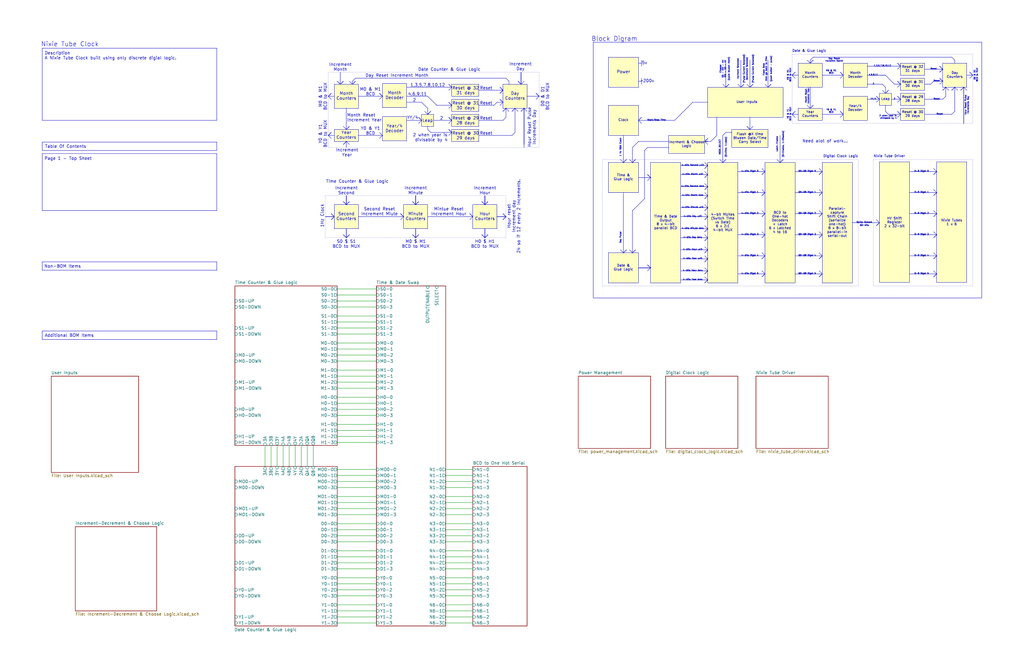
<source format=kicad_sch>
(kicad_sch
	(version 20250114)
	(generator "eeschema")
	(generator_version "9.0")
	(uuid "94f31c8a-5a29-4bf7-a0c3-916997b48cc2")
	(paper "B")
	(title_block
		(title "Top Sheet")
		(rev "1")
	)
	(lib_symbols)
	(rectangle
		(start 298.45 68.58)
		(end 311.15 119.38)
		(stroke
			(width 0)
			(type solid)
		)
		(fill
			(type color)
			(color 255 255 194 1)
		)
		(uuid 0325dbba-bc10-43fc-b514-ccd010626a1f)
	)
	(rectangle
		(start 190.5 54.61)
		(end 201.93 59.69)
		(stroke
			(width 0)
			(type solid)
		)
		(fill
			(type color)
			(color 255 255 194 1)
		)
		(uuid 1327cfe3-d5a6-4c84-92e1-a40b37d35ec0)
	)
	(rectangle
		(start 179.07 -134.874)
		(end 194.31 -84.074)
		(stroke
			(width 0)
			(type solid)
		)
		(fill
			(type color)
			(color 255 255 194 1)
		)
		(uuid 167da09e-5d19-43c1-bc41-a3f69f4c61b7)
	)
	(rectangle
		(start 250.19 17.78)
		(end 414.02 125.73)
		(stroke
			(width 0)
			(type default)
		)
		(fill
			(type none)
		)
		(uuid 27e467ba-e696-42f2-b8b3-75f850996a80)
	)
	(rectangle
		(start 140.97 86.36)
		(end 151.13 96.52)
		(stroke
			(width 0)
			(type solid)
		)
		(fill
			(type color)
			(color 255 255 194 1)
		)
		(uuid 2ad25f4c-af34-4be6-83ef-b55629c0d853)
	)
	(rectangle
		(start 308.61 54.61)
		(end 323.85 62.23)
		(stroke
			(width 0)
			(type solid)
		)
		(fill
			(type color)
			(color 255 255 194 1)
		)
		(uuid 30027d76-5295-4b56-84e9-ea8c20bb3ccf)
	)
	(rectangle
		(start 190.5 48.26)
		(end 201.93 53.34)
		(stroke
			(width 0)
			(type solid)
		)
		(fill
			(type color)
			(color 255 255 194 1)
		)
		(uuid 3aecc8b4-f766-4ecb-83c1-231ce8715d6c)
	)
	(rectangle
		(start 140.97 -135.128)
		(end 156.21 -84.328)
		(stroke
			(width 0)
			(type solid)
		)
		(fill
			(type color)
			(color 255 255 194 1)
		)
		(uuid 3b1e0c60-205e-440e-9efd-b0dcca5696ab)
	)
	(rectangle
		(start 379.73 26.67)
		(end 389.89 31.75)
		(stroke
			(width 0)
			(type solid)
		)
		(fill
			(type color)
			(color 255 255 194 1)
		)
		(uuid 3bb8a3b3-2232-4cab-bc67-a3aacdecaf55)
	)
	(rectangle
		(start 281.94 57.15)
		(end 297.18 64.77)
		(stroke
			(width 0)
			(type solid)
		)
		(fill
			(type color)
			(color 255 255 194 1)
		)
		(uuid 42fc5ea3-494b-4533-8217-e70f57d22999)
	)
	(rectangle
		(start 336.55 26.67)
		(end 346.71 36.83)
		(stroke
			(width 0)
			(type solid)
		)
		(fill
			(type color)
			(color 255 255 194 1)
		)
		(uuid 4baba42f-900d-4cde-ab75-cf29cb15291a)
	)
	(rectangle
		(start 17.78 59.944)
		(end 91.44 63.5)
		(stroke
			(width 0)
			(type default)
		)
		(fill
			(type none)
		)
		(uuid 4f7663dd-0e7b-4024-ae41-f72e9cfc34d4)
	)
	(rectangle
		(start 370.84 68.326)
		(end 383.54 119.126)
		(stroke
			(width 0)
			(type solid)
		)
		(fill
			(type color)
			(color 255 255 194 1)
		)
		(uuid 501dac11-4ea2-4301-8ee3-397a7bde6153)
	)
	(rectangle
		(start 17.78 64.77)
		(end 91.44 88.9)
		(stroke
			(width 0)
			(type default)
		)
		(fill
			(type none)
		)
		(uuid 52b36bf2-d1f5-47ce-a14e-a98fcf78fc33)
	)
	(rectangle
		(start 256.54 24.13)
		(end 269.24 36.83)
		(stroke
			(width 0)
			(type solid)
		)
		(fill
			(type color)
			(color 255 255 194 1)
		)
		(uuid 53945ee7-6a45-43b6-8471-0aedf1d02da9)
	)
	(rectangle
		(start 397.51 26.67)
		(end 407.67 36.83)
		(stroke
			(width 0)
			(type solid)
		)
		(fill
			(type color)
			(color 255 255 194 1)
		)
		(uuid 542862c8-eb30-478a-945b-33f5631d07b9)
	)
	(rectangle
		(start 64.77 -91.948)
		(end 80.01 -84.328)
		(stroke
			(width 0)
			(type solid)
		)
		(fill
			(type color)
			(color 255 255 194 1)
		)
		(uuid 569d6e40-790c-4c9f-acb9-8593cc5248a0)
	)
	(rectangle
		(start 379.73 33.02)
		(end 389.89 38.1)
		(stroke
			(width 0)
			(type solid)
		)
		(fill
			(type color)
			(color 255 255 194 1)
		)
		(uuid 593685c1-3676-49ff-93ef-5b4bfda56fbd)
	)
	(rectangle
		(start 370.84 39.37)
		(end 375.92 44.45)
		(stroke
			(width 0)
			(type solid)
		)
		(fill
			(type color)
			(color 255 255 194 1)
		)
		(uuid 5c4e0ece-cfdc-4379-85b1-ecef95e37bba)
	)
	(rectangle
		(start 355.6 26.67)
		(end 365.76 36.83)
		(stroke
			(width 0)
			(type solid)
		)
		(fill
			(type color)
			(color 255 255 194 1)
		)
		(uuid 5f90f513-14e8-451c-b90f-3f175762f6e0)
	)
	(rectangle
		(start 254 67.31)
		(end 361.95 120.65)
		(stroke
			(width 0)
			(type dot)
		)
		(fill
			(type none)
		)
		(uuid 640dbff4-f097-429b-9a5d-d8d012b0f0c2)
	)
	(rectangle
		(start 102.87 -135.128)
		(end 118.11 -84.328)
		(stroke
			(width 0)
			(type solid)
		)
		(fill
			(type color)
			(color 255 255 194 1)
		)
		(uuid 66ad6c0c-1160-451b-b5eb-30008dfd1bae)
	)
	(rectangle
		(start 57.15 -156.21)
		(end 220.98 -59.69)
		(stroke
			(width 0)
			(type default)
		)
		(fill
			(type none)
		)
		(uuid 67ef5cf3-6831-41e7-8af2-d2f128eb5cc4)
	)
	(rectangle
		(start 190.5 41.91)
		(end 201.93 46.99)
		(stroke
			(width 0)
			(type solid)
		)
		(fill
			(type color)
			(color 255 255 194 1)
		)
		(uuid 6ab1181d-0600-44b8-a7a6-0952614820ed)
	)
	(rectangle
		(start 322.58 68.58)
		(end 335.28 119.38)
		(stroke
			(width 0)
			(type solid)
		)
		(fill
			(type color)
			(color 255 255 194 1)
		)
		(uuid 6c343493-75d4-4e0d-bf44-af63b6752816)
	)
	(rectangle
		(start 137.16 82.55)
		(end 213.36 100.33)
		(stroke
			(width 0)
			(type dot)
		)
		(fill
			(type none)
		)
		(uuid 76e2acd7-b3c2-4a92-8faf-6a38e9d841e9)
	)
	(rectangle
		(start 368.3 67.31)
		(end 410.21 120.65)
		(stroke
			(width 0)
			(type dot)
		)
		(fill
			(type none)
		)
		(uuid 78eeaaf5-3715-4690-bfa3-fce28778ab74)
	)
	(rectangle
		(start 274.32 68.58)
		(end 287.02 119.38)
		(stroke
			(width 0)
			(type solid)
		)
		(fill
			(type color)
			(color 255 255 194 1)
		)
		(uuid 79ed5ace-01cc-4d09-a8df-5f73de0e9d62)
	)
	(rectangle
		(start 346.71 68.58)
		(end 359.41 119.38)
		(stroke
			(width 0)
			(type solid)
		)
		(fill
			(type color)
			(color 255 255 194 1)
		)
		(uuid 7f21e52a-0c66-48cd-95f5-b98fc75941fa)
	)
	(rectangle
		(start 256.54 106.68)
		(end 269.24 119.38)
		(stroke
			(width 0)
			(type solid)
		)
		(fill
			(type color)
			(color 255 255 194 1)
		)
		(uuid 80d4c942-24e2-45a6-98ca-02bf0c1e9e79)
	)
	(rectangle
		(start 64.77 -134.874)
		(end 80.01 -127.254)
		(stroke
			(width 0)
			(type solid)
		)
		(fill
			(type color)
			(color 255 255 194 1)
		)
		(uuid 8754b7bc-32d4-4f75-9b19-1f1f3ff06953)
	)
	(rectangle
		(start 177.8 48.26)
		(end 182.88 53.34)
		(stroke
			(width 0)
			(type solid)
		)
		(fill
			(type color)
			(color 255 255 194 1)
		)
		(uuid 90e2696d-37ff-4cdb-80b8-bdad58a1d95c)
	)
	(rectangle
		(start 256.54 44.45)
		(end 269.24 57.15)
		(stroke
			(width 0)
			(type solid)
		)
		(fill
			(type color)
			(color 255 255 194 1)
		)
		(uuid 91c338fc-97a9-455d-a3c5-8192dce591f5)
	)
	(rectangle
		(start 336.55 45.72)
		(end 346.71 50.8)
		(stroke
			(width 0)
			(type solid)
		)
		(fill
			(type color)
			(color 255 255 194 1)
		)
		(uuid 949ce78d-0870-4d06-80b3-fa9652a9a773)
	)
	(rectangle
		(start 298.45 36.83)
		(end 330.2 49.53)
		(stroke
			(width 0)
			(type solid)
		)
		(fill
			(type color)
			(color 255 255 194 1)
		)
		(uuid 9589f196-2024-4831-a45c-57dbdd039cb8)
	)
	(rectangle
		(start 379.73 39.37)
		(end 389.89 44.45)
		(stroke
			(width 0)
			(type solid)
		)
		(fill
			(type color)
			(color 255 255 194 1)
		)
		(uuid 987f128e-ff17-4e91-a251-53a711abf4de)
	)
	(rectangle
		(start 140.97 54.61)
		(end 151.13 59.69)
		(stroke
			(width 0)
			(type solid)
		)
		(fill
			(type color)
			(color 255 255 194 1)
		)
		(uuid 9e551846-91d4-412f-967f-a396c0194b26)
	)
	(rectangle
		(start 355.6 40.64)
		(end 365.76 50.8)
		(stroke
			(width 0)
			(type solid)
		)
		(fill
			(type color)
			(color 255 255 194 1)
		)
		(uuid a2e96bee-c26a-4283-a8bf-7863974c019b)
	)
	(rectangle
		(start 161.29 49.276)
		(end 171.45 59.436)
		(stroke
			(width 0)
			(type solid)
		)
		(fill
			(type color)
			(color 255 255 194 1)
		)
		(uuid a92c2444-d400-448d-8649-50a9af35ca58)
	)
	(rectangle
		(start 199.39 86.36)
		(end 209.55 96.52)
		(stroke
			(width 0)
			(type solid)
		)
		(fill
			(type color)
			(color 255 255 194 1)
		)
		(uuid ab22e4f6-81ab-4bbe-bede-dc9e8d546065)
	)
	(rectangle
		(start 379.73 45.72)
		(end 389.89 50.8)
		(stroke
			(width 0)
			(type solid)
		)
		(fill
			(type color)
			(color 255 255 194 1)
		)
		(uuid bf4e9fef-ffc1-4d5c-95a6-c096c31003bf)
	)
	(rectangle
		(start 138.43 30.48)
		(end 227.33 62.23)
		(stroke
			(width 0)
			(type dot)
		)
		(fill
			(type none)
		)
		(uuid c30728f6-bacc-41d3-ac1b-1b2174ed52d5)
	)
	(rectangle
		(start 140.97 35.56)
		(end 151.13 45.72)
		(stroke
			(width 0)
			(type solid)
		)
		(fill
			(type color)
			(color 255 255 194 1)
		)
		(uuid ca8691c3-009d-4885-8694-ab3e7dafd40d)
	)
	(rectangle
		(start 161.29 35.306)
		(end 171.45 45.466)
		(stroke
			(width 0)
			(type solid)
		)
		(fill
			(type color)
			(color 255 255 194 1)
		)
		(uuid ca8b68bb-d2aa-4080-bafd-f4d023aae905)
	)
	(rectangle
		(start 170.18 86.36)
		(end 180.34 96.52)
		(stroke
			(width 0)
			(type solid)
		)
		(fill
			(type color)
			(color 255 255 194 1)
		)
		(uuid cc40a04d-4a5c-46cc-9d6b-0db0a4479e23)
	)
	(rectangle
		(start 212.09 35.56)
		(end 222.25 45.72)
		(stroke
			(width 0)
			(type solid)
		)
		(fill
			(type color)
			(color 255 255 194 1)
		)
		(uuid cd086146-7b97-4fb7-a6bc-62372177180e)
	)
	(rectangle
		(start 288.29 -114.554)
		(end 300.99 -63.754)
		(stroke
			(width 0)
			(type solid)
		)
		(fill
			(type color)
			(color 255 255 194 1)
		)
		(uuid dec30fbc-25f9-473d-a366-6a098f2b08f5)
	)
	(rectangle
		(start 190.5 35.56)
		(end 201.93 40.64)
		(stroke
			(width 0)
			(type solid)
		)
		(fill
			(type color)
			(color 255 255 194 1)
		)
		(uuid dede3831-9897-4d68-b182-c061880f04aa)
	)
	(rectangle
		(start 17.78 20.32)
		(end 91.44 50.8)
		(stroke
			(width 0)
			(type default)
		)
		(fill
			(type none)
		)
		(uuid e236d00a-3222-41bd-a55a-d74ba02ef0da)
	)
	(rectangle
		(start 17.78 110.49)
		(end 91.44 114.046)
		(stroke
			(width 0)
			(type default)
		)
		(fill
			(type none)
		)
		(uuid e3ad0745-2988-48d6-a2bc-3aa00a0a3358)
	)
	(rectangle
		(start 256.54 68.58)
		(end 269.24 81.28)
		(stroke
			(width 0)
			(type solid)
		)
		(fill
			(type color)
			(color 255 255 194 1)
		)
		(uuid e53ccffd-9c18-48af-b699-13cacdc489aa)
	)
	(rectangle
		(start 394.97 68.326)
		(end 407.67 119.126)
		(stroke
			(width 0)
			(type solid)
		)
		(fill
			(type color)
			(color 255 255 194 1)
		)
		(uuid e731346f-4a3c-4fea-8663-92943535f17a)
	)
	(rectangle
		(start 334.01 22.86)
		(end 410.21 52.07)
		(stroke
			(width 0)
			(type dot)
		)
		(fill
			(type none)
		)
		(uuid e9f40660-eaf6-45e3-8c3a-00cbbc26664e)
	)
	(rectangle
		(start 17.78 139.7)
		(end 91.44 143.256)
		(stroke
			(width 0)
			(type default)
		)
		(fill
			(type none)
		)
		(uuid fbd911e2-98f0-4466-a586-7f24664f10a8)
	)
	(text "4-bits Diget 1"
		(exclude_from_sim no)
		(at 316.23 81.28 0)
		(effects
			(font
				(size 0.635 0.635)
			)
		)
		(uuid "007470e8-6c77-4fd6-aa97-505c4b362b20")
	)
	(text "Reset"
		(exclude_from_sim no)
		(at 396.24 48.26 0)
		(effects
			(font
				(size 0.635 0.635)
			)
		)
		(uuid "01b34cbf-2e2a-40b4-8a29-f859f880ff88")
	)
	(text "0-9 Diget 1"
		(exclude_from_sim no)
		(at 388.62 81.28 0)
		(effects
			(font
				(size 0.635 0.635)
			)
		)
		(uuid "02068967-412e-427f-b7d1-bf57b5482cf3")
	)
	(text "Reset @ 29\n28 days"
		(exclude_from_sim no)
		(at 196.342 51.054 0)
		(effects
			(font
				(size 1.27 1.27)
			)
		)
		(uuid "02691e75-49f3-470e-96f3-c939c479b4d4")
	)
	(text "0-9 Diget 0"
		(exclude_from_sim no)
		(at 388.62 72.39 0)
		(effects
			(font
				(size 0.635 0.635)
			)
		)
		(uuid "029253c1-41c9-472a-92fb-64e57353d716")
	)
	(text "M0 & M1\nBCD to MUX"
		(exclude_from_sim no)
		(at 136.144 40.894 90)
		(effects
			(font
				(size 1.27 1.27)
			)
		)
		(uuid "05a33855-e157-4b3a-a912-7c0c04cd277d")
	)
	(text "Year/4\nDecoder"
		(exclude_from_sim no)
		(at 166.37 54.356 0)
		(effects
			(font
				(size 1.27 1.27)
			)
		)
		(uuid "08386cbf-b3f8-480d-8158-9dc8dce612d2")
	)
	(text "This is size 30"
		(exclude_from_sim no)
		(at 464.312 51.308 0)
		(effects
			(font
				(size 0.762 0.762)
			)
		)
		(uuid "0867ead4-43ae-4bc6-b3d7-5282ade9cb7e")
	)
	(text "4-bits Year unit"
		(exclude_from_sim no)
		(at 292.1 109.22 0)
		(effects
			(font
				(size 0.635 0.635)
			)
		)
		(uuid "08d33e8b-fc0b-4436-921e-a900905828cf")
	)
	(text "(0=time, 1=date)"
		(exclude_from_sim no)
		(at 306.07 62.23 90)
		(effects
			(font
				(size 0.635 0.635)
			)
		)
		(uuid "0baf0929-b577-442c-89f3-a410677af902")
	)
	(text "Time &\nGlue Logic"
		(exclude_from_sim no)
		(at 262.89 74.93 0)
		(effects
			(font
				(size 1.016 1.016)
			)
		)
		(uuid "0d51097b-a4e7-4ea7-bd9c-bb7e4de614b9")
	)
	(text "Q0-Q9 Diget 4"
		(exclude_from_sim no)
		(at 340.36 107.95 0)
		(effects
			(font
				(size 0.635 0.635)
			)
		)
		(uuid "0ebb370f-f332-40fc-9a5c-b1d292f2bb0a")
	)
	(text "M0 & M1\nBCD"
		(exclude_from_sim no)
		(at 156.21 38.862 0)
		(effects
			(font
				(size 1.27 1.27)
			)
		)
		(uuid "11eb117f-b6aa-4cfa-967d-fcb62ba9a65d")
	)
	(text "Start/Stop Time"
		(exclude_from_sim no)
		(at 276.86 50.8 0)
		(effects
			(font
				(size 0.635 0.635)
			)
		)
		(uuid "14b826d8-0f60-436d-9a86-66a8132466c0")
	)
	(text "Increment\nMinute"
		(exclude_from_sim no)
		(at 175.26 82.296 0)
		(effects
			(font
				(size 1.27 1.27)
			)
			(justify bottom)
		)
		(uuid "150d5fac-d5f1-4348-b717-c42a5f084d1f")
	)
	(text "Increment\nHour"
		(exclude_from_sim no)
		(at 204.47 82.296 0)
		(effects
			(font
				(size 1.27 1.27)
			)
			(justify bottom)
		)
		(uuid "15861263-a497-4aa5-9591-2396c82ad3c3")
	)
	(text "1,3,5,7,8,10,12"
		(exclude_from_sim no)
		(at 180.34 36.068 0)
		(effects
			(font
				(size 1.27 1.27)
			)
		)
		(uuid "171ab863-cadf-4d24-beb1-9a81f81f3807")
	)
	(text "4-bits Diget 3"
		(exclude_from_sim no)
		(at 316.23 99.06 0)
		(effects
			(font
				(size 0.635 0.635)
			)
		)
		(uuid "182c4190-356b-4330-8ad8-fe5104541f09")
	)
	(text "Reset @ 32\n31 days"
		(exclude_from_sim no)
		(at 384.81 29.21 0)
		(effects
			(font
				(size 1.016 1.016)
			)
		)
		(uuid "19b7ddd9-c719-4485-b931-1e7d753f31da")
	)
	(text "Reset"
		(exclude_from_sim no)
		(at 394.97 41.91 0)
		(effects
			(font
				(size 0.635 0.635)
			)
		)
		(uuid "1cc1ed2d-491d-4c68-9436-21d0478885b0")
	)
	(text "M0 & M1\nBCD"
		(exclude_from_sim no)
		(at 350.52 30.48 0)
		(effects
			(font
				(size 0.635 0.635)
			)
		)
		(uuid "21f721ed-50bb-4852-ac5e-bfc7c55bb32d")
	)
	(text "Mintue Reset\nIncrement Hour"
		(exclude_from_sim no)
		(at 189.23 89.408 0)
		(effects
			(font
				(size 1.27 1.27)
			)
		)
		(uuid "26a5b1ae-5b9d-4ada-a57d-ff6346ce81c2")
	)
	(text "0-9 Diget 2"
		(exclude_from_sim no)
		(at 388.62 90.17 0)
		(effects
			(font
				(size 0.635 0.635)
			)
		)
		(uuid "274e3978-9feb-4756-a869-10045cdf7413")
	)
	(text "Year\nCounters"
		(exclude_from_sim no)
		(at 341.63 48.26 0)
		(effects
			(font
				(size 1.016 1.016)
			)
		)
		(uuid "27c18b87-6143-4b4e-90ce-802142253828")
	)
	(text "D0 & D1\nBCD to MUX"
		(exclude_from_sim no)
		(at 229.87 40.894 90)
		(effects
			(font
				(size 1.27 1.27)
			)
		)
		(uuid "27d7c9bc-ea46-455f-bcbd-6cb03512d0e9")
	)
	(text "Block Digram"
		(exclude_from_sim no)
		(at 259.08 16.51 0)
		(effects
			(font
				(size 1.905 1.905)
			)
		)
		(uuid "287fd4ba-fb41-47ce-b832-1f71a69226ff")
	)
	(text "Hour Reset Pulse\nIncrements Day"
		(exclude_from_sim no)
		(at 224.282 53.848 90)
		(effects
			(font
				(size 1.27 1.27)
			)
		)
		(uuid "290bd9ed-fc5a-441b-b2cf-e48de49c8e76")
	)
	(text "Additional BOM Items"
		(exclude_from_sim no)
		(at 29.21 141.732 0)
		(effects
			(font
				(size 1.27 1.27)
			)
		)
		(uuid "29e61d71-62e4-4002-bd64-afcda680e834")
	)
	(text "(cycle btween them)"
		(exclude_from_sim no)
		(at 307.34 29.21 90)
		(effects
			(font
				(size 0.635 0.635)
			)
		)
		(uuid "2b7d3ddf-96e4-4dc9-bb7a-7ab725f25335")
	)
	(text "Month\nCounters"
		(exclude_from_sim no)
		(at 341.63 31.75 0)
		(effects
			(font
				(size 1.016 1.016)
			)
		)
		(uuid "2c3da449-862d-46b8-87cc-3b3b62b5120d")
	)
	(text "This is size 20"
		(exclude_from_sim no)
		(at 465.074 53.848 0)
		(effects
			(font
				(size 0.508 0.508)
			)
		)
		(uuid "2d04055c-d0f2-4b01-a55f-7c9ce4b22266")
	)
	(text "M0 & M1\nBCD to MUX"
		(exclude_from_sim no)
		(at 332.74 31.75 90)
		(effects
			(font
				(size 0.635 0.635)
			)
		)
		(uuid "2db3f3a4-7a44-456b-a1ce-800e557a9dc8")
	)
	(text "4-bits Year tens"
		(exclude_from_sim no)
		(at 292.1 118.11 0)
		(effects
			(font
				(size 0.635 0.635)
			)
		)
		(uuid "2e08911b-3f18-4bb2-8d69-1c4975d3ca1a")
	)
	(text "Increment\nMonth"
		(exclude_from_sim no)
		(at 143.51 28.448 0)
		(effects
			(font
				(size 1.27 1.27)
			)
		)
		(uuid "2e818070-875a-477b-85dc-d95cae916745")
	)
	(text "0-9 Diget 3"
		(exclude_from_sim no)
		(at 388.62 99.06 0)
		(effects
			(font
				(size 0.635 0.635)
			)
		)
		(uuid "2f4eec8c-e20c-4b4d-ad53-5be10ed920bc")
	)
	(text "User Inputs"
		(exclude_from_sim no)
		(at 314.96 43.18 0)
		(effects
			(font
				(size 1.016 1.016)
			)
		)
		(uuid "33569b9f-3013-437c-b696-e5d14d27845b")
	)
	(text "Time Counter & Glue Logic"
		(exclude_from_sim no)
		(at 137.414 76.708 0)
		(effects
			(font
				(size 1.27 1.27)
			)
			(justify left)
		)
		(uuid "34883408-07e0-437a-be0f-39ac7a4c185e")
	)
	(text "Year/4\nDecoder"
		(exclude_from_sim no)
		(at 360.68 45.72 0)
		(effects
			(font
				(size 1.016 1.016)
			)
		)
		(uuid "35a505eb-ab0a-4a2c-8574-38d50f0aa218")
	)
	(text "Date Counters"
		(exclude_from_sim no)
		(at 72.39 -87.884 0)
		(effects
			(font
				(size 1.27 1.27)
			)
		)
		(uuid "35b40103-ec7b-4812-b73e-52f7aa260b68")
	)
	(text "(push button - pulse)"
		(exclude_from_sim no)
		(at 325.12 29.21 90)
		(effects
			(font
				(size 0.635 0.635)
			)
		)
		(uuid "38c0f391-4c9a-4ca0-add6-494ad723b6a1")
	)
	(text "(0=Enable, 1=Disable)"
		(exclude_from_sim no)
		(at 330.2 60.96 90)
		(effects
			(font
				(size 0.635 0.635)
			)
		)
		(uuid "3edb40fc-7fe2-4019-8300-0b77143a6177")
	)
	(text "Non-BOM Items"
		(exclude_from_sim no)
		(at 26.416 112.522 0)
		(effects
			(font
				(size 1.27 1.27)
			)
		)
		(uuid "3ef9e9c3-8dc0-48f1-9878-49ee60d83140")
	)
	(text "(Pulse Current Selected)"
		(exclude_from_sim no)
		(at 317.5 29.21 90)
		(effects
			(font
				(size 0.635 0.635)
			)
		)
		(uuid "3fba339b-0eaf-4f1e-ab2a-7b257538f229")
	)
	(text "Day Reset Increment Month"
		(exclude_from_sim no)
		(at 167.386 32.004 0)
		(effects
			(font
				(size 1.27 1.27)
			)
		)
		(uuid "413169fb-f280-4f64-b236-bbdf81f5f26d")
	)
	(text "4-bits Hour unit"
		(exclude_from_sim no)
		(at 292.1 105.41 0)
		(effects
			(font
				(size 0.635 0.635)
			)
		)
		(uuid "4a5405d2-e64c-45dd-9623-470e4fc44405")
	)
	(text "Hour\nCounters"
		(exclude_from_sim no)
		(at 204.47 91.44 0)
		(effects
			(font
				(size 1.27 1.27)
			)
		)
		(uuid "4ae2d116-f291-4957-bf5e-25ad11fc9381")
	)
	(text "Q0-Q9 Diget 0"
		(exclude_from_sim no)
		(at 340.36 72.39 0)
		(effects
			(font
				(size 0.635 0.635)
			)
		)
		(uuid "4b79c06c-f058-404f-a301-d6ddee4fb378")
	)
	(text "60-bits"
		(exclude_from_sim no)
		(at 364.49 95.25 0)
		(effects
			(font
				(size 0.635 0.635)
			)
		)
		(uuid "4cd6a1a7-be92-4b2f-9ac0-a1021f3f1c88")
	)
	(text "4-bits Diget 0"
		(exclude_from_sim no)
		(at 316.23 72.39 0)
		(effects
			(font
				(size 0.635 0.635)
			)
		)
		(uuid "4d551018-ec72-499a-964a-6e2bcedf360c")
	)
	(text "Month Reset\nIncremnt Year"
		(exclude_from_sim no)
		(at 340.36 40.64 90)
		(effects
			(font
				(size 0.635 0.635)
			)
		)
		(uuid "4ec50b32-3202-4a26-92a5-51dfd7a85297")
	)
	(text "2"
		(exclude_from_sim no)
		(at 368.3 35.56 0)
		(effects
			(font
				(size 0.635 0.635)
			)
		)
		(uuid "51b1915a-cbaf-4454-b3aa-7c829b1a4d60")
	)
	(text "4-bits Diget 2"
		(exclude_from_sim no)
		(at 316.23 90.17 0)
		(effects
			(font
				(size 0.635 0.635)
			)
		)
		(uuid "52af3398-4f86-4b30-8772-00a1fa85b473")
	)
	(text "5v"
		(exclude_from_sim no)
		(at 271.78 26.67 0)
		(effects
			(font
				(size 1.27 1.27)
			)
		)
		(uuid "573b9c1f-e7bf-49a6-98db-970f832a5fa1")
	)
	(text "2"
		(exclude_from_sim no)
		(at 377.19 41.91 0)
		(effects
			(font
				(size 0.635 0.635)
			)
		)
		(uuid "587d51f3-a6cd-43fe-a420-6bfdbda3e40f")
	)
	(text "Choose\nSS - MM - HH\nMM - DD - YY"
		(exclude_from_sim no)
		(at 304.8 29.21 90)
		(effects
			(font
				(size 0.635 0.635)
			)
		)
		(uuid "5a986d1e-d259-49b3-80c4-565d0827cd76")
	)
	(text "Date & Glue Logic"
		(exclude_from_sim no)
		(at 334.01 21.59 0)
		(effects
			(font
				(size 1.016 1.016)
			)
			(justify left)
		)
		(uuid "5ea4cc60-9f3a-47a7-adc6-c982b2017039")
	)
	(text "Reset"
		(exclude_from_sim no)
		(at 204.978 37.338 0)
		(effects
			(font
				(size 1.27 1.27)
			)
		)
		(uuid "5ff842c0-2cd3-48ff-bf93-72fd8e24c2a5")
	)
	(text "YY/4"
		(exclude_from_sim no)
		(at 173.99 49.784 0)
		(effects
			(font
				(size 1.27 1.27)
			)
		)
		(uuid "62045110-64bb-43a9-951f-2a44b8cb283e")
	)
	(text "Nixie Tube Driver"
		(exclude_from_sim no)
		(at 368.3 66.04 0)
		(effects
			(font
				(size 1.016 1.016)
			)
			(justify left)
		)
		(uuid "62649fe1-4c0c-45d3-9630-32ca650e15ac")
	)
	(text "Nixie Tube Clock"
		(exclude_from_sim no)
		(at 17.272 18.796 0)
		(effects
			(font
				(size 1.905 1.905)
			)
			(justify left)
		)
		(uuid "62f581fb-5bbd-4924-9291-1990dfbc86b2")
	)
	(text "Latch-Enable"
		(exclude_from_sim no)
		(at 327.66 60.96 90)
		(effects
			(font
				(size 0.635 0.635)
			)
		)
		(uuid "6410a8f6-5934-4f20-94ca-5fd4ac2f4e9c")
	)
	(text "4-bits Month tens"
		(exclude_from_sim no)
		(at 292.1 82.55 0)
		(effects
			(font
				(size 0.635 0.635)
			)
		)
		(uuid "67009cb3-e4bc-47b6-8729-0d147870c135")
	)
	(text "4-bits Diget 4"
		(exclude_from_sim no)
		(at 316.23 107.95 0)
		(effects
			(font
				(size 0.635 0.635)
			)
		)
		(uuid "6830cc24-4c1d-4b05-9985-9d891e8f9a21")
	)
	(text "Second Reset\nIncrement Miute"
		(exclude_from_sim no)
		(at 160.02 89.408 0)
		(effects
			(font
				(size 1.27 1.27)
			)
		)
		(uuid "6837d7a7-b768-41a9-ab88-ace29ccf790e")
	)
	(text "4-bits Second unit"
		(exclude_from_sim no)
		(at 292.1 69.85 0)
		(effects
			(font
				(size 0.635 0.635)
			)
		)
		(uuid "6ab67c62-9568-498d-b4d3-121876755c72")
	)
	(text "Reset @ 30\n29 days\n"
		(exclude_from_sim no)
		(at 196.342 57.404 0)
		(effects
			(font
				(size 1.27 1.27)
			)
		)
		(uuid "6d031551-b33a-4fe5-8eb3-cdc01b1aeed3")
	)
	(text "Q0-Q9 Diget 2"
		(exclude_from_sim no)
		(at 340.36 90.17 0)
		(effects
			(font
				(size 0.635 0.635)
			)
		)
		(uuid "716534c0-942b-4977-8e9e-e7baf2e274b6")
	)
	(text "Month\nDecoder"
		(exclude_from_sim no)
		(at 166.37 40.386 0)
		(effects
			(font
				(size 1.27 1.27)
			)
		)
		(uuid "72878619-b630-4fdc-ad47-cbb638ea6f4f")
	)
	(text "Date &\nGlue Logic"
		(exclude_from_sim no)
		(at 262.89 113.03 0)
		(effects
			(font
				(size 1.016 1.016)
			)
		)
		(uuid "771fcf4e-ff8b-4ee6-92e7-d94f9ffb1feb")
	)
	(text "HV Shift\nRegister\n2 x 32-bit"
		(exclude_from_sim no)
		(at 377.19 93.98 0)
		(effects
			(font
				(size 1.016 1.016)
			)
		)
		(uuid "786500dc-b804-4231-b6d5-e86071236ed1")
	)
	(text "4-bit MUXes\n(Switch Time\nvs Date)\n6 x 2:1\n4-bit MUX"
		(exclude_from_sim no)
		(at 304.8 93.98 0)
		(effects
			(font
				(size 1.016 1.016)
			)
		)
		(uuid "7e3dacd7-2a17-4240-a351-3a0d4cbd06f5")
	)
	(text "Incrment Selected"
		(exclude_from_sim no)
		(at 311.15 29.21 90)
		(effects
			(font
				(size 0.635 0.635)
			)
		)
		(uuid "7fe250af-9860-4395-bb9b-9834e663e221")
	)
	(text "Q0-Q9 Diget 1\n"
		(exclude_from_sim no)
		(at 340.36 81.28 0)
		(effects
			(font
				(size 0.635 0.635)
			)
		)
		(uuid "816a6d01-cc37-475e-a66b-5e4efcc0b7be")
	)
	(text "Reset @ 32\n31 days"
		(exclude_from_sim no)
		(at 196.342 38.354 0)
		(effects
			(font
				(size 1.27 1.27)
			)
		)
		(uuid "83a66374-301f-442d-a751-184565d2051b")
	)
	(text "Q0-Q9 Diget 5"
		(exclude_from_sim no)
		(at 340.36 115.57 0)
		(effects
			(font
				(size 0.635 0.635)
			)
		)
		(uuid "84b7cccc-37bb-4ad2-b6ee-9218bb98bb06")
	)
	(text "Day Pulse"
		(exclude_from_sim no)
		(at 261.62 100.33 90)
		(effects
			(font
				(size 0.635 0.635)
			)
		)
		(uuid "852e582c-9c3e-4b36-9eb7-b488821ebc52")
	)
	(text "Hour Reset Pulse\nIncrements Day"
		(exclude_from_sim no)
		(at 407.67 44.45 90)
		(effects
			(font
				(size 0.635 0.635)
			)
		)
		(uuid "85f951c4-31d2-4450-8f61-37b36c782578")
	)
	(text "Flash Date \nthen go back to time"
		(exclude_from_sim no)
		(at 322.58 29.21 90)
		(effects
			(font
				(size 0.635 0.635)
			)
		)
		(uuid "87134771-65a7-4f33-8494-2f1eb48082c5")
	)
	(text "4-bits Day unit"
		(exclude_from_sim no)
		(at 292.1 91.44 0)
		(effects
			(font
				(size 0.635 0.635)
			)
		)
		(uuid "88758c00-92c7-4aea-930a-30dcd8c096e3")
	)
	(text "Y0 & Y1\nBCD"
		(exclude_from_sim no)
		(at 350.52 46.99 0)
		(effects
			(font
				(size 0.635 0.635)
			)
		)
		(uuid "8ceb2ca5-8764-4834-8e53-4124139d45a8")
	)
	(text "Reset"
		(exclude_from_sim no)
		(at 204.978 56.388 0)
		(effects
			(font
				(size 1.27 1.27)
			)
		)
		(uuid "90252aef-bcbf-4627-9dc3-4a6461393cc4")
	)
	(text "1,3,5,7,8,10,12"
		(exclude_from_sim no)
		(at 372.11 27.94 0)
		(effects
			(font
				(size 0.635 0.635)
			)
		)
		(uuid "91d76a81-470a-4259-b14d-8efd5ae889fd")
	)
	(text "This is size 50"
		(exclude_from_sim no)
		(at 464.82 48.006 0)
		(effects
			(font
				(size 1.27 1.27)
			)
		)
		(uuid "93eb3a01-348f-41df-a8ac-6a3d531c5194")
	)
	(text "Table Of Contents\n"
		(exclude_from_sim no)
		(at 27.686 61.976 0)
		(effects
			(font
				(size 1.27 1.27)
			)
		)
		(uuid "944c286f-1d9c-434e-a646-ba40fa776bf6")
	)
	(text "Reset @ 31\n30 days"
		(exclude_from_sim no)
		(at 384.81 35.56 0)
		(effects
			(font
				(size 1.016 1.016)
			)
		)
		(uuid "9481970e-abf8-49bc-8157-f16b09c7e58b")
	)
	(text "0-9 Diget 5"
		(exclude_from_sim no)
		(at 388.62 115.57 0)
		(effects
			(font
				(size 0.635 0.635)
			)
		)
		(uuid "9594e2f4-ea38-4540-ba0e-46650edaa0c1")
	)
	(text "Reset"
		(exclude_from_sim no)
		(at 204.978 50.038 0)
		(effects
			(font
				(size 1.27 1.27)
			)
		)
		(uuid "9598e063-fe39-4e2b-af4d-79971cb589f5")
	)
	(text "Day\nCounters"
		(exclude_from_sim no)
		(at 402.59 31.75 0)
		(effects
			(font
				(size 1.016 1.016)
			)
		)
		(uuid "97d5fee6-6d5a-4588-aafb-6638c719fc47")
	)
	(text "2 when year is \ndivisable by 4"
		(exclude_from_sim no)
		(at 181.864 58.166 0)
		(effects
			(font
				(size 1.27 1.27)
			)
		)
		(uuid "998fa77c-ff8c-4b79-ab62-689715acb027")
	)
	(text "2"
		(exclude_from_sim no)
		(at 174.752 42.418 0)
		(effects
			(font
				(size 1.27 1.27)
			)
		)
		(uuid "99fe1994-2bfd-44c6-99b5-1e7380df3c8d")
	)
	(text "Reset"
		(exclude_from_sim no)
		(at 393.7 29.21 0)
		(effects
			(font
				(size 0.635 0.635)
			)
		)
		(uuid "9b0edad8-e6ac-41a4-8cd6-4d49af148b01")
	)
	(text "Clock"
		(exclude_from_sim no)
		(at 262.89 50.8 0)
		(effects
			(font
				(size 1.016 1.016)
			)
		)
		(uuid "9e46df7e-4b97-4912-a175-575ad3169d9a")
	)
	(text "Increment\nDay"
		(exclude_from_sim no)
		(at 219.456 28.194 0)
		(effects
			(font
				(size 1.27 1.27)
			)
		)
		(uuid "9e937368-85a9-4184-83e8-d1436a8ee815")
	)
	(text "Hour reset\nIncrement day\n24 so if 12 every 2 Increments."
		(exclude_from_sim no)
		(at 213.868 91.44 90)
		(effects
			(font
				(size 1.27 1.27)
			)
			(justify top)
		)
		(uuid "9ed358f9-9949-4633-9cd2-e282005815dd")
	)
	(text "Month\nDecoder"
		(exclude_from_sim no)
		(at 360.68 31.75 0)
		(effects
			(font
				(size 1.016 1.016)
			)
		)
		(uuid "9f2fbdcf-9cb1-415b-9793-72356be74ec6")
	)
	(text "Digital Clock Logic"
		(exclude_from_sim no)
		(at 361.95 66.04 0)
		(effects
			(font
				(size 1.016 1.016)
			)
			(justify right)
		)
		(uuid "a1487c0c-a6de-485e-8d39-7ea8167f5f95")
	)
	(text "Minute\nCounters"
		(exclude_from_sim no)
		(at 175.26 91.44 0)
		(effects
			(font
				(size 1.27 1.27)
			)
		)
		(uuid "a2fbda9c-ce96-489c-889c-1e9534f0d5f6")
	)
	(text "Parallel-\ncapture\nShift Chain\n(serialize\none-hot)\n8 x 8-bit\nparallel-in\nserial-out"
		(exclude_from_sim no)
		(at 186.69 -109.22 0)
		(effects
			(font
				(size 1.27 1.27)
			)
		)
		(uuid "a4e77d37-43d4-4a3b-bf11-0030f0ec8cb4")
	)
	(text "Reset @ 31\n30 days"
		(exclude_from_sim no)
		(at 196.342 44.704 0)
		(effects
			(font
				(size 1.27 1.27)
			)
		)
		(uuid "aab82cc8-99f0-4643-a844-140397bb68bf")
	)
	(text "S0 $ S1\nBCD to MUX"
		(exclude_from_sim no)
		(at 146.05 101.346 0)
		(effects
			(font
				(size 1.27 1.27)
			)
			(justify top)
		)
		(uuid "abc2036f-4941-4da9-ac11-77da87719cc6")
	)
	(text "Serial Stream"
		(exclude_from_sim no)
		(at 364.49 93.98 0)
		(effects
			(font
				(size 0.635 0.635)
			)
		)
		(uuid "ada302b0-de07-4908-834f-e4a9c8428013")
	)
	(text "Second\nCounters"
		(exclude_from_sim no)
		(at 146.05 91.44 0)
		(effects
			(font
				(size 1.27 1.27)
			)
		)
		(uuid "b0fff240-4632-4b19-828f-e98ad79a41f8")
	)
	(text "Reset"
		(exclude_from_sim no)
		(at 204.978 43.688 0)
		(effects
			(font
				(size 1.27 1.27)
			)
		)
		(uuid "b250c676-36e8-437a-a74a-96f9cb722784")
	)
	(text "Time Counters"
		(exclude_from_sim no)
		(at 72.39 -131.064 0)
		(effects
			(font
				(size 1.27 1.27)
			)
		)
		(uuid "b4a3dd67-1328-4256-92cf-96a4ad338982")
	)
	(text "1Hz Clock"
		(exclude_from_sim no)
		(at 135.89 91.186 90)
		(effects
			(font
				(size 1.27 1.27)
			)
		)
		(uuid "b5f12eda-ba45-4714-84e2-44aeebd55fc4")
	)
	(text "4-bits Hour tens"
		(exclude_from_sim no)
		(at 292.1 114.3 0)
		(effects
			(font
				(size 0.635 0.635)
			)
		)
		(uuid "b68d3a23-d1bc-4a72-a005-7e05a0bc98fd")
	)
	(text "4-bit MUXes\n(Switch Time\nvs Date)\n6 x 2:1\n4-bit MUX"
		(exclude_from_sim no)
		(at 110.49 -109.474 0)
		(effects
			(font
				(size 1.27 1.27)
			)
		)
		(uuid "b6ae6c94-77bc-4dab-ae19-0f9170a1a78d")
	)
	(text "4,6,9,11"
		(exclude_from_sim no)
		(at 176.022 39.878 0)
		(effects
			(font
				(size 1.27 1.27)
			)
		)
		(uuid "b819a707-9949-4c49-a7ae-6efcb0d01d2a")
	)
	(text "~200v"
		(exclude_from_sim no)
		(at 273.05 34.29 0)
		(effects
			(font
				(size 1.27 1.27)
			)
		)
		(uuid "b8ac94e3-2dd9-460c-b057-c35f92c6c868")
	)
	(text "4-bits Day tens"
		(exclude_from_sim no)
		(at 292.1 100.33 0)
		(effects
			(font
				(size 0.635 0.635)
			)
		)
		(uuid "b8c2f718-4822-4b48-9604-07fe6db9329b")
	)
	(text "Y0 & Y1\nBCD"
		(exclude_from_sim no)
		(at 156.21 55.372 0)
		(effects
			(font
				(size 1.27 1.27)
			)
		)
		(uuid "b9237e14-cfb3-409a-b34b-0800809b4aab")
	)
	(text "BCD to\nOne-hot\nDecoders\n+ Latch\n6 x Latched\n4 to 16"
		(exclude_from_sim no)
		(at 148.59 -109.474 0)
		(effects
			(font
				(size 1.27 1.27)
			)
		)
		(uuid "b935eafd-952e-45e6-90e4-80c0e404d8db")
	)
	(text "Day Reset\nIncremnt Month"
		(exclude_from_sim no)
		(at 351.79 25.4 0)
		(effects
			(font
				(size 0.635 0.635)
			)
		)
		(uuid "b97b8eef-f410-4327-9f1d-bf6a8a55887c")
	)
	(text "4-bits Minute unit"
		(exclude_from_sim no)
		(at 292.1 87.63 0)
		(effects
			(font
				(size 0.635 0.635)
			)
		)
		(uuid "b9de99e5-8ebb-425e-a194-a24cad88c78a")
	)
	(text "BCD to\nOne-hot\nDecoders\n+ Latch\n6 x Latched\n4 to 16"
		(exclude_from_sim no)
		(at 328.93 93.98 0)
		(effects
			(font
				(size 1.016 1.016)
			)
		)
		(uuid "bbd5bbbb-d249-4ec5-8fbd-ea4c0786b600")
	)
	(text "Block Digram"
		(exclude_from_sim no)
		(at 56.642 -157.734 0)
		(effects
			(font
				(size 1.905 1.905)
			)
			(justify left)
		)
		(uuid "bcef436b-5c94-4a2e-b38b-bdf19dd84a4d")
	)
	(text "M0 $ M1\nBCD to MUX"
		(exclude_from_sim no)
		(at 175.26 101.346 0)
		(effects
			(font
				(size 1.27 1.27)
			)
			(justify top)
		)
		(uuid "bd665ab9-2558-4aef-8374-2c77c0e6464a")
	)
	(text "Month\nCounters"
		(exclude_from_sim no)
		(at 146.05 40.64 0)
		(effects
			(font
				(size 1.27 1.27)
			)
		)
		(uuid "be6088f2-678d-4ba0-a9aa-d5114f10dcf3")
	)
	(text "Y0 & Y1\nBCD to MUX"
		(exclude_from_sim no)
		(at 136.144 56.642 90)
		(effects
			(font
				(size 1.27 1.27)
			)
		)
		(uuid "bfaeac62-9ac1-48f9-b0f8-f9d89ed0d620")
	)
	(text "Page 1 - Top Sheet\n"
		(exclude_from_sim no)
		(at 28.702 67.056 0)
		(effects
			(font
				(size 1.27 1.27)
			)
		)
		(uuid "c3324f78-8b29-4801-b808-9ada0a88ac3a")
	)
	(text "Time & Date\nOutput\n8 x 4-bit\nparallel BCD"
		(exclude_from_sim no)
		(at 280.67 93.98 0)
		(effects
			(font
				(size 1.016 1.016)
			)
		)
		(uuid "c3ad2502-8bbe-408d-837f-5defb9e2d1f3")
	)
	(text "Decrement Selected"
		(exclude_from_sim no)
		(at 314.96 29.21 90)
		(effects
			(font
				(size 0.635 0.635)
			)
		)
		(uuid "c5a03de5-cdc4-48bb-aa0b-3dbf851883bc")
	)
	(text "Q0-Q9 Diget 3"
		(exclude_from_sim no)
		(at 340.36 99.06 0)
		(effects
			(font
				(size 0.635 0.635)
			)
		)
		(uuid "c65946cc-639a-4931-af52-f7e2dbc7b005")
	)
	(text "H0 $ H1\nBCD to MUX"
		(exclude_from_sim no)
		(at 204.47 101.346 0)
		(effects
			(font
				(size 1.27 1.27)
			)
			(justify top)
		)
		(uuid "c92e9f24-7aec-4a7c-a782-16a38f88d7d1")
	)
	(text "YY/4"
		(exclude_from_sim no)
		(at 368.3 41.91 0)
		(effects
			(font
				(size 0.635 0.635)
			)
		)
		(uuid "ca51e5b9-49cb-4690-999f-bb0fdcec68b7")
	)
	(text "1 Hz SQW Clock"
		(exclude_from_sim no)
		(at 261.62 62.23 90)
		(effects
			(font
				(size 0.635 0.635)
			)
		)
		(uuid "d017632d-8cb7-45c1-9161-80ee4b0cbf40")
	)
	(text "4-bits Diget 5"
		(exclude_from_sim no)
		(at 316.23 115.57 0)
		(effects
			(font
				(size 0.635 0.635)
			)
		)
		(uuid "d22d99f9-3a34-4508-b852-2b271f3d5146")
	)
	(text "This is size 75"
		(exclude_from_sim no)
		(at 464.566 45.212 0)
		(effects
			(font
				(size 1.905 1.905)
			)
		)
		(uuid "d2781d01-eb2d-42ba-b144-b66c2db8a1b9")
	)
	(text "This is size 150"
		(exclude_from_sim no)
		(at 463.296 36.322 0)
		(effects
			(font
				(size 3.81 3.81)
			)
		)
		(uuid "d5ee7071-5a0b-4c8d-9c77-4d68604fecd9")
	)
	(text "2 when year is \ndivisable by 4"
		(exclude_from_sim no)
		(at 374.65 49.53 0)
		(effects
			(font
				(size 0.635 0.635)
			)
		)
		(uuid "d6871468-02d6-4f17-8f41-75cd07097008")
	)
	(text "(Pulse Current Selected)"
		(exclude_from_sim no)
		(at 313.69 29.21 90)
		(effects
			(font
				(size 0.635 0.635)
			)
		)
		(uuid "d8b9f5ec-e065-4527-b46f-0703297870b3")
	)
	(text "4-bits Second tens"
		(exclude_from_sim no)
		(at 292.1 78.74 0)
		(effects
			(font
				(size 0.635 0.635)
			)
		)
		(uuid "d8f0507e-41f2-4fc7-b965-9e5bd70115d1")
	)
	(text "Power"
		(exclude_from_sim no)
		(at 262.89 30.48 0)
		(effects
			(font
				(size 1.27 1.27)
			)
		)
		(uuid "dc503f99-d363-4222-9141-bfde16747df5")
	)
	(text "Year\nCounters"
		(exclude_from_sim no)
		(at 146.05 57.15 0)
		(effects
			(font
				(size 1.27 1.27)
			)
		)
		(uuid "dd36a663-8b17-48c0-b3ee-3bfd51b54122")
	)
	(text "Description\nA Nixie Tube Clock built using only discrete digial logic. "
		(exclude_from_sim no)
		(at 18.796 23.622 0)
		(effects
			(font
				(size 1.27 1.27)
			)
			(justify left)
		)
		(uuid "dd4037d0-0ca3-421c-babf-76d74ef61c05")
	)
	(text "Increment\nSecond"
		(exclude_from_sim no)
		(at 146.05 82.296 0)
		(effects
			(font
				(size 1.27 1.27)
			)
			(justify bottom)
		)
		(uuid "e02b84ac-380d-44fb-b391-2a9cf20de89c")
	)
	(text "Incrment & Choose\nLogic"
		(exclude_from_sim no)
		(at 289.56 60.96 0)
		(effects
			(font
				(size 1.016 1.016)
			)
		)
		(uuid "e2eb7900-068f-4a71-af5c-435d21417585")
	)
	(text "Increment\nYear"
		(exclude_from_sim no)
		(at 146.304 64.516 0)
		(effects
			(font
				(size 1.27 1.27)
			)
		)
		(uuid "e3445bc6-98b3-4b5a-9d9d-7d1af3c5eff1")
	)
	(text "This is size 100"
		(exclude_from_sim no)
		(at 464.566 41.402 0)
		(effects
			(font
				(size 2.54 2.54)
			)
		)
		(uuid "e385ca3d-9de5-4173-85d7-9f5cf0db5d8d")
	)
	(text "HV Shift\nRegister\n2 x 32-bit"
		(exclude_from_sim no)
		(at 294.64 -88.9 0)
		(effects
			(font
				(size 1.016 1.016)
			)
		)
		(uuid "e4658f5c-9c59-49cd-bfde-4256dd7d6829")
	)
	(text "Reset @ 29\n28 days"
		(exclude_from_sim no)
		(at 384.81 41.91 0)
		(effects
			(font
				(size 1.016 1.016)
			)
		)
		(uuid "e4b6d56b-df46-471d-ba3b-8d525f944df8")
	)
	(text "Date Counter & Glue Logic"
		(exclude_from_sim no)
		(at 176.276 29.464 0)
		(effects
			(font
				(size 1.27 1.27)
			)
			(justify left)
		)
		(uuid "e75454c1-310b-4302-becd-31169d89b6d4")
	)
	(text "4-bits Minute tens"
		(exclude_from_sim no)
		(at 292.1 96.52 0)
		(effects
			(font
				(size 0.635 0.635)
			)
		)
		(uuid "e760fe85-eeb9-44dc-8896-fc5ae99be21c")
	)
	(text "MODE_SELECT\n"
		(exclude_from_sim no)
		(at 303.53 62.23 90)
		(effects
			(font
				(size 0.635 0.635)
			)
		)
		(uuid "ec88093c-beb9-44b7-8081-5ddfbe673729")
	)
	(text "2"
		(exclude_from_sim no)
		(at 186.182 50.038 0)
		(effects
			(font
				(size 1.27 1.27)
			)
		)
		(uuid "ed5da95d-96ca-4f72-bba8-80c3d99812e4")
	)
	(text "Nixie Tubes\n1 x 6"
		(exclude_from_sim no)
		(at 401.32 93.98 0)
		(effects
			(font
				(size 1.016 1.016)
			)
		)
		(uuid "eee4a04d-9f84-4c18-b096-8f260f7ef79b")
	)
	(text "Month Reset\nIncrement Year"
		(exclude_from_sim no)
		(at 146.304 49.784 0)
		(effects
			(font
				(size 1.27 1.27)
			)
			(justify left)
		)
		(uuid "ef7c1582-7c5f-4e54-95d6-d2be143fcc73")
	)
	(text "4-bits Month unit"
		(exclude_from_sim no)
		(at 292.1 73.66 0)
		(effects
			(font
				(size 0.635 0.635)
			)
		)
		(uuid "efc695f7-8ad2-4b11-a1b6-6979e7eeef0d")
	)
	(text "Leap"
		(exclude_from_sim no)
		(at 180.34 51.054 0)
		(effects
			(font
				(size 1.27 1.27)
			)
		)
		(uuid "f0d09160-0a93-4be1-84ff-21f62d400c42")
	)
	(text "Reset"
		(exclude_from_sim no)
		(at 394.97 34.29 0)
		(effects
			(font
				(size 0.635 0.635)
			)
		)
		(uuid "f1182395-053e-4501-9575-ac8af138bf0d")
	)
	(text "Flash @X time\nBtween Date/Time\nCarry Select"
		(exclude_from_sim no)
		(at 316.23 58.42 0)
		(effects
			(font
				(size 1.016 1.016)
			)
		)
		(uuid "f188d31c-108e-4039-b83e-3bc7b23e8b95")
	)
	(text "Parallel-\ncapture\nShift Chain\n(serialize\none-hot)\n8 x 8-bit\nparallel-in\nserial-out"
		(exclude_from_sim no)
		(at 353.06 93.98 0)
		(effects
			(font
				(size 1.016 1.016)
			)
		)
		(uuid "f1a9a9ea-d88b-499e-8642-846892d6a3bf")
	)
	(text "4,6,9,11"
		(exclude_from_sim no)
		(at 368.3 31.75 0)
		(effects
			(font
				(size 0.635 0.635)
			)
		)
		(uuid "f267b613-c9f8-4c76-8801-cc553ebc0258")
	)
	(text "D0 & D1\nBCD to MUX"
		(exclude_from_sim no)
		(at 411.48 31.75 90)
		(effects
			(font
				(size 0.635 0.635)
			)
		)
		(uuid "f4bf5a21-41b5-4a9d-9f8c-c70f21a841e5")
	)
	(text "Y0 & Y1\nBCD to MUX"
		(exclude_from_sim no)
		(at 332.74 48.26 90)
		(effects
			(font
				(size 0.635 0.635)
			)
		)
		(uuid "f60d49e3-1c4d-4618-9931-876fcf00e4db")
	)
	(text "Day\nCounters"
		(exclude_from_sim no)
		(at 217.17 40.64 0)
		(effects
			(font
				(size 1.27 1.27)
			)
		)
		(uuid "f7b19e3c-6724-47a7-b54c-8a9a7551c41b")
	)
	(text "Need alot of work..."
		(exclude_from_sim no)
		(at 347.98 59.69 0)
		(effects
			(font
				(size 1.27 1.27)
			)
		)
		(uuid "f8cd179c-aeae-4303-b0db-db62db7c697c")
	)
	(text "Reset @ 30\n29 days\n"
		(exclude_from_sim no)
		(at 384.81 48.26 0)
		(effects
			(font
				(size 1.016 1.016)
			)
		)
		(uuid "fb67b23c-1a93-4eac-b55b-131209ccf249")
	)
	(text "0-9 Diget 4"
		(exclude_from_sim no)
		(at 388.62 107.95 0)
		(effects
			(font
				(size 0.635 0.635)
			)
		)
		(uuid "fbdea3ae-864b-426c-962a-b53812b7bd93")
	)
	(text "Leap"
		(exclude_from_sim no)
		(at 373.38 41.91 0)
		(effects
			(font
				(size 1.016 1.016)
			)
		)
		(uuid "fe132436-9038-4ad7-8447-a9a25eafc78b")
	)
	(polyline
		(pts
			(xy 287.02 91.44) (xy 298.45 91.44)
		)
		(stroke
			(width 0)
			(type default)
		)
		(uuid "00a19e77-1d30-489d-a90e-b6d678d5460a")
	)
	(polyline
		(pts
			(xy 266.7 68.58) (xy 267.97 67.31)
		)
		(stroke
			(width 0)
			(type default)
		)
		(uuid "013090c9-8190-4302-9868-b12a3f9b5fd0")
	)
	(polyline
		(pts
			(xy 201.93 57.15) (xy 215.9 57.15)
		)
		(stroke
			(width 0)
			(type default)
		)
		(uuid "01309af9-8e79-416a-880c-06f9bfb66dfb")
	)
	(polyline
		(pts
			(xy 212.09 92.71) (xy 213.36 91.44)
		)
		(stroke
			(width 0)
			(type default)
		)
		(uuid "02a4a325-16ba-410d-a24e-3d4a6fdc4db0")
	)
	(polyline
		(pts
			(xy 297.18 92.71) (xy 298.45 91.44)
		)
		(stroke
			(width 0)
			(type default)
		)
		(uuid "02ba0bb1-36a7-4059-a52b-717a2d2803c9")
	)
	(polyline
		(pts
			(xy 265.43 67.31) (xy 266.7 68.58)
		)
		(stroke
			(width 0)
			(type default)
		)
		(uuid "02e859d0-ef75-48b1-9374-f2fd9051173c")
	)
	(polyline
		(pts
			(xy 184.15 44.45) (xy 190.5 44.45)
		)
		(stroke
			(width 0)
			(type default)
		)
		(uuid "03d1406e-3c3b-4b8f-af02-c71fd08c29db")
	)
	(polyline
		(pts
			(xy 393.7 73.66) (xy 394.97 72.39)
		)
		(stroke
			(width 0)
			(type default)
		)
		(uuid "042fc7db-17ef-456c-8cb4-e7930158d23d")
	)
	(polyline
		(pts
			(xy 266.7 62.23) (xy 266.7 63.5)
		)
		(stroke
			(width 0)
			(type default)
		)
		(uuid "04daf96f-7f20-4b7b-a013-4f19bd810ebb")
	)
	(polyline
		(pts
			(xy 201.93 50.8) (xy 207.01 50.8)
		)
		(stroke
			(width 0)
			(type default)
		)
		(uuid "050460fb-a5ea-459a-8266-310f9a2e05b4")
	)
	(polyline
		(pts
			(xy 160.02 39.37) (xy 161.29 40.64)
		)
		(stroke
			(width 0)
			(type default)
		)
		(uuid "051ae25d-2755-4d0d-a642-4977953c1c2f")
	)
	(polyline
		(pts
			(xy 297.18 95.25) (xy 298.45 96.52)
		)
		(stroke
			(width 0)
			(type default)
		)
		(uuid "05388832-b306-4460-8d55-ed6d73a4a584")
	)
	(polyline
		(pts
			(xy 184.15 44.196) (xy 184.15 44.196)
		)
		(stroke
			(width 0)
			(type default)
		)
		(uuid "0571b80e-22b0-4526-acad-69a1edfbf8b7")
	)
	(wire
		(pts
			(xy 142.24 262.89) (xy 158.75 262.89)
		)
		(stroke
			(width 0)
			(type default)
		)
		(uuid "05aeacba-ce30-4f04-9fe5-4095502cf99e")
	)
	(polyline
		(pts
			(xy 311.15 81.28) (xy 322.58 81.28)
		)
		(stroke
			(width 0)
			(type default)
		)
		(uuid "05ec8a9e-b539-4856-ae1d-f5f682902805")
	)
	(polyline
		(pts
			(xy 182.88 50.8) (xy 190.5 50.8)
		)
		(stroke
			(width 0)
			(type default)
		)
		(uuid "065e7a0f-9902-45ca-a382-6658a68d4cb1")
	)
	(polyline
		(pts
			(xy 345.44 97.79) (xy 346.71 99.06)
		)
		(stroke
			(width 0)
			(type default)
		)
		(uuid "066752ad-3830-4505-950b-4fbea8491a96")
	)
	(polyline
		(pts
			(xy 311.15 35.56) (xy 312.42 36.83)
		)
		(stroke
			(width 0)
			(type default)
		)
		(uuid "0705077c-aeb4-4021-bebb-18447e76c7f6")
	)
	(polyline
		(pts
			(xy 321.31 71.12) (xy 322.58 72.39)
		)
		(stroke
			(width 0)
			(type default)
		)
		(uuid "0727bec8-ebce-4def-80f1-00adfdf805b8")
	)
	(wire
		(pts
			(xy 142.24 138.43) (xy 158.75 138.43)
		)
		(stroke
			(width 0)
			(type default)
		)
		(uuid "073d659e-d31b-4ddf-a19d-b9d8e2564bc7")
	)
	(polyline
		(pts
			(xy 407.67 31.75) (xy 410.21 31.75)
		)
		(stroke
			(width 0)
			(type default)
		)
		(uuid "07bc9fde-7de6-43c5-829a-45d6fe046290")
	)
	(polyline
		(pts
			(xy 393.7 82.55) (xy 394.97 81.28)
		)
		(stroke
			(width 0)
			(type default)
		)
		(uuid "082ba7f5-d119-48cc-84b9-53caf431e6fa")
	)
	(polyline
		(pts
			(xy 369.57 43.18) (xy 370.84 41.91)
		)
		(stroke
			(width 0)
			(type default)
		)
		(uuid "08838a4b-71fa-4358-b43f-208b56956d38")
	)
	(polyline
		(pts
			(xy 262.89 81.28) (xy 262.89 106.68)
		)
		(stroke
			(width 0)
			(type default)
		)
		(uuid "089bc255-58c8-482c-9ea1-32ea2baf4db8")
	)
	(polyline
		(pts
			(xy 204.47 82.55) (xy 204.47 86.36)
		)
		(stroke
			(width 0)
			(type default)
		)
		(uuid "090c4f71-e0ef-40c2-9e95-8794ce5b4c3c")
	)
	(polyline
		(pts
			(xy 304.8 35.56) (xy 306.07 36.83)
		)
		(stroke
			(width 0)
			(type default)
		)
		(uuid "091b927f-c89e-496d-8e2b-9e02efc5f765")
	)
	(polyline
		(pts
			(xy 204.47 82.55) (xy 204.47 86.36)
		)
		(stroke
			(width 0)
			(type default)
		)
		(uuid "09816b74-0cda-47bd-a475-d8f94550ea4b")
	)
	(wire
		(pts
			(xy 187.96 255.27) (xy 199.39 255.27)
		)
		(stroke
			(width 0)
			(type default)
		)
		(uuid "09994d3e-7fe0-44a1-9dfd-c460f70c7e70")
	)
	(polyline
		(pts
			(xy 181.61 55.88) (xy 190.5 55.88)
		)
		(stroke
			(width 0)
			(type default)
		)
		(uuid "099951d9-649f-427c-b9bf-e4fe33b16a68")
	)
	(polyline
		(pts
			(xy 297.18 88.9) (xy 298.45 87.63)
		)
		(stroke
			(width 0)
			(type default)
		)
		(uuid "0aa7d388-e7a6-4eb6-a3d4-2fa20a7ee787")
	)
	(polyline
		(pts
			(xy 297.18 80.01) (xy 298.45 78.74)
		)
		(stroke
			(width 0)
			(type default)
		)
		(uuid "0bae8b09-a217-4d6c-ab16-683e5f916cc4")
	)
	(polyline
		(pts
			(xy 321.31 73.66) (xy 322.58 72.39)
		)
		(stroke
			(width 0)
			(type default)
		)
		(uuid "0c82db4b-93e7-4249-901d-51db4d8b762a")
	)
	(polyline
		(pts
			(xy 297.18 116.84) (xy 298.45 118.11)
		)
		(stroke
			(width 0)
			(type default)
		)
		(uuid "0d8ba9a2-de37-42de-b48b-9983497ce753")
	)
	(polyline
		(pts
			(xy 138.43 57.15) (xy 139.7 55.88)
		)
		(stroke
			(width 0)
			(type default)
		)
		(uuid "0df945ae-8fdb-4f75-a85e-825a16f6cf12")
	)
	(polyline
		(pts
			(xy 176.53 49.53) (xy 177.8 50.8)
		)
		(stroke
			(width 0)
			(type default)
		)
		(uuid "0dfb6240-9199-4e36-a317-30273cc175a1")
	)
	(polyline
		(pts
			(xy 269.24 113.03) (xy 274.32 113.03)
		)
		(stroke
			(width 0)
			(type default)
		)
		(uuid "0e225051-f7c3-42c1-a791-46cd916366bf")
	)
	(polyline
		(pts
			(xy 140.97 91.44) (xy 139.7 90.17)
		)
		(stroke
			(width 0)
			(type default)
		)
		(uuid "0e7d7feb-1950-4fa4-aa5a-544414bd3835")
	)
	(polyline
		(pts
			(xy 287.02 73.66) (xy 298.45 73.66)
		)
		(stroke
			(width 0)
			(type default)
		)
		(uuid "0f4128a1-dfd9-49ac-984b-00db04479c36")
	)
	(polyline
		(pts
			(xy 379.73 48.26) (xy 377.19 48.26)
		)
		(stroke
			(width 0)
			(type default)
		)
		(uuid "104a6941-a0f9-48b1-8174-189bff115efb")
	)
	(wire
		(pts
			(xy 142.24 251.46) (xy 158.75 251.46)
		)
		(stroke
			(width 0)
			(type default)
		)
		(uuid "1081b811-d355-49a5-bb68-6e16d8060650")
	)
	(wire
		(pts
			(xy 142.24 232.41) (xy 158.75 232.41)
		)
		(stroke
			(width 0)
			(type default)
		)
		(uuid "10fc7f83-48be-4ea9-bcc1-e0078aadbd35")
	)
	(wire
		(pts
			(xy 187.96 209.55) (xy 199.39 209.55)
		)
		(stroke
			(width 0)
			(type default)
		)
		(uuid "112bdc28-36a6-4e20-b1df-4442d366b988")
	)
	(polyline
		(pts
			(xy 307.34 35.56) (xy 306.07 36.83)
		)
		(stroke
			(width 0)
			(type default)
		)
		(uuid "114f9968-ed08-4e69-93ff-10f82b241a05")
	)
	(polyline
		(pts
			(xy 373.38 39.37) (xy 374.65 38.1)
		)
		(stroke
			(width 0)
			(type default)
		)
		(uuid "12311144-c76f-45fe-86ee-9e8b28d36f43")
	)
	(polyline
		(pts
			(xy 392.43 41.91) (xy 397.51 41.91)
		)
		(stroke
			(width 0)
			(type default)
		)
		(uuid "12b7a483-79be-4303-b268-644e0bac295d")
	)
	(wire
		(pts
			(xy 142.24 212.09) (xy 158.75 212.09)
		)
		(stroke
			(width 0)
			(type default)
		)
		(uuid "1334af5a-4f92-4c3b-891c-3eed3bd1f395")
	)
	(polyline
		(pts
			(xy 269.24 59.69) (xy 266.7 62.23)
		)
		(stroke
			(width 0)
			(type default)
		)
		(uuid "133a3be9-168b-4529-9184-5b714ba4b7e3")
	)
	(polyline
		(pts
			(xy 297.18 90.17) (xy 298.45 91.44)
		)
		(stroke
			(width 0)
			(type default)
		)
		(uuid "1364230f-9059-4576-9f1c-20a660ab5713")
	)
	(wire
		(pts
			(xy 142.24 255.27) (xy 158.75 255.27)
		)
		(stroke
			(width 0)
			(type default)
		)
		(uuid "13bf42fa-1b39-49df-ab14-d58cefec7ce5")
	)
	(polyline
		(pts
			(xy 389.89 48.26) (xy 401.32 48.26)
		)
		(stroke
			(width 0)
			(type default)
		)
		(uuid "13d59748-0abf-49c3-9dfc-bdb97978c048")
	)
	(polyline
		(pts
			(xy 261.62 67.31) (xy 262.89 68.58)
		)
		(stroke
			(width 0)
			(type default)
		)
		(uuid "1464a4c3-41de-4548-8d3c-2d9166950b59")
	)
	(polyline
		(pts
			(xy 314.96 35.56) (xy 316.23 36.83)
		)
		(stroke
			(width 0)
			(type default)
		)
		(uuid "14ea80fb-6a22-4108-b62b-6f3ace447224")
	)
	(polyline
		(pts
			(xy 314.96 53.34) (xy 316.23 54.61)
		)
		(stroke
			(width 0)
			(type default)
		)
		(uuid "1531be57-898c-44e8-a399-0b33091801f2")
	)
	(polyline
		(pts
			(xy 189.23 38.1) (xy 190.5 36.83)
		)
		(stroke
			(width 0)
			(type default)
		)
		(uuid "159b7083-4c82-4406-ace0-b488bc0a6e0f")
	)
	(wire
		(pts
			(xy 142.24 237.49) (xy 158.75 237.49)
		)
		(stroke
			(width 0)
			(type default)
		)
		(uuid "15e4ee6a-674f-4607-8264-f6fde2aa3f78")
	)
	(polyline
		(pts
			(xy 334.01 31.75) (xy 336.55 31.75)
		)
		(stroke
			(width 0)
			(type default)
		)
		(uuid "15fe71e1-c04b-4340-a577-3c5b4c83079f")
	)
	(polyline
		(pts
			(xy 226.06 41.91) (xy 227.33 40.64)
		)
		(stroke
			(width 0)
			(type default)
		)
		(uuid "16485a4f-2c5c-4cff-b170-ecea4bf785b2")
	)
	(polyline
		(pts
			(xy 317.5 35.56) (xy 316.23 36.83)
		)
		(stroke
			(width 0)
			(type default)
		)
		(uuid "17408bfc-b636-4c7a-98d1-838221a520f2")
	)
	(polyline
		(pts
			(xy 402.59 36.83) (xy 403.86 38.1)
		)
		(stroke
			(width 0)
			(type default)
		)
		(uuid "177804e1-8f3b-4ba3-a3ee-50ea37e052cd")
	)
	(polyline
		(pts
			(xy 264.16 67.31) (xy 262.89 68.58)
		)
		(stroke
			(width 0)
			(type default)
		)
		(uuid "17e19df5-7655-48c8-9e9e-f9e829ea6582")
	)
	(polyline
		(pts
			(xy 393.7 82.55) (xy 394.97 81.28)
		)
		(stroke
			(width 0)
			(type default)
		)
		(uuid "182257a8-6b61-4213-aa90-334b42d3df56")
	)
	(polyline
		(pts
			(xy 297.18 97.79) (xy 298.45 96.52)
		)
		(stroke
			(width 0)
			(type default)
		)
		(uuid "184a5419-2103-4fb0-ba45-28dcad926566")
	)
	(polyline
		(pts
			(xy 210.82 39.37) (xy 212.09 38.1)
		)
		(stroke
			(width 0)
			(type default)
		)
		(uuid "185bb082-6533-4549-8b2e-548a5edaa32c")
	)
	(polyline
		(pts
			(xy 175.26 100.33) (xy 176.53 99.06)
		)
		(stroke
			(width 0)
			(type default)
		)
		(uuid "18fc3f55-74cb-4947-b0c2-3e448d924f00")
	)
	(polyline
		(pts
			(xy 383.54 107.95) (xy 394.97 107.95)
		)
		(stroke
			(width 0)
			(type default)
		)
		(uuid "196a62f2-e12c-4f87-b58d-95e154ded757")
	)
	(polyline
		(pts
			(xy 281.94 59.69) (xy 269.24 59.69)
		)
		(stroke
			(width 0)
			(type default)
		)
		(uuid "19d615f5-3e78-470d-8486-f17334416544")
	)
	(polyline
		(pts
			(xy 297.18 101.6) (xy 298.45 100.33)
		)
		(stroke
			(width 0)
			(type default)
		)
		(uuid "1a8ad2cf-79bd-4a0a-af51-0957461fa097")
	)
	(wire
		(pts
			(xy 187.96 214.63) (xy 199.39 214.63)
		)
		(stroke
			(width 0)
			(type default)
		)
		(uuid "1afaec9d-77c2-4aab-8384-a816fdfe3f0f")
	)
	(polyline
		(pts
			(xy 273.05 114.3) (xy 274.32 113.03)
		)
		(stroke
			(width 0)
			(type default)
		)
		(uuid "1b29c87e-00f1-476d-bf3a-5d36cac7e597")
	)
	(polyline
		(pts
			(xy 297.18 71.12) (xy 298.45 69.85)
		)
		(stroke
			(width 0)
			(type default)
		)
		(uuid "1bbf7c08-bd9f-4df1-96c4-b930c78f2d25")
	)
	(polyline
		(pts
			(xy 171.45 40.64) (xy 180.34 40.64)
		)
		(stroke
			(width 0)
			(type default)
		)
		(uuid "1bc76107-74c7-487b-8f30-41ca796f2f0a")
	)
	(wire
		(pts
			(xy 142.24 133.35) (xy 158.75 133.35)
		)
		(stroke
			(width 0)
			(type default)
		)
		(uuid "1bebe6d4-d1db-4cfd-8ea9-5f00f3644b53")
	)
	(polyline
		(pts
			(xy 179.07 46.99) (xy 180.34 48.26)
		)
		(stroke
			(width 0)
			(type default)
		)
		(uuid "1c041c7d-6717-4e97-8fc4-45711044a07a")
	)
	(polyline
		(pts
			(xy 189.23 54.61) (xy 190.5 55.88)
		)
		(stroke
			(width 0)
			(type default)
		)
		(uuid "1c256fc4-cfe2-41c5-af84-0e9066f86ba5")
	)
	(polyline
		(pts
			(xy 297.18 107.95) (xy 298.45 109.22)
		)
		(stroke
			(width 0)
			(type default)
		)
		(uuid "1c3872fd-828c-4afa-a39b-5ba0af88ec4e")
	)
	(polyline
		(pts
			(xy 396.24 33.02) (xy 397.51 34.29)
		)
		(stroke
			(width 0)
			(type default)
		)
		(uuid "1c929812-4073-4bcd-83f6-65f02ccaeb42")
	)
	(polyline
		(pts
			(xy 218.44 34.29) (xy 219.71 35.56)
		)
		(stroke
			(width 0)
			(type default)
		)
		(uuid "1c9ddbe4-775a-4453-9df0-3a674e5fe428")
	)
	(polyline
		(pts
			(xy 359.41 93.98) (xy 370.84 93.98)
		)
		(stroke
			(width 0)
			(type default)
		)
		(uuid "1d3f81f3-78c8-4f19-91f4-8dc7bb55fdf6")
	)
	(polyline
		(pts
			(xy 392.43 35.56) (xy 393.7 34.29)
		)
		(stroke
			(width 0)
			(type default)
		)
		(uuid "1d5331aa-f395-4f89-bf98-52c30db9d0dc")
	)
	(polyline
		(pts
			(xy 393.7 109.22) (xy 394.97 107.95)
		)
		(stroke
			(width 0)
			(type default)
		)
		(uuid "1daa3a04-b694-4a29-8e29-933658f5b3dd")
	)
	(polyline
		(pts
			(xy 146.05 54.61) (xy 147.32 53.34)
		)
		(stroke
			(width 0)
			(type default)
		)
		(uuid "1dbcecfa-c938-4836-9b6b-3f16cf82bd0c")
	)
	(polyline
		(pts
			(xy 311.15 90.17) (xy 322.58 90.17)
		)
		(stroke
			(width 0)
			(type default)
		)
		(uuid "1e8c589b-430d-4271-bebe-6d9552cfe6a2")
	)
	(polyline
		(pts
			(xy 175.26 86.36) (xy 176.53 85.09)
		)
		(stroke
			(width 0)
			(type default)
		)
		(uuid "1ebbecb9-8ed4-475e-9802-006c2a119fd6")
	)
	(polyline
		(pts
			(xy 341.63 25.4) (xy 341.63 26.67)
		)
		(stroke
			(width 0)
			(type default)
		)
		(uuid "1fe16590-7662-4b7d-9582-accafd39cee2")
	)
	(polyline
		(pts
			(xy 345.44 114.3) (xy 346.71 115.57)
		)
		(stroke
			(width 0)
			(type default)
		)
		(uuid "2038f97a-d0e5-4891-b587-db0f278e50f5")
	)
	(polyline
		(pts
			(xy 378.46 35.56) (xy 379.73 35.56)
		)
		(stroke
			(width 0)
			(type default)
		)
		(uuid "20b00f14-f9b2-487a-bc85-befce854be8c")
	)
	(polyline
		(pts
			(xy 398.78 36.83) (xy 398.78 40.64)
		)
		(stroke
			(width 0)
			(type default)
		)
		(uuid "20f233d6-7da6-40bf-8f99-af2c22bc53af")
	)
	(polyline
		(pts
			(xy 378.46 46.99) (xy 379.73 48.26)
		)
		(stroke
			(width 0)
			(type default)
		)
		(uuid "2199e668-dee6-41cc-8acf-724104bfc148")
	)
	(polyline
		(pts
			(xy 142.24 34.29) (xy 143.51 35.56)
		)
		(stroke
			(width 0)
			(type default)
		)
		(uuid "21aabec8-9c70-4d55-bdaf-3ccfcc93729f")
	)
	(wire
		(pts
			(xy 187.96 220.98) (xy 199.39 220.98)
		)
		(stroke
			(width 0)
			(type default)
		)
		(uuid "22480d4f-7b24-4cad-bfda-b2dd8c013e00")
	)
	(polyline
		(pts
			(xy 148.59 35.56) (xy 149.86 34.29)
		)
		(stroke
			(width 0)
			(type default)
		)
		(uuid "226165f4-25f0-48a3-a91a-7df8f6b62552")
	)
	(polyline
		(pts
			(xy 397.51 38.1) (xy 398.78 36.83)
		)
		(stroke
			(width 0)
			(type default)
		)
		(uuid "22afe002-0bed-4dd4-a109-68f9d48b1805")
	)
	(polyline
		(pts
			(xy 297.18 81.28) (xy 298.45 82.55)
		)
		(stroke
			(width 0)
			(type default)
		)
		(uuid "22e5d0d6-fb5b-4f47-aaf2-d9520ce611f3")
	)
	(polyline
		(pts
			(xy 383.54 72.39) (xy 394.97 72.39)
		)
		(stroke
			(width 0)
			(type default)
		)
		(uuid "22fa6342-72ac-47ec-bfb6-e497fe2876ab")
	)
	(polyline
		(pts
			(xy 321.31 116.84) (xy 322.58 115.57)
		)
		(stroke
			(width 0)
			(type default)
		)
		(uuid "23852ec8-434b-4d46-8599-f822ef03e6bf")
	)
	(polyline
		(pts
			(xy 151.13 91.44) (xy 170.18 91.44)
		)
		(stroke
			(width 0)
			(type default)
		)
		(uuid "24f2d85f-6819-4944-9f4e-917789c0d3a8")
	)
	(wire
		(pts
			(xy 111.76 187.96) (xy 111.76 196.85)
		)
		(stroke
			(width 0)
			(type default)
		)
		(uuid "25522b2d-66cf-4db0-9ad1-74440a75f99b")
	)
	(polyline
		(pts
			(xy 297.18 80.01) (xy 298.45 78.74)
		)
		(stroke
			(width 0)
			(type default)
		)
		(uuid "25fed5a2-cf02-44b0-8ec0-3f5d66f99b57")
	)
	(polyline
		(pts
			(xy 213.36 91.44) (xy 212.09 90.17)
		)
		(stroke
			(width 0)
			(type default)
		)
		(uuid "26487c02-9960-42a2-91ad-92c375e32eba")
	)
	(wire
		(pts
			(xy 142.24 175.26) (xy 158.75 175.26)
		)
		(stroke
			(width 0)
			(type default)
		)
		(uuid "26ac2f60-0820-40cd-8334-2355c1ec7fbc")
	)
	(polyline
		(pts
			(xy 189.23 49.53) (xy 190.5 50.8)
		)
		(stroke
			(width 0)
			(type default)
		)
		(uuid "271295b8-75d3-4974-a167-651fb90bfa15")
	)
	(polyline
		(pts
			(xy 146.05 59.69) (xy 146.05 62.23)
		)
		(stroke
			(width 0)
			(type default)
		)
		(uuid "27c50922-1136-4aa9-8187-8c7fc1b22648")
	)
	(polyline
		(pts
			(xy 306.07 67.31) (xy 304.8 68.58)
		)
		(stroke
			(width 0)
			(type default)
		)
		(uuid "28a200ea-8167-4145-80b4-ebf76baaf7fa")
	)
	(polyline
		(pts
			(xy 328.93 57.15) (xy 328.93 68.58)
		)
		(stroke
			(width 0)
			(type default)
		)
		(uuid "28f9251e-1600-4e43-afb0-e621a9d7bf28")
	)
	(polyline
		(pts
			(xy 144.78 99.06) (xy 146.05 100.33)
		)
		(stroke
			(width 0)
			(type default)
		)
		(uuid "297d9d43-e66a-40d2-adbf-1b2e04ddda00")
	)
	(polyline
		(pts
			(xy 212.09 46.99) (xy 213.36 45.72)
		)
		(stroke
			(width 0)
			(type default)
		)
		(uuid "29f79ac2-a124-4ab1-b898-8db17c848d48")
	)
	(polyline
		(pts
			(xy 189.23 54.61) (xy 190.5 55.88)
		)
		(stroke
			(width 0)
			(type default)
		)
		(uuid "2af8c997-45df-4d40-9ce1-cb05cecf57da")
	)
	(polyline
		(pts
			(xy 189.23 52.07) (xy 190.5 50.8)
		)
		(stroke
			(width 0)
			(type default)
		)
		(uuid "2ccdd705-b1a6-45ac-8a2f-91c412e42553")
	)
	(wire
		(pts
			(xy 187.96 251.46) (xy 199.39 251.46)
		)
		(stroke
			(width 0)
			(type default)
		)
		(uuid "2ceac354-fc5b-49b8-82c1-fc1cf2e51315")
	)
	(polyline
		(pts
			(xy 334.01 48.26) (xy 335.28 46.99)
		)
		(stroke
			(width 0)
			(type default)
		)
		(uuid "2df7ff6e-5e73-4a93-9de4-9a4618b6097d")
	)
	(wire
		(pts
			(xy 142.24 186.69) (xy 158.75 186.69)
		)
		(stroke
			(width 0)
			(type default)
		)
		(uuid "2fe80662-2b4e-40c1-8f50-82b77ee4f0db")
	)
	(polyline
		(pts
			(xy 391.16 35.56) (xy 392.43 35.56)
		)
		(stroke
			(width 0)
			(type default)
		)
		(uuid "2ff116f6-1284-4eff-8c44-3e552b4d6676")
	)
	(polyline
		(pts
			(xy 354.33 49.53) (xy 355.6 48.26)
		)
		(stroke
			(width 0)
			(type default)
		)
		(uuid "30e2a1d9-1b32-4507-b1e7-5c35b62d21b4")
	)
	(wire
		(pts
			(xy 187.96 200.66) (xy 199.39 200.66)
		)
		(stroke
			(width 0)
			(type default)
		)
		(uuid "316a51ae-0faf-4876-b364-089c7c3361e3")
	)
	(polyline
		(pts
			(xy 345.44 80.01) (xy 346.71 81.28)
		)
		(stroke
			(width 0)
			(type default)
		)
		(uuid "318ddf0f-79f7-4dd4-8018-bc64890eb77e")
	)
	(polyline
		(pts
			(xy 213.36 91.44) (xy 212.09 90.17)
		)
		(stroke
			(width 0)
			(type default)
		)
		(uuid "31b66c5e-d63a-4060-9e42-fdcaf9b91388")
	)
	(polyline
		(pts
			(xy 146.05 82.55) (xy 146.05 86.36)
		)
		(stroke
			(width 0)
			(type default)
		)
		(uuid "3215f6e8-895d-453d-99c4-dc01b222697b")
	)
	(polyline
		(pts
			(xy 345.44 116.84) (xy 346.71 115.57)
		)
		(stroke
			(width 0)
			(type default)
		)
		(uuid "32a56f19-5741-48b8-9684-1c1ee6c03395")
	)
	(wire
		(pts
			(xy 142.24 246.38) (xy 158.75 246.38)
		)
		(stroke
			(width 0)
			(type default)
		)
		(uuid "32aa7610-8fdb-40db-9f15-b687dccf5897")
	)
	(wire
		(pts
			(xy 142.24 144.78) (xy 158.75 144.78)
		)
		(stroke
			(width 0)
			(type default)
		)
		(uuid "32b269b7-e7f0-4d8c-ad7c-d08d76f1d2a4")
	)
	(polyline
		(pts
			(xy 176.53 52.07) (xy 177.8 50.8)
		)
		(stroke
			(width 0)
			(type default)
		)
		(uuid "32e9a87b-e748-429b-b9df-a6d482cac5b5")
	)
	(polyline
		(pts
			(xy 321.31 80.01) (xy 322.58 81.28)
		)
		(stroke
			(width 0)
			(type default)
		)
		(uuid "32f7cdd3-4dad-4927-9195-b669c3f3a201")
	)
	(polyline
		(pts
			(xy 175.26 96.52) (xy 175.26 100.33)
		)
		(stroke
			(width 0)
			(type default)
		)
		(uuid "342df1b2-59f1-46e7-8af0-af21dd8c89f3")
	)
	(polyline
		(pts
			(xy 303.53 67.31) (xy 304.8 68.58)
		)
		(stroke
			(width 0)
			(type default)
		)
		(uuid "344d9537-71d8-4ba4-b7a6-94da5132c0d2")
	)
	(polyline
		(pts
			(xy 335.28 99.06) (xy 346.71 99.06)
		)
		(stroke
			(width 0)
			(type default)
		)
		(uuid "347bc92b-bee3-41b1-b0bd-66d89c3de9ad")
	)
	(polyline
		(pts
			(xy 204.47 96.52) (xy 204.47 100.33)
		)
		(stroke
			(width 0)
			(type default)
		)
		(uuid "350b341b-4bf4-431b-ab4d-cf4efd59e946")
	)
	(polyline
		(pts
			(xy 317.5 35.56) (xy 316.23 36.83)
		)
		(stroke
			(width 0)
			(type default)
		)
		(uuid "3547a40f-42d6-478e-9599-38d4b8c176b3")
	)
	(polyline
		(pts
			(xy 297.18 106.68) (xy 298.45 105.41)
		)
		(stroke
			(width 0)
			(type default)
		)
		(uuid "35741c5e-f9b6-43af-a959-a86590facfdd")
	)
	(polyline
		(pts
			(xy 212.09 46.99) (xy 213.36 45.72)
		)
		(stroke
			(width 0)
			(type default)
		)
		(uuid "359b4f6e-a531-4a02-836f-6233e4c63343")
	)
	(polyline
		(pts
			(xy 297.18 59.69) (xy 298.45 60.96)
		)
		(stroke
			(width 0)
			(type default)
		)
		(uuid "35aacb8b-88bb-46ff-9927-2ae2deb08904")
	)
	(wire
		(pts
			(xy 142.24 184.15) (xy 158.75 184.15)
		)
		(stroke
			(width 0)
			(type default)
		)
		(uuid "36052eaf-0cc0-443e-ae54-962d3038d56b")
	)
	(polyline
		(pts
			(xy 146.05 100.33) (xy 147.32 99.06)
		)
		(stroke
			(width 0)
			(type default)
		)
		(uuid "36b784e2-22e1-4e97-9e32-e22b82cc50bd")
	)
	(polyline
		(pts
			(xy 210.82 41.91) (xy 212.09 43.18)
		)
		(stroke
			(width 0)
			(type default)
		)
		(uuid "386dce81-9a0c-4c07-b632-329ba61be3d3")
	)
	(polyline
		(pts
			(xy 378.46 26.67) (xy 379.73 27.94)
		)
		(stroke
			(width 0)
			(type default)
		)
		(uuid "38880824-13a4-491e-b980-62dba5364c1e")
	)
	(polyline
		(pts
			(xy 346.71 31.75) (xy 355.6 31.75)
		)
		(stroke
			(width 0)
			(type default)
		)
		(uuid "39a09a7f-e545-48d9-baad-bd7eca3355ce")
	)
	(polyline
		(pts
			(xy 330.2 67.31) (xy 328.93 68.58)
		)
		(stroke
			(width 0)
			(type default)
		)
		(uuid "39b6bd69-29b9-4c4d-bf9f-1cd3e44bec75")
	)
	(polyline
		(pts
			(xy 208.28 44.45) (xy 209.55 43.18)
		)
		(stroke
			(width 0)
			(type default)
		)
		(uuid "3a5d03f7-6e4d-4b2f-bb71-b0fe504ed03d")
	)
	(polyline
		(pts
			(xy 408.94 33.02) (xy 410.21 31.75)
		)
		(stroke
			(width 0)
			(type default)
		)
		(uuid "3a7679c5-c87a-42ea-8a30-dbe2e8c00034")
	)
	(polyline
		(pts
			(xy 297.18 72.39) (xy 298.45 73.66)
		)
		(stroke
			(width 0)
			(type default)
		)
		(uuid "3ab78927-9b47-4dd2-b205-ba0db822d002")
	)
	(polyline
		(pts
			(xy 393.7 114.3) (xy 394.97 115.57)
		)
		(stroke
			(width 0)
			(type default)
		)
		(uuid "3c316a7d-6802-41b3-b34f-880d35bcb7a4")
	)
	(polyline
		(pts
			(xy 220.98 45.72) (xy 222.25 46.99)
		)
		(stroke
			(width 0)
			(type default)
		)
		(uuid "3d3bc5ae-fb8f-48da-8d6b-adc44d3de7c3")
	)
	(polyline
		(pts
			(xy 269.24 74.93) (xy 274.32 74.93)
		)
		(stroke
			(width 0)
			(type default)
		)
		(uuid "3df54fb3-1c71-4903-9752-025444692167")
	)
	(polyline
		(pts
			(xy 257.81 81.28) (xy 257.81 81.28)
		)
		(stroke
			(width 0)
			(type default)
		)
		(uuid "3e036691-da75-4c18-9d71-613d1a7d371c")
	)
	(polyline
		(pts
			(xy 198.12 90.17) (xy 199.39 91.44)
		)
		(stroke
			(width 0)
			(type default)
		)
		(uuid "3e19a051-e3ca-4b64-aa58-24e91fc77c2b")
	)
	(polyline
		(pts
			(xy 146.05 45.72) (xy 146.05 54.61)
		)
		(stroke
			(width 0)
			(type default)
		)
		(uuid "3e4b83be-2e39-42c6-a8ab-edb0f85eccb4")
	)
	(polyline
		(pts
			(xy 273.05 73.66) (xy 274.32 74.93)
		)
		(stroke
			(width 0)
			(type default)
		)
		(uuid "3e700a3b-69e1-4d09-a276-b2d0927c8a44")
	)
	(polyline
		(pts
			(xy 297.18 106.68) (xy 298.45 105.41)
		)
		(stroke
			(width 0)
			(type default)
		)
		(uuid "3f19556c-9b80-4c85-b3ce-9bfe70f1ae66")
	)
	(polyline
		(pts
			(xy 340.36 44.45) (xy 341.63 45.72)
		)
		(stroke
			(width 0)
			(type default)
		)
		(uuid "3f5d1938-b926-4f54-acac-46c566c77e92")
	)
	(polyline
		(pts
			(xy 345.44 116.84) (xy 346.71 115.57)
		)
		(stroke
			(width 0)
			(type default)
		)
		(uuid "3f87bce9-b2f7-442b-aea2-24755bf6f340")
	)
	(polyline
		(pts
			(xy 321.31 73.66) (xy 322.58 72.39)
		)
		(stroke
			(width 0)
			(type default)
		)
		(uuid "3f9bf88f-b5fe-498b-8ea5-c5c6239bc281")
	)
	(polyline
		(pts
			(xy 146.05 59.69) (xy 147.32 60.96)
		)
		(stroke
			(width 0)
			(type default)
		)
		(uuid "405f30ef-df05-4b70-814e-6f8a49433454")
	)
	(polyline
		(pts
			(xy 220.98 60.96) (xy 220.98 62.23)
		)
		(stroke
			(width 0)
			(type default)
		)
		(uuid "413155e9-0a0c-4eb4-afe3-c9565a727d6a")
	)
	(polyline
		(pts
			(xy 138.43 57.15) (xy 139.7 55.88)
		)
		(stroke
			(width 0)
			(type default)
		)
		(uuid "414ca915-a3b4-473b-b394-7b06d0959cc6")
	)
	(polyline
		(pts
			(xy 345.44 71.12) (xy 346.71 72.39)
		)
		(stroke
			(width 0)
			(type default)
		)
		(uuid "41b3b30f-3162-4362-9dca-6d605e6b4598")
	)
	(wire
		(pts
			(xy 142.24 121.92) (xy 158.75 121.92)
		)
		(stroke
			(width 0)
			(type default)
		)
		(uuid "41e0f1ef-939f-4323-a5ad-ea71316ccb51")
	)
	(polyline
		(pts
			(xy 287.02 118.11) (xy 298.45 118.11)
		)
		(stroke
			(width 0)
			(type default)
		)
		(uuid "41ed4e89-9fee-4583-aa6c-c5e990ecdf19")
	)
	(polyline
		(pts
			(xy 313.69 35.56) (xy 312.42 36.83)
		)
		(stroke
			(width 0)
			(type default)
		)
		(uuid "42400219-0d30-4cba-b05c-05b6034864d4")
	)
	(polyline
		(pts
			(xy 146.05 82.55) (xy 146.05 86.36)
		)
		(stroke
			(width 0)
			(type default)
		)
		(uuid "42639714-b7b7-4281-b582-686909b6614d")
	)
	(polyline
		(pts
			(xy 311.15 72.39) (xy 322.58 72.39)
		)
		(stroke
			(width 0)
			(type default)
		)
		(uuid "42b92163-5ff9-49e3-89f8-852ba61774b3")
	)
	(polyline
		(pts
			(xy 180.34 48.26) (xy 181.61 46.99)
		)
		(stroke
			(width 0)
			(type default)
		)
		(uuid "4339251f-6adf-42e3-99a7-5e67e0f505cb")
	)
	(wire
		(pts
			(xy 142.24 257.81) (xy 158.75 257.81)
		)
		(stroke
			(width 0)
			(type default)
		)
		(uuid "43a4b76f-d476-4157-86ff-f3d01e55f75d")
	)
	(polyline
		(pts
			(xy 273.05 111.76) (xy 274.32 113.03)
		)
		(stroke
			(width 0)
			(type default)
		)
		(uuid "43def6fd-07d5-449b-85c0-b6eb4464abfe")
	)
	(wire
		(pts
			(xy 142.24 203.2) (xy 158.75 203.2)
		)
		(stroke
			(width 0)
			(type default)
		)
		(uuid "44773b56-d7f0-46a0-b137-a3ad50c632f4")
	)
	(wire
		(pts
			(xy 187.96 257.81) (xy 199.39 257.81)
		)
		(stroke
			(width 0)
			(type default)
		)
		(uuid "44a46d74-af04-4ee8-a5b9-a85008128fee")
	)
	(polyline
		(pts
			(xy 378.46 46.99) (xy 379.73 48.26)
		)
		(stroke
			(width 0)
			(type default)
		)
		(uuid "44a7405b-584a-4353-8d00-075bcab91eaa")
	)
	(wire
		(pts
			(xy 142.24 135.89) (xy 158.75 135.89)
		)
		(stroke
			(width 0)
			(type default)
		)
		(uuid "45213387-3674-45bc-a8fd-064e7d18facd")
	)
	(wire
		(pts
			(xy 142.24 167.64) (xy 158.75 167.64)
		)
		(stroke
			(width 0)
			(type default)
		)
		(uuid "453985ab-e6d7-4e7d-8b8f-d1d7f10a53cb")
	)
	(wire
		(pts
			(xy 187.96 232.41) (xy 199.39 232.41)
		)
		(stroke
			(width 0)
			(type default)
		)
		(uuid "454696a3-f305-4774-8a7f-fd3e03aed78c")
	)
	(polyline
		(pts
			(xy 334.01 48.26) (xy 335.28 49.53)
		)
		(stroke
			(width 0)
			(type default)
		)
		(uuid "455868fa-69f6-45bc-b51e-547e44ef8c6e")
	)
	(wire
		(pts
			(xy 142.24 209.55) (xy 158.75 209.55)
		)
		(stroke
			(width 0)
			(type default)
		)
		(uuid "46f93546-47e6-4829-9fe5-f3bc1a0b1fd9")
	)
	(polyline
		(pts
			(xy 220.98 45.72) (xy 220.98 60.96)
		)
		(stroke
			(width 0)
			(type default)
		)
		(uuid "475f6687-d729-47c0-a3ca-e7eae3fb60e8")
	)
	(polyline
		(pts
			(xy 209.55 91.44) (xy 213.36 91.44)
		)
		(stroke
			(width 0)
			(type default)
		)
		(uuid "485d5695-e072-475d-ad57-6378081a8ba0")
	)
	(polyline
		(pts
			(xy 297.18 59.69) (xy 298.45 59.69)
		)
		(stroke
			(width 0)
			(type default)
		)
		(uuid "489afe14-1052-4244-9b7e-7f1512a6d100")
	)
	(polyline
		(pts
			(xy 203.2 85.09) (xy 204.47 86.36)
		)
		(stroke
			(width 0)
			(type default)
		)
		(uuid "49224216-bb4f-45ee-9d4d-8e5425ae8a4c")
	)
	(polyline
		(pts
			(xy 345.44 109.22) (xy 346.71 107.95)
		)
		(stroke
			(width 0)
			(type default)
		)
		(uuid "49d2f067-f395-4fff-83ca-714d241f0fce")
	)
	(polyline
		(pts
			(xy 378.46 49.53) (xy 379.73 48.26)
		)
		(stroke
			(width 0)
			(type default)
		)
		(uuid "4a747806-028b-4766-943e-4d997e4b9cdd")
	)
	(polyline
		(pts
			(xy 322.58 35.56) (xy 323.85 36.83)
		)
		(stroke
			(width 0)
			(type default)
		)
		(uuid "4a7a7ac3-8939-46d5-879a-b8e4e2a23c85")
	)
	(polyline
		(pts
			(xy 271.78 63.5) (xy 273.05 62.23)
		)
		(stroke
			(width 0)
			(type default)
		)
		(uuid "4a9d976f-bdd4-4092-a38e-88e59452a3ed")
	)
	(polyline
		(pts
			(xy 297.18 115.57) (xy 298.45 114.3)
		)
		(stroke
			(width 0)
			(type default)
		)
		(uuid "4afacea2-a40d-49c6-8c9b-f2647481b3f8")
	)
	(polyline
		(pts
			(xy 222.25 40.64) (xy 224.79 40.64)
		)
		(stroke
			(width 0)
			(type default)
		)
		(uuid "4b6f00e2-22a5-4bba-80d7-658cd0e8b490")
	)
	(wire
		(pts
			(xy 142.24 200.66) (xy 158.75 200.66)
		)
		(stroke
			(width 0)
			(type default)
		)
		(uuid "4b77de38-711f-4617-bbb9-86f8d39593ac")
	)
	(polyline
		(pts
			(xy 321.31 82.55) (xy 322.58 81.28)
		)
		(stroke
			(width 0)
			(type default)
		)
		(uuid "4bc65827-6622-40eb-8758-7776fd0d2d3f")
	)
	(polyline
		(pts
			(xy 175.26 86.36) (xy 176.53 85.09)
		)
		(stroke
			(width 0)
			(type default)
		)
		(uuid "4c748a96-471d-4ea3-a23a-619eb9d09b07")
	)
	(polyline
		(pts
			(xy 287.02 105.41) (xy 298.45 105.41)
		)
		(stroke
			(width 0)
			(type default)
		)
		(uuid "4c9d3103-e800-4b12-8e0e-4ef7194f89e5")
	)
	(polyline
		(pts
			(xy 345.44 100.33) (xy 346.71 99.06)
		)
		(stroke
			(width 0)
			(type default)
		)
		(uuid "4cef86eb-5e21-42c1-b367-b0af9812940e")
	)
	(polyline
		(pts
			(xy 219.71 30.48) (xy 219.71 35.56)
		)
		(stroke
			(width 0)
			(type default)
		)
		(uuid "4f50622a-c21b-427b-b7e0-6bd09b0af9fc")
	)
	(polyline
		(pts
			(xy 218.44 34.29) (xy 219.71 35.56)
		)
		(stroke
			(width 0)
			(type default)
		)
		(uuid "4f5b0c60-32a0-40c7-b629-0fba0ae9207f")
	)
	(polyline
		(pts
			(xy 406.4 36.83) (xy 406.4 52.07)
		)
		(stroke
			(width 0)
			(type default)
		)
		(uuid "4ffd93cb-8466-4f03-a811-48d9cf4c4ab3")
	)
	(polyline
		(pts
			(xy 173.99 99.06) (xy 175.26 100.33)
		)
		(stroke
			(width 0)
			(type default)
		)
		(uuid "5085a6b7-7bbe-4024-a4cc-1598e7e0a74d")
	)
	(polyline
		(pts
			(xy 401.32 38.1) (xy 402.59 36.83)
		)
		(stroke
			(width 0)
			(type default)
		)
		(uuid "5216de95-1e02-45fe-9c3b-869d043a9f4d")
	)
	(polyline
		(pts
			(xy 378.46 26.67) (xy 379.73 27.94)
		)
		(stroke
			(width 0)
			(type default)
		)
		(uuid "52b5db2a-6dea-4285-a0c9-e64421febe7b")
	)
	(wire
		(pts
			(xy 142.24 228.6) (xy 158.75 228.6)
		)
		(stroke
			(width 0)
			(type default)
		)
		(uuid "52dbb243-b20e-4820-b54b-eccc57a57cac")
	)
	(polyline
		(pts
			(xy 181.61 55.88) (xy 180.34 54.61)
		)
		(stroke
			(width 0)
			(type default)
		)
		(uuid "5328b449-b0ec-4402-9a9d-0a4762956f11")
	)
	(polyline
		(pts
			(xy 369.57 95.25) (xy 370.84 93.98)
		)
		(stroke
			(width 0)
			(type default)
		)
		(uuid "534918b0-3da6-4b48-b36b-12bc6ce24824")
	)
	(wire
		(pts
			(xy 187.96 217.17) (xy 199.39 217.17)
		)
		(stroke
			(width 0)
			(type default)
		)
		(uuid "53ae925e-482f-4478-a60e-f037df475c6a")
	)
	(wire
		(pts
			(xy 129.54 187.96) (xy 129.54 196.85)
		)
		(stroke
			(width 0)
			(type default)
		)
		(uuid "53e7f7c2-9de8-479a-9a8c-d21f73fd15fe")
	)
	(wire
		(pts
			(xy 142.24 172.72) (xy 158.75 172.72)
		)
		(stroke
			(width 0)
			(type default)
		)
		(uuid "54156d81-af99-43ac-a5d9-3a0b9b0baa91")
	)
	(polyline
		(pts
			(xy 354.33 46.99) (xy 355.6 48.26)
		)
		(stroke
			(width 0)
			(type default)
		)
		(uuid "5431c7c1-444d-43e5-9473-181a98d87562")
	)
	(polyline
		(pts
			(xy 345.44 88.9) (xy 346.71 90.17)
		)
		(stroke
			(width 0)
			(type default)
		)
		(uuid "556c1410-6095-44b7-973f-7e255a8fb00d")
	)
	(polyline
		(pts
			(xy 297.18 119.38) (xy 298.45 118.11)
		)
		(stroke
			(width 0)
			(type default)
		)
		(uuid "558eee69-2039-404f-afcd-6397a9ece893")
	)
	(wire
		(pts
			(xy 142.24 156.21) (xy 158.75 156.21)
		)
		(stroke
			(width 0)
			(type default)
		)
		(uuid "5643e6b9-1c0d-4704-ba23-73aa335895ab")
	)
	(polyline
		(pts
			(xy 396.24 27.94) (xy 397.51 29.21)
		)
		(stroke
			(width 0)
			(type default)
		)
		(uuid "56548826-ab7b-4796-8455-43025d0656ca")
	)
	(polyline
		(pts
			(xy 198.12 90.17) (xy 199.39 91.44)
		)
		(stroke
			(width 0)
			(type default)
		)
		(uuid "56575819-7877-41e7-bf09-9d12875e6af3")
	)
	(polyline
		(pts
			(xy 151.13 57.15) (xy 161.29 57.15)
		)
		(stroke
			(width 0)
			(type default)
		)
		(uuid "56da3850-a93a-40d4-80c0-c6e8c0359cb9")
	)
	(wire
		(pts
			(xy 187.96 237.49) (xy 199.39 237.49)
		)
		(stroke
			(width 0)
			(type default)
		)
		(uuid "573b2201-e706-4b8e-90f2-6b6a4cd75f37")
	)
	(polyline
		(pts
			(xy 377.19 35.56) (xy 378.46 35.56)
		)
		(stroke
			(width 0)
			(type default)
		)
		(uuid "578a48a6-627e-4a5f-95ae-074def6d90e9")
	)
	(polyline
		(pts
			(xy 323.85 25.4) (xy 323.85 36.83)
		)
		(stroke
			(width 0)
			(type default)
		)
		(uuid "5798ed4a-cd15-49af-80c5-916c93a72313")
	)
	(polyline
		(pts
			(xy 393.7 106.68) (xy 394.97 107.95)
		)
		(stroke
			(width 0)
			(type default)
		)
		(uuid "579a6433-08a1-490b-8285-ccee60e15b92")
	)
	(wire
		(pts
			(xy 121.92 187.96) (xy 121.92 196.85)
		)
		(stroke
			(width 0)
			(type default)
		)
		(uuid "58a1c14e-c21f-495f-bcb9-8abab0259e84")
	)
	(polyline
		(pts
			(xy 298.45 58.42) (xy 297.18 59.69)
		)
		(stroke
			(width 0)
			(type default)
		)
		(uuid "59dcc6d5-57d3-4e04-8a49-36beb93ea19a")
	)
	(polyline
		(pts
			(xy 287.02 114.3) (xy 298.45 114.3)
		)
		(stroke
			(width 0)
			(type default)
		)
		(uuid "5a1cb572-80bf-47e6-ba45-5c35504b2a65")
	)
	(polyline
		(pts
			(xy 378.46 36.83) (xy 379.73 35.56)
		)
		(stroke
			(width 0)
			(type default)
		)
		(uuid "5a5145d3-aa25-40ae-a012-1717fe53f952")
	)
	(polyline
		(pts
			(xy 146.05 82.55) (xy 146.05 86.36)
		)
		(stroke
			(width 0)
			(type default)
		)
		(uuid "5b289b75-b2ba-4da4-89d7-92cace1e141b")
	)
	(polyline
		(pts
			(xy 401.32 24.13) (xy 402.59 25.4)
		)
		(stroke
			(width 0)
			(type default)
		)
		(uuid "5bab7d24-b1fc-4e3b-a3ad-6c0e07caf213")
	)
	(polyline
		(pts
			(xy 269.24 50.8) (xy 270.51 52.07)
		)
		(stroke
			(width 0)
			(type default)
		)
		(uuid "5baed1b4-2982-4659-b1b8-0f791241bf4d")
	)
	(polyline
		(pts
			(xy 220.98 45.72) (xy 220.98 60.96)
		)
		(stroke
			(width 0)
			(type default)
		)
		(uuid "5c9e006b-7328-4ecd-a136-8f472a535001")
	)
	(polyline
		(pts
			(xy 297.18 115.57) (xy 298.45 114.3)
		)
		(stroke
			(width 0)
			(type default)
		)
		(uuid "5cc66cba-5fb1-46ca-b234-a91d4b1df341")
	)
	(wire
		(pts
			(xy 187.96 248.92) (xy 199.39 248.92)
		)
		(stroke
			(width 0)
			(type default)
		)
		(uuid "5cee70fd-e696-4ef3-9fb1-a488a99ac01c")
	)
	(polyline
		(pts
			(xy 393.7 88.9) (xy 394.97 90.17)
		)
		(stroke
			(width 0)
			(type default)
		)
		(uuid "5cefe216-e1a5-44ac-ab38-8ce04142fef9")
	)
	(polyline
		(pts
			(xy 345.44 91.44) (xy 346.71 90.17)
		)
		(stroke
			(width 0)
			(type default)
		)
		(uuid "5d74de21-52b5-4d79-97d5-d9b02f5dc8c3")
	)
	(polyline
		(pts
			(xy 287.02 109.22) (xy 298.45 109.22)
		)
		(stroke
			(width 0)
			(type default)
		)
		(uuid "5d7d9f66-9bf9-4e3a-8d47-868c3d2238d4")
	)
	(polyline
		(pts
			(xy 189.23 35.56) (xy 190.5 36.83)
		)
		(stroke
			(width 0)
			(type default)
		)
		(uuid "5e606f05-6ede-4585-8e54-4d3c66717352")
	)
	(polyline
		(pts
			(xy 189.23 43.18) (xy 190.5 44.45)
		)
		(stroke
			(width 0)
			(type default)
		)
		(uuid "5e8e3b60-19d7-4d5c-804b-d96b986a43db")
	)
	(wire
		(pts
			(xy 187.96 223.52) (xy 199.39 223.52)
		)
		(stroke
			(width 0)
			(type default)
		)
		(uuid "5ed741b8-997c-4730-9c34-8141349eb066")
	)
	(polyline
		(pts
			(xy 393.7 116.84) (xy 394.97 115.57)
		)
		(stroke
			(width 0)
			(type default)
		)
		(uuid "5f2de3a1-55fe-477e-b7ef-40b0af96ded0")
	)
	(polyline
		(pts
			(xy 168.91 92.71) (xy 170.18 91.44)
		)
		(stroke
			(width 0)
			(type default)
		)
		(uuid "5f5e50a0-87a9-48ca-8ecb-449d57a3f9eb")
	)
	(polyline
		(pts
			(xy 354.33 46.99) (xy 355.6 48.26)
		)
		(stroke
			(width 0)
			(type default)
		)
		(uuid "5f6fa190-3077-4a93-9b1b-5b8c868760a1")
	)
	(polyline
		(pts
			(xy 335.28 115.57) (xy 346.71 115.57)
		)
		(stroke
			(width 0)
			(type default)
		)
		(uuid "6127daf1-38d3-4dbd-aab0-b2eaf61d7994")
	)
	(wire
		(pts
			(xy 116.84 187.96) (xy 116.84 196.85)
		)
		(stroke
			(width 0)
			(type default)
		)
		(uuid "61d01464-3176-4d1e-b22e-a22ae240c741")
	)
	(polyline
		(pts
			(xy 378.46 34.29) (xy 379.73 35.56)
		)
		(stroke
			(width 0)
			(type default)
		)
		(uuid "622c4dda-857e-48a2-8982-377d35284bb1")
	)
	(polyline
		(pts
			(xy 306.07 25.4) (xy 306.07 36.83)
		)
		(stroke
			(width 0)
			(type default)
		)
		(uuid "6261bf69-a740-4201-b89a-231deb09b89d")
	)
	(polyline
		(pts
			(xy 210.82 36.83) (xy 212.09 38.1)
		)
		(stroke
			(width 0)
			(type default)
		)
		(uuid "62b2dc5b-c6e3-49fc-84dc-4452b8c4e168")
	)
	(polyline
		(pts
			(xy 210.82 36.83) (xy 212.09 38.1)
		)
		(stroke
			(width 0)
			(type default)
		)
		(uuid "62bd7d85-db63-46ce-8af9-e99a050cedea")
	)
	(polyline
		(pts
			(xy 316.23 54.61) (xy 317.5 53.34)
		)
		(stroke
			(width 0)
			(type default)
		)
		(uuid "62bf897b-714a-4f4d-a8d3-417afdfa2e23")
	)
	(polyline
		(pts
			(xy 261.62 105.41) (xy 262.89 106.68)
		)
		(stroke
			(width 0)
			(type default)
		)
		(uuid "634e68ae-13fb-4c9a-8952-a71d8ca17d21")
	)
	(polyline
		(pts
			(xy 148.59 35.56) (xy 149.86 34.29)
		)
		(stroke
			(width 0)
			(type default)
		)
		(uuid "64434cb6-5cf2-4a87-8573-9e67225f0ecd")
	)
	(wire
		(pts
			(xy 127 187.96) (xy 127 196.85)
		)
		(stroke
			(width 0)
			(type default)
		)
		(uuid "6553d2e3-191b-4c1b-8627-5979bfe5b0e4")
	)
	(polyline
		(pts
			(xy 146.05 54.61) (xy 147.32 53.34)
		)
		(stroke
			(width 0)
			(type default)
		)
		(uuid "65bee25f-15b0-4096-95ff-e76a0f52c1a7")
	)
	(wire
		(pts
			(xy 187.96 234.95) (xy 199.39 234.95)
		)
		(stroke
			(width 0)
			(type default)
		)
		(uuid "6635c1cd-e69f-4c29-a7d8-7bbd9e309213")
	)
	(polyline
		(pts
			(xy 393.7 71.12) (xy 394.97 72.39)
		)
		(stroke
			(width 0)
			(type default)
		)
		(uuid "6797f8c7-c6d2-4b45-bdbd-9b46c8fb4073")
	)
	(polyline
		(pts
			(xy 396.24 27.94) (xy 397.51 29.21)
		)
		(stroke
			(width 0)
			(type default)
		)
		(uuid "68c87f88-2077-404d-a552-8e43a4e00af4")
	)
	(polyline
		(pts
			(xy 373.38 31.75) (xy 370.84 31.75)
		)
		(stroke
			(width 0)
			(type default)
		)
		(uuid "68e8f1de-b2b5-46c9-8c8c-c51931889449")
	)
	(polyline
		(pts
			(xy 373.38 36.83) (xy 373.38 39.37)
		)
		(stroke
			(width 0)
			(type default)
		)
		(uuid "694fd067-6852-4a22-bf26-8df05f2211df")
	)
	(polyline
		(pts
			(xy 321.31 100.33) (xy 322.58 99.06)
		)
		(stroke
			(width 0)
			(type default)
		)
		(uuid "6998aa0d-acba-4b5e-8c2e-896e27187f0c")
	)
	(wire
		(pts
			(xy 142.24 217.17) (xy 158.75 217.17)
		)
		(stroke
			(width 0)
			(type default)
		)
		(uuid "69ff3e9d-a846-4ace-a19b-00ae3ecf03c9")
	)
	(wire
		(pts
			(xy 142.24 127) (xy 158.75 127)
		)
		(stroke
			(width 0)
			(type default)
		)
		(uuid "6a427619-a834-47c5-b4b9-0aa5bdd92cf2")
	)
	(polyline
		(pts
			(xy 175.26 82.55) (xy 175.26 86.36)
		)
		(stroke
			(width 0)
			(type default)
		)
		(uuid "6a801f63-d122-4625-b872-e4fd51ee3316")
	)
	(polyline
		(pts
			(xy 396.24 33.02) (xy 397.51 34.29)
		)
		(stroke
			(width 0)
			(type default)
		)
		(uuid "6b50f160-fd20-4bdf-98f3-0145e65b4d92")
	)
	(polyline
		(pts
			(xy 321.31 109.22) (xy 322.58 107.95)
		)
		(stroke
			(width 0)
			(type default)
		)
		(uuid "6b5afcdf-8402-4f3f-9a4d-1c5fc54f4f6a")
	)
	(polyline
		(pts
			(xy 210.82 39.37) (xy 212.09 38.1)
		)
		(stroke
			(width 0)
			(type default)
		)
		(uuid "6b9dd2e1-71d4-427b-a87f-d38e9746f93d")
	)
	(polyline
		(pts
			(xy 389.89 29.21) (xy 397.51 29.21)
		)
		(stroke
			(width 0)
			(type default)
		)
		(uuid "6cb878ad-bd41-45c2-ac32-a6767415f51c")
	)
	(polyline
		(pts
			(xy 143.51 35.56) (xy 144.78 34.29)
		)
		(stroke
			(width 0)
			(type default)
		)
		(uuid "6ce6a115-0350-4286-be84-dca4774cadbe")
	)
	(polyline
		(pts
			(xy 306.07 67.31) (xy 304.8 68.58)
		)
		(stroke
			(width 0)
			(type default)
		)
		(uuid "6d00ee13-e054-4421-89bb-68e02421bf24")
	)
	(wire
		(pts
			(xy 142.24 129.54) (xy 158.75 129.54)
		)
		(stroke
			(width 0)
			(type default)
		)
		(uuid "6d266157-1d13-4c55-908a-32be81b6e834")
	)
	(polyline
		(pts
			(xy 393.7 73.66) (xy 394.97 72.39)
		)
		(stroke
			(width 0)
			(type default)
		)
		(uuid "6d29bcb0-f790-4560-a402-645bb1c23fff")
	)
	(polyline
		(pts
			(xy 273.05 62.23) (xy 281.94 62.23)
		)
		(stroke
			(width 0)
			(type default)
		)
		(uuid "6d85896c-a2fd-451c-914f-03f9467ed3bc")
	)
	(polyline
		(pts
			(xy 375.92 41.91) (xy 379.73 41.91)
		)
		(stroke
			(width 0)
			(type default)
		)
		(uuid "6e4fc031-d559-45aa-ba87-b11935a18d20")
	)
	(polyline
		(pts
			(xy 393.7 97.79) (xy 394.97 99.06)
		)
		(stroke
			(width 0)
			(type default)
		)
		(uuid "6f0767db-ed4c-4eb9-8a3b-cf0765e9a7cf")
	)
	(polyline
		(pts
			(xy 378.46 40.64) (xy 379.73 41.91)
		)
		(stroke
			(width 0)
			(type default)
		)
		(uuid "6f6ba6de-4cf7-40e2-9516-82058ef79d7e")
	)
	(polyline
		(pts
			(xy 297.18 59.69) (xy 298.45 58.42)
		)
		(stroke
			(width 0)
			(type default)
		)
		(uuid "6f8176c2-2584-4743-82ea-f7fa821870db")
	)
	(polyline
		(pts
			(xy 393.7 80.01) (xy 394.97 81.28)
		)
		(stroke
			(width 0)
			(type default)
		)
		(uuid "6fd822a6-ac15-4f77-9bb1-79afb8774061")
	)
	(polyline
		(pts
			(xy 334.01 31.75) (xy 335.28 30.48)
		)
		(stroke
			(width 0)
			(type default)
		)
		(uuid "702ce463-fad7-4b9e-8882-e386e85a1225")
	)
	(polyline
		(pts
			(xy 325.12 35.56) (xy 323.85 36.83)
		)
		(stroke
			(width 0)
			(type default)
		)
		(uuid "70355f69-9e9f-41ea-8266-4a2080a00597")
	)
	(wire
		(pts
			(xy 124.46 187.96) (xy 124.46 196.85)
		)
		(stroke
			(width 0)
			(type default)
		)
		(uuid "70521c78-8284-4104-b577-2f81d5491d9a")
	)
	(wire
		(pts
			(xy 142.24 234.95) (xy 158.75 234.95)
		)
		(stroke
			(width 0)
			(type default)
		)
		(uuid "70c4366e-537e-4141-84b1-1e9f8f627710")
	)
	(polyline
		(pts
			(xy 341.63 45.72) (xy 342.9 44.45)
		)
		(stroke
			(width 0)
			(type default)
		)
		(uuid "712a96cd-0318-47eb-aa60-f8128029950a")
	)
	(polyline
		(pts
			(xy 335.28 107.95) (xy 346.71 107.95)
		)
		(stroke
			(width 0)
			(type default)
		)
		(uuid "7140db14-782c-4df5-a4a1-29ee2d829851")
	)
	(polyline
		(pts
			(xy 212.09 92.71) (xy 213.36 91.44)
		)
		(stroke
			(width 0)
			(type default)
		)
		(uuid "7178e343-e3ab-4745-b507-1afc036e9f44")
	)
	(polyline
		(pts
			(xy 214.63 34.29) (xy 214.63 35.56)
		)
		(stroke
			(width 0)
			(type default)
		)
		(uuid "717db8c8-f879-49d8-8a08-73aa5c2b6aa2")
	)
	(polyline
		(pts
			(xy 138.43 40.64) (xy 139.7 39.37)
		)
		(stroke
			(width 0)
			(type default)
		)
		(uuid "71d2ee27-a8ff-4459-b0a4-fb67038fc717")
	)
	(polyline
		(pts
			(xy 287.02 100.33) (xy 298.45 100.33)
		)
		(stroke
			(width 0)
			(type default)
		)
		(uuid "7220b928-7214-463f-8c7b-79d66ca1ac27")
	)
	(polyline
		(pts
			(xy 401.32 38.1) (xy 402.59 36.83)
		)
		(stroke
			(width 0)
			(type default)
		)
		(uuid "7276f54d-61ea-4ea1-b033-2cbcd3800e9d")
	)
	(wire
		(pts
			(xy 142.24 163.83) (xy 158.75 163.83)
		)
		(stroke
			(width 0)
			(type default)
		)
		(uuid "72ef9375-6d1d-4a89-817f-34e4aad60af6")
	)
	(polyline
		(pts
			(xy 373.38 31.75) (xy 377.19 35.56)
		)
		(stroke
			(width 0)
			(type default)
		)
		(uuid "740604a5-1b20-40e9-b1d9-5a02c0e2d905")
	)
	(polyline
		(pts
			(xy 180.34 48.26) (xy 181.61 46.99)
		)
		(stroke
			(width 0)
			(type default)
		)
		(uuid "74a12fff-20e8-4329-8064-2d2bc4c340b1")
	)
	(polyline
		(pts
			(xy 171.45 36.83) (xy 190.5 36.83)
		)
		(stroke
			(width 0)
			(type default)
		)
		(uuid "74c4ab0b-972a-41d5-b295-b655c60623b3")
	)
	(polyline
		(pts
			(xy 160.02 55.88) (xy 161.29 57.15)
		)
		(stroke
			(width 0)
			(type default)
		)
		(uuid "753c7015-b441-4938-90c9-55f752eb96e5")
	)
	(polyline
		(pts
			(xy 297.18 92.71) (xy 298.45 91.44)
		)
		(stroke
			(width 0)
			(type default)
		)
		(uuid "7564f637-e59f-460a-9cac-5461496f55d7")
	)
	(polyline
		(pts
			(xy 297.18 119.38) (xy 298.45 118.11)
		)
		(stroke
			(width 0)
			(type default)
		)
		(uuid "757d0be8-9493-41b2-8245-94f976cc7c7a")
	)
	(polyline
		(pts
			(xy 389.89 41.91) (xy 392.43 41.91)
		)
		(stroke
			(width 0)
			(type default)
		)
		(uuid "7595cd73-e331-4ccd-848d-dfc9ebdb6398")
	)
	(polyline
		(pts
			(xy 201.93 38.1) (xy 212.09 38.1)
		)
		(stroke
			(width 0)
			(type default)
		)
		(uuid "76d83d1c-f9be-4207-8b92-082575ce8415")
	)
	(wire
		(pts
			(xy 187.96 262.89) (xy 199.39 262.89)
		)
		(stroke
			(width 0)
			(type default)
		)
		(uuid "77b66fef-a530-4cb6-869a-d85e59029a21")
	)
	(polyline
		(pts
			(xy 372.11 35.56) (xy 373.38 36.83)
		)
		(stroke
			(width 0)
			(type default)
		)
		(uuid "785c9473-1cd0-43da-9a6d-929551f82c55")
	)
	(polyline
		(pts
			(xy 264.16 105.41) (xy 262.89 106.68)
		)
		(stroke
			(width 0)
			(type default)
		)
		(uuid "790b5d27-6e22-4888-ad64-278c6b6f85a7")
	)
	(polyline
		(pts
			(xy 297.18 71.12) (xy 298.45 69.85)
		)
		(stroke
			(width 0)
			(type default)
		)
		(uuid "792349be-bc64-4752-899c-5d1129155d83")
	)
	(polyline
		(pts
			(xy 345.44 91.44) (xy 346.71 90.17)
		)
		(stroke
			(width 0)
			(type default)
		)
		(uuid "7956c999-57ec-4221-8dbc-b7671c2bc5cd")
	)
	(polyline
		(pts
			(xy 397.51 41.91) (xy 398.78 40.64)
		)
		(stroke
			(width 0)
			(type default)
		)
		(uuid "796462c1-341f-4161-be1e-ff0bfd0948a7")
	)
	(polyline
		(pts
			(xy 297.18 104.14) (xy 298.45 105.41)
		)
		(stroke
			(width 0)
			(type default)
		)
		(uuid "7a565af4-93a8-499f-a9eb-506a6bcd219a")
	)
	(polyline
		(pts
			(xy 204.47 96.52) (xy 204.47 100.33)
		)
		(stroke
			(width 0)
			(type default)
		)
		(uuid "7a5acb57-e855-4f57-be8c-87cd861e453b")
	)
	(polyline
		(pts
			(xy 269.24 50.8) (xy 284.48 50.8)
		)
		(stroke
			(width 0)
			(type default)
		)
		(uuid "7a81d64b-f485-45c5-afb9-bc8c1555c462")
	)
	(polyline
		(pts
			(xy 313.69 35.56) (xy 312.42 36.83)
		)
		(stroke
			(width 0)
			(type default)
		)
		(uuid "7af6e0c0-2b6f-4d79-9c84-77389000ff91")
	)
	(polyline
		(pts
			(xy 215.9 57.15) (xy 217.17 55.88)
		)
		(stroke
			(width 0)
			(type default)
		)
		(uuid "7b22aa22-6fd5-4354-b092-c3946d99cd1e")
	)
	(polyline
		(pts
			(xy 204.47 86.36) (xy 205.74 85.09)
		)
		(stroke
			(width 0)
			(type default)
		)
		(uuid "7c89bbe4-f85a-4c32-87a9-329d3dec4853")
	)
	(polyline
		(pts
			(xy 204.47 82.55) (xy 204.47 86.36)
		)
		(stroke
			(width 0)
			(type default)
		)
		(uuid "7cdaa310-2d3f-4486-9a92-10c596391a16")
	)
	(polyline
		(pts
			(xy 180.34 45.72) (xy 177.8 43.18)
		)
		(stroke
			(width 0)
			(type default)
		)
		(uuid "7ce8fd76-eba2-411a-9627-15e3933e68c9")
	)
	(polyline
		(pts
			(xy 396.24 30.48) (xy 397.51 29.21)
		)
		(stroke
			(width 0)
			(type default)
		)
		(uuid "7d038b7c-69ce-4734-a86c-177acf5b7fe2")
	)
	(polyline
		(pts
			(xy 271.78 83.82) (xy 266.7 88.9)
		)
		(stroke
			(width 0)
			(type default)
		)
		(uuid "7d2561f8-2f70-4169-8654-037e560b01bf")
	)
	(polyline
		(pts
			(xy 377.19 48.26) (xy 374.65 48.26)
		)
		(stroke
			(width 0)
			(type default)
		)
		(uuid "7d724a01-9b44-4a49-a382-b25563612853")
	)
	(polyline
		(pts
			(xy 168.91 90.17) (xy 170.18 91.44)
		)
		(stroke
			(width 0)
			(type default)
		)
		(uuid "7da59a24-a286-4e8a-a599-746a18758854")
	)
	(polyline
		(pts
			(xy 215.9 46.99) (xy 217.17 45.72)
		)
		(stroke
			(width 0)
			(type default)
		)
		(uuid "7e23f68d-d49a-4f01-8f3a-63bf9a48946e")
	)
	(polyline
		(pts
			(xy 273.05 76.2) (xy 274.32 74.93)
		)
		(stroke
			(width 0)
			(type default)
		)
		(uuid "7ecdbaf6-43c5-499c-87bf-1c8924fca47f")
	)
	(polyline
		(pts
			(xy 297.18 99.06) (xy 298.45 100.33)
		)
		(stroke
			(width 0)
			(type default)
		)
		(uuid "7f2c0df7-c83d-4685-921b-60ac55adfe97")
	)
	(polyline
		(pts
			(xy 378.46 40.64) (xy 379.73 41.91)
		)
		(stroke
			(width 0)
			(type default)
		)
		(uuid "7f2e35cb-19b3-4928-8131-8fee65d483af")
	)
	(wire
		(pts
			(xy 187.96 226.06) (xy 199.39 226.06)
		)
		(stroke
			(width 0)
			(type default)
		)
		(uuid "7f2e93fc-9fa2-4a52-b7fc-8a79b5710328")
	)
	(polyline
		(pts
			(xy 142.24 34.29) (xy 143.51 35.56)
		)
		(stroke
			(width 0)
			(type default)
		)
		(uuid "7f9c967b-cf38-4bfb-ae8f-8af8d1cda89f")
	)
	(polyline
		(pts
			(xy 397.51 38.1) (xy 398.78 36.83)
		)
		(stroke
			(width 0)
			(type default)
		)
		(uuid "817d82ef-7290-4bdc-a5d2-9aaafeb25257")
	)
	(wire
		(pts
			(xy 142.24 140.97) (xy 158.75 140.97)
		)
		(stroke
			(width 0)
			(type default)
		)
		(uuid "818e3399-362e-4d23-ba64-f3b1f0b21470")
	)
	(polyline
		(pts
			(xy 316.23 49.53) (xy 316.23 54.61)
		)
		(stroke
			(width 0)
			(type default)
		)
		(uuid "81b82123-44da-4926-818d-141aaa6a4ad2")
	)
	(polyline
		(pts
			(xy 173.99 85.09) (xy 175.26 86.36)
		)
		(stroke
			(width 0)
			(type default)
		)
		(uuid "823ea332-eb82-4604-8e17-e4a2bcf3f27c")
	)
	(polyline
		(pts
			(xy 203.2 99.06) (xy 204.47 100.33)
		)
		(stroke
			(width 0)
			(type default)
		)
		(uuid "82a04f2e-a3c2-4cc0-a916-5ec1dc881c5c")
	)
	(polyline
		(pts
			(xy 172.72 50.8) (xy 177.8 50.8)
		)
		(stroke
			(width 0)
			(type default)
		)
		(uuid "82ae32e4-ce62-4acf-883f-9cf059b1d1e8")
	)
	(polyline
		(pts
			(xy 372.11 38.1) (xy 373.38 39.37)
		)
		(stroke
			(width 0)
			(type default)
		)
		(uuid "82b5f6cf-0952-49d9-b0b6-c7995236ee38")
	)
	(polyline
		(pts
			(xy 297.18 97.79) (xy 298.45 96.52)
		)
		(stroke
			(width 0)
			(type default)
		)
		(uuid "82bf033e-3d7e-483d-a44b-5aae9696d0d5")
	)
	(polyline
		(pts
			(xy 269.24 50.8) (xy 270.51 49.53)
		)
		(stroke
			(width 0)
			(type default)
		)
		(uuid "82c12c53-0a1b-4998-bbed-a610067eadd9")
	)
	(polyline
		(pts
			(xy 219.71 35.56) (xy 220.98 34.29)
		)
		(stroke
			(width 0)
			(type default)
		)
		(uuid "82ce97fb-2331-4dd4-82a9-52eb7ffda42c")
	)
	(polyline
		(pts
			(xy 139.7 92.71) (xy 140.97 91.44)
		)
		(stroke
			(width 0)
			(type default)
		)
		(uuid "83570490-a21c-466f-a783-5ff5c76e77c0")
	)
	(polyline
		(pts
			(xy 146.05 96.52) (xy 146.05 100.33)
		)
		(stroke
			(width 0)
			(type default)
		)
		(uuid "845eaa94-404a-44a3-b2c5-5d1608d89bb4")
	)
	(polyline
		(pts
			(xy 149.86 33.02) (xy 148.59 34.29)
		)
		(stroke
			(width 0)
			(type default)
		)
		(uuid "85fe784a-4aad-43d4-b662-a0194689e55b")
	)
	(polyline
		(pts
			(xy 207.01 44.45) (xy 208.28 44.45)
		)
		(stroke
			(width 0)
			(type default)
		)
		(uuid "865ce64f-020a-40bb-af24-3adbc1ea5656")
	)
	(polyline
		(pts
			(xy 269.24 26.67) (xy 270.51 26.67)
		)
		(stroke
			(width 0)
			(type default)
		)
		(uuid "86cb5e5e-cd61-439a-b10a-f3893ac64087")
	)
	(polyline
		(pts
			(xy 396.24 30.48) (xy 397.51 29.21)
		)
		(stroke
			(width 0)
			(type default)
		)
		(uuid "876b9c95-a17c-45df-a683-d11eab2f6bcb")
	)
	(polyline
		(pts
			(xy 215.9 46.99) (xy 217.17 45.72)
		)
		(stroke
			(width 0)
			(type default)
		)
		(uuid "885bea1d-ffcb-4103-b99b-9076fc913d3d")
	)
	(polyline
		(pts
			(xy 217.17 45.72) (xy 218.44 46.99)
		)
		(stroke
			(width 0)
			(type default)
		)
		(uuid "8b324011-f162-4bef-80ea-320bea185638")
	)
	(polyline
		(pts
			(xy 345.44 82.55) (xy 346.71 81.28)
		)
		(stroke
			(width 0)
			(type default)
		)
		(uuid "8b6e5e80-29cb-437d-a2fb-ecead8583b0f")
	)
	(polyline
		(pts
			(xy 266.7 106.68) (xy 267.97 105.41)
		)
		(stroke
			(width 0)
			(type default)
		)
		(uuid "8b7ed13c-5e99-4874-94d2-283de29a8c40")
	)
	(polyline
		(pts
			(xy 297.18 59.69) (xy 299.72 59.69)
		)
		(stroke
			(width 0)
			(type default)
		)
		(uuid "8be3c61d-03e5-4759-b90f-190c8aa32a65")
	)
	(polyline
		(pts
			(xy 151.13 40.64) (xy 161.29 40.64)
		)
		(stroke
			(width 0)
			(type default)
		)
		(uuid "8c6d2de8-cdfd-49e1-8f9d-ee897ec5da08")
	)
	(polyline
		(pts
			(xy 321.31 106.68) (xy 322.58 107.95)
		)
		(stroke
			(width 0)
			(type default)
		)
		(uuid "8cd7f37c-cea7-4ceb-a604-582baf32eb16")
	)
	(polyline
		(pts
			(xy 365.76 31.75) (xy 373.38 31.75)
		)
		(stroke
			(width 0)
			(type default)
		)
		(uuid "8d2f78c4-9ee9-467b-a062-6efce9e11851")
	)
	(polyline
		(pts
			(xy 189.23 35.56) (xy 190.5 36.83)
		)
		(stroke
			(width 0)
			(type default)
		)
		(uuid "8d8e7202-8dff-4103-8714-3c092565d1b4")
	)
	(polyline
		(pts
			(xy 146.05 86.36) (xy 147.32 85.09)
		)
		(stroke
			(width 0)
			(type default)
		)
		(uuid "8e0aaa9d-8618-450e-ac77-4b4b367354eb")
	)
	(polyline
		(pts
			(xy 219.71 30.48) (xy 219.71 35.56)
		)
		(stroke
			(width 0)
			(type default)
		)
		(uuid "8ea2c67c-f665-4e05-8299-d8e2b66b8ec8")
	)
	(polyline
		(pts
			(xy 143.51 30.48) (xy 143.51 35.56)
		)
		(stroke
			(width 0)
			(type default)
		)
		(uuid "8fb2d77e-c537-429d-8e05-c08598b44167")
	)
	(polyline
		(pts
			(xy 314.96 53.34) (xy 316.23 54.61)
		)
		(stroke
			(width 0)
			(type default)
		)
		(uuid "901d148d-c065-4f7d-aaee-d48fb43a88d7")
	)
	(polyline
		(pts
			(xy 180.34 45.72) (xy 180.34 48.26)
		)
		(stroke
			(width 0)
			(type default)
		)
		(uuid "90a1244f-bbe0-411c-94e9-92cc54c46a75")
	)
	(polyline
		(pts
			(xy 383.54 90.17) (xy 394.97 90.17)
		)
		(stroke
			(width 0)
			(type default)
		)
		(uuid "9159ad98-6616-4f5d-9e0b-2fa4707c8f85")
	)
	(polyline
		(pts
			(xy 378.46 34.29) (xy 379.73 35.56)
		)
		(stroke
			(width 0)
			(type default)
		)
		(uuid "91cdfa44-6d79-4f3e-8e3e-5b9e04315ee5")
	)
	(polyline
		(pts
			(xy 334.01 31.75) (xy 335.28 30.48)
		)
		(stroke
			(width 0)
			(type default)
		)
		(uuid "9262bd48-7447-4714-a1d9-dea2cfb36a1a")
	)
	(polyline
		(pts
			(xy 405.13 38.1) (xy 406.4 36.83)
		)
		(stroke
			(width 0)
			(type default)
		)
		(uuid "94680dde-be68-42c2-8440-4739388250c2")
	)
	(polyline
		(pts
			(xy 266.7 63.5) (xy 266.7 64.77)
		)
		(stroke
			(width 0)
			(type default)
		)
		(uuid "94956884-eaa3-4b6b-a050-658ba6be9cee")
	)
	(wire
		(pts
			(xy 187.96 205.74) (xy 199.39 205.74)
		)
		(stroke
			(width 0)
			(type default)
		)
		(uuid "94fb91e9-0f5e-416f-bfa7-6a273cc34c77")
	)
	(wire
		(pts
			(xy 132.08 187.96) (xy 132.08 196.85)
		)
		(stroke
			(width 0)
			(type default)
		)
		(uuid "950121a4-98fd-4c67-81c9-8cb119aa38ce")
	)
	(wire
		(pts
			(xy 142.24 161.29) (xy 158.75 161.29)
		)
		(stroke
			(width 0)
			(type default)
		)
		(uuid "953cbb7f-c8e9-49dd-9c27-d18eb15d1719")
	)
	(polyline
		(pts
			(xy 147.32 34.29) (xy 148.59 35.56)
		)
		(stroke
			(width 0)
			(type default)
		)
		(uuid "95b029ff-9cb5-45d3-ad0b-f49546ccd3b0")
	)
	(wire
		(pts
			(xy 142.24 170.18) (xy 158.75 170.18)
		)
		(stroke
			(width 0)
			(type default)
		)
		(uuid "95dea98c-22da-480d-9325-c266a9aa3bba")
	)
	(polyline
		(pts
			(xy 138.43 40.64) (xy 140.97 40.64)
		)
		(stroke
			(width 0)
			(type default)
		)
		(uuid "961cd361-613f-4cca-a029-95f534b807dd")
	)
	(polyline
		(pts
			(xy 168.91 90.17) (xy 170.18 91.44)
		)
		(stroke
			(width 0)
			(type default)
		)
		(uuid "96e90af4-d970-4448-8ec2-a3f8848a993b")
	)
	(polyline
		(pts
			(xy 321.31 100.33) (xy 322.58 99.06)
		)
		(stroke
			(width 0)
			(type default)
		)
		(uuid "97360aba-4c8d-4826-a720-b005ae239262")
	)
	(polyline
		(pts
			(xy 393.7 116.84) (xy 394.97 115.57)
		)
		(stroke
			(width 0)
			(type default)
		)
		(uuid "97932218-fb81-4be0-857e-bdb9b037e250")
	)
	(polyline
		(pts
			(xy 273.05 111.76) (xy 274.32 113.03)
		)
		(stroke
			(width 0)
			(type default)
		)
		(uuid "986e0cc7-9861-4008-b2a4-d2880d4b1020")
	)
	(polyline
		(pts
			(xy 144.78 85.09) (xy 146.05 86.36)
		)
		(stroke
			(width 0)
			(type default)
		)
		(uuid "997cd358-7db9-4cbd-a524-9210bc276bce")
	)
	(polyline
		(pts
			(xy 334.01 31.75) (xy 335.28 33.02)
		)
		(stroke
			(width 0)
			(type default)
		)
		(uuid "998eaaed-37a6-4f06-a43f-fe246dcf0b8a")
	)
	(polyline
		(pts
			(xy 210.82 41.91) (xy 212.09 43.18)
		)
		(stroke
			(width 0)
			(type default)
		)
		(uuid "9a21ad65-d20c-4b53-bc23-7cf69bec4c1d")
	)
	(polyline
		(pts
			(xy 306.07 55.88) (xy 308.61 55.88)
		)
		(stroke
			(width 0)
			(type default)
		)
		(uuid "9a299c5e-5822-4991-8497-8ef305be465a")
	)
	(wire
		(pts
			(xy 142.24 214.63) (xy 158.75 214.63)
		)
		(stroke
			(width 0)
			(type default)
		)
		(uuid "9ae0054d-ff69-438c-9b08-cdb79b2535ee")
	)
	(polyline
		(pts
			(xy 270.51 25.4) (xy 270.51 27.94)
		)
		(stroke
			(width 0)
			(type default)
		)
		(uuid "9b97e408-9591-4f56-8ee8-7b933c8a562d")
	)
	(wire
		(pts
			(xy 142.24 147.32) (xy 158.75 147.32)
		)
		(stroke
			(width 0)
			(type default)
		)
		(uuid "9dca1f44-13ba-4362-8c49-ff7d3292b5aa")
	)
	(polyline
		(pts
			(xy 341.63 26.67) (xy 342.9 25.4)
		)
		(stroke
			(width 0)
			(type default)
		)
		(uuid "9e026338-f5c9-4b03-8b39-c25d71968e80")
	)
	(polyline
		(pts
			(xy 342.9 24.13) (xy 341.63 25.4)
		)
		(stroke
			(width 0)
			(type default)
		)
		(uuid "9e29d500-af92-4337-843e-89650347f78e")
	)
	(polyline
		(pts
			(xy 144.78 60.96) (xy 146.05 59.69)
		)
		(stroke
			(width 0)
			(type default)
		)
		(uuid "9e48e19d-d8e2-4782-84ce-9fab44eb928c")
	)
	(polyline
		(pts
			(xy 297.18 74.93) (xy 298.45 73.66)
		)
		(stroke
			(width 0)
			(type default)
		)
		(uuid "9eba3ec9-f08f-47c8-a53a-e7651a6c5529")
	)
	(wire
		(pts
			(xy 142.24 205.74) (xy 158.75 205.74)
		)
		(stroke
			(width 0)
			(type default)
		)
		(uuid "9f94c5e0-4d89-4652-9010-28628bdd3eac")
	)
	(polyline
		(pts
			(xy 209.55 43.18) (xy 212.09 43.18)
		)
		(stroke
			(width 0)
			(type default)
		)
		(uuid "9fa7a9cd-a448-42e8-b9a9-83117d8b20f5")
	)
	(polyline
		(pts
			(xy 171.45 43.18) (xy 177.8 43.18)
		)
		(stroke
			(width 0)
			(type default)
		)
		(uuid "9fb6c979-bbce-4560-a328-95f1ab867349")
	)
	(polyline
		(pts
			(xy 203.2 99.06) (xy 204.47 100.33)
		)
		(stroke
			(width 0)
			(type default)
		)
		(uuid "9ffc6eb9-2c4e-46dc-9b81-69f4c46e0fb5")
	)
	(polyline
		(pts
			(xy 266.7 64.77) (xy 266.7 68.58)
		)
		(stroke
			(width 0)
			(type default)
		)
		(uuid "a00e2a85-665e-41bf-959b-eeec24b8a923")
	)
	(wire
		(pts
			(xy 142.24 181.61) (xy 158.75 181.61)
		)
		(stroke
			(width 0)
			(type default)
		)
		(uuid "a08bcbfc-2a1d-4eda-83eb-5410223c0e58")
	)
	(polyline
		(pts
			(xy 175.26 96.52) (xy 175.26 100.33)
		)
		(stroke
			(width 0)
			(type default)
		)
		(uuid "a22d98ab-c378-41de-bcd5-83635e1a6bfd")
	)
	(polyline
		(pts
			(xy 330.2 67.31) (xy 328.93 68.58)
		)
		(stroke
			(width 0)
			(type default)
		)
		(uuid "a26d7c42-4cfa-4e4e-93c9-470bff9d2371")
	)
	(polyline
		(pts
			(xy 389.89 35.56) (xy 391.16 35.56)
		)
		(stroke
			(width 0)
			(type default)
		)
		(uuid "a3397ae2-e685-4efc-af5d-b609e03c4688")
	)
	(polyline
		(pts
			(xy 393.7 91.44) (xy 394.97 90.17)
		)
		(stroke
			(width 0)
			(type default)
		)
		(uuid "a3ff3784-3f15-49ed-9a38-5d62410aed13")
	)
	(polyline
		(pts
			(xy 335.28 81.28) (xy 346.71 81.28)
		)
		(stroke
			(width 0)
			(type default)
		)
		(uuid "a46e171f-e8f8-4f8f-aff9-c0203d8b71d9")
	)
	(polyline
		(pts
			(xy 321.31 82.55) (xy 322.58 81.28)
		)
		(stroke
			(width 0)
			(type default)
		)
		(uuid "a4ee5954-32d8-439d-baed-415f2b0afaf4")
	)
	(polyline
		(pts
			(xy 201.93 44.45) (xy 207.01 44.45)
		)
		(stroke
			(width 0)
			(type default)
		)
		(uuid "a4f132e2-9a2f-4a81-96f4-95466cf6e276")
	)
	(polyline
		(pts
			(xy 144.78 60.96) (xy 146.05 59.69)
		)
		(stroke
			(width 0)
			(type default)
		)
		(uuid "a4f6e147-7864-4853-b043-8c31e5847122")
	)
	(polyline
		(pts
			(xy 311.15 99.06) (xy 322.58 99.06)
		)
		(stroke
			(width 0)
			(type default)
		)
		(uuid "a602d055-eed2-4f07-bbb9-71d130b69632")
	)
	(polyline
		(pts
			(xy 297.18 110.49) (xy 298.45 109.22)
		)
		(stroke
			(width 0)
			(type default)
		)
		(uuid "a6d10bc4-54ec-4c1a-b0d0-70b5b96c39c9")
	)
	(polyline
		(pts
			(xy 406.4 36.83) (xy 406.4 52.07)
		)
		(stroke
			(width 0)
			(type default)
		)
		(uuid "a7064ebd-b197-4aa2-a525-c780be81f214")
	)
	(polyline
		(pts
			(xy 180.34 53.34) (xy 180.34 54.61)
		)
		(stroke
			(width 0)
			(type default)
		)
		(uuid "a73ade52-261b-45b0-994a-3898e875703e")
	)
	(polyline
		(pts
			(xy 137.16 91.44) (xy 140.97 91.44)
		)
		(stroke
			(width 0)
			(type default)
		)
		(uuid "a7a6e0e5-af80-471e-92e3-e8eff87d9410")
	)
	(polyline
		(pts
			(xy 321.31 88.9) (xy 322.58 90.17)
		)
		(stroke
			(width 0)
			(type default)
		)
		(uuid "a7d94aea-f4ab-421a-825c-f6c98cc36249")
	)
	(wire
		(pts
			(xy 187.96 240.03) (xy 199.39 240.03)
		)
		(stroke
			(width 0)
			(type default)
		)
		(uuid "a7f759a7-3149-494e-8efe-efc1125982cb")
	)
	(polyline
		(pts
			(xy 146.05 96.52) (xy 146.05 100.33)
		)
		(stroke
			(width 0)
			(type default)
		)
		(uuid "a8104a1b-d6b2-4479-b6a4-422c51be4968")
	)
	(wire
		(pts
			(xy 187.96 260.35) (xy 199.39 260.35)
		)
		(stroke
			(width 0)
			(type default)
		)
		(uuid "a82fa86f-c815-4490-a3c7-fe0e0a6c49e7")
	)
	(polyline
		(pts
			(xy 148.59 34.29) (xy 148.59 35.56)
		)
		(stroke
			(width 0)
			(type default)
		)
		(uuid "a9168442-c070-42c1-85b0-6e11243c7863")
	)
	(polyline
		(pts
			(xy 297.18 101.6) (xy 298.45 100.33)
		)
		(stroke
			(width 0)
			(type default)
		)
		(uuid "a98b72ab-b662-4640-93b5-4266abb627a2")
	)
	(polyline
		(pts
			(xy 321.31 114.3) (xy 322.58 115.57)
		)
		(stroke
			(width 0)
			(type default)
		)
		(uuid "aa1afbf0-dee8-4db0-8375-386a2046661d")
	)
	(polyline
		(pts
			(xy 401.32 24.13) (xy 342.9 24.13)
		)
		(stroke
			(width 0)
			(type default)
		)
		(uuid "aa916f03-262c-4e3d-a508-7e12f6ef1f6a")
	)
	(polyline
		(pts
			(xy 378.46 29.21) (xy 379.73 27.94)
		)
		(stroke
			(width 0)
			(type default)
		)
		(uuid "ab162da2-d58a-4792-89ea-9695149c4879")
	)
	(wire
		(pts
			(xy 142.24 260.35) (xy 158.75 260.35)
		)
		(stroke
			(width 0)
			(type default)
		)
		(uuid "ab99538d-a9b8-445a-98e8-16ac5e18c604")
	)
	(polyline
		(pts
			(xy 401.32 48.26) (xy 402.59 46.99)
		)
		(stroke
			(width 0)
			(type default)
		)
		(uuid "ac02e220-f010-4e89-bd3b-f7ce74c15160")
	)
	(polyline
		(pts
			(xy 175.26 82.55) (xy 175.26 86.36)
		)
		(stroke
			(width 0)
			(type default)
		)
		(uuid "ac30fa96-bac8-4ed8-a638-e55f2969c193")
	)
	(polyline
		(pts
			(xy 180.34 91.44) (xy 199.39 91.44)
		)
		(stroke
			(width 0)
			(type default)
		)
		(uuid "acbb0a53-e735-4c5d-aec5-9299ffb6dda3")
	)
	(wire
		(pts
			(xy 142.24 198.12) (xy 158.75 198.12)
		)
		(stroke
			(width 0)
			(type default)
		)
		(uuid "acf2e92c-999b-4dd8-a2d3-d41e9eecbf57")
	)
	(polyline
		(pts
			(xy 367.03 41.91) (xy 370.84 41.91)
		)
		(stroke
			(width 0)
			(type default)
		)
		(uuid "ad2cd9b5-3bfc-440d-b8ca-ac6e6c352384")
	)
	(polyline
		(pts
			(xy 327.66 67.31) (xy 328.93 68.58)
		)
		(stroke
			(width 0)
			(type default)
		)
		(uuid "af03bd2f-9542-4e11-92e0-5e16c77334a4")
	)
	(wire
		(pts
			(xy 187.96 228.6) (xy 199.39 228.6)
		)
		(stroke
			(width 0)
			(type default)
		)
		(uuid "af196e0e-da82-4e07-b209-b194209ea6a8")
	)
	(wire
		(pts
			(xy 142.24 149.86) (xy 158.75 149.86)
		)
		(stroke
			(width 0)
			(type default)
		)
		(uuid "af60a605-55b9-4d59-97d4-201dd477a222")
	)
	(wire
		(pts
			(xy 142.24 152.4) (xy 158.75 152.4)
		)
		(stroke
			(width 0)
			(type default)
		)
		(uuid "b007d089-620b-43f2-a675-f31ac4dff539")
	)
	(wire
		(pts
			(xy 142.24 220.98) (xy 158.75 220.98)
		)
		(stroke
			(width 0)
			(type default)
		)
		(uuid "b03c6276-12d3-4cf4-89ad-6d18981ded78")
	)
	(wire
		(pts
			(xy 114.3 187.96) (xy 114.3 196.85)
		)
		(stroke
			(width 0)
			(type default)
		)
		(uuid "b0a5c08c-ed09-4526-ba93-55c8f1e06240")
	)
	(polyline
		(pts
			(xy 189.23 57.15) (xy 190.5 55.88)
		)
		(stroke
			(width 0)
			(type default)
		)
		(uuid "b1ccc2d2-19ad-433c-9ebe-d7d90c894ca6")
	)
	(polyline
		(pts
			(xy 138.43 40.64) (xy 139.7 41.91)
		)
		(stroke
			(width 0)
			(type default)
		)
		(uuid "b39880b6-e09c-4351-ac74-66145cae1e59")
	)
	(polyline
		(pts
			(xy 269.24 50.8) (xy 270.51 49.53)
		)
		(stroke
			(width 0)
			(type default)
		)
		(uuid "b4363d7c-87aa-42d3-8883-c55eea4cffa3")
	)
	(polyline
		(pts
			(xy 176.53 49.53) (xy 177.8 50.8)
		)
		(stroke
			(width 0)
			(type default)
		)
		(uuid "b549aff8-73fa-44c0-a2a5-b2aa4cca9386")
	)
	(polyline
		(pts
			(xy 345.44 106.68) (xy 346.71 107.95)
		)
		(stroke
			(width 0)
			(type default)
		)
		(uuid "b5bacdab-af55-4731-8600-a74205a0e2cf")
	)
	(polyline
		(pts
			(xy 341.63 26.67) (xy 342.9 25.4)
		)
		(stroke
			(width 0)
			(type default)
		)
		(uuid "b5f9b367-91f5-4ce3-866f-60fa94d7610e")
	)
	(polyline
		(pts
			(xy 365.76 41.91) (xy 367.03 41.91)
		)
		(stroke
			(width 0)
			(type default)
		)
		(uuid "b61a325d-6a40-4719-b08d-e8403d85dc94")
	)
	(polyline
		(pts
			(xy 219.71 46.99) (xy 220.98 45.72)
		)
		(stroke
			(width 0)
			(type default)
		)
		(uuid "b66bfd84-7721-43a8-82dc-e097b46aaacb")
	)
	(polyline
		(pts
			(xy 316.23 25.4) (xy 316.23 36.83)
		)
		(stroke
			(width 0)
			(type default)
		)
		(uuid "b6c120fa-2133-43ac-8a5f-c52fd8357bf5")
	)
	(polyline
		(pts
			(xy 378.46 43.18) (xy 379.73 41.91)
		)
		(stroke
			(width 0)
			(type default)
		)
		(uuid "b73e9ca2-314c-4cd6-8826-5d4a7a9e2d62")
	)
	(polyline
		(pts
			(xy 408.94 30.48) (xy 410.21 31.75)
		)
		(stroke
			(width 0)
			(type default)
		)
		(uuid "b91ec1b4-a426-4d43-ae8e-f4d95eadef7e")
	)
	(polyline
		(pts
			(xy 144.78 85.09) (xy 146.05 86.36)
		)
		(stroke
			(width 0)
			(type default)
		)
		(uuid "b9c887f6-6f02-4a02-92db-6af8d3b691e6")
	)
	(polyline
		(pts
			(xy 287.02 87.63) (xy 298.45 87.63)
		)
		(stroke
			(width 0)
			(type default)
		)
		(uuid "ba54436f-9477-45e0-b964-5c2a4b0d10ec")
	)
	(polyline
		(pts
			(xy 160.02 39.37) (xy 161.29 40.64)
		)
		(stroke
			(width 0)
			(type default)
		)
		(uuid "baf3e55f-fde9-4e61-a086-5a59827224d9")
	)
	(polyline
		(pts
			(xy 207.01 50.8) (xy 212.09 50.8)
		)
		(stroke
			(width 0)
			(type default)
		)
		(uuid "bb857e07-cc54-43ad-abe0-3d77fdbf4708")
	)
	(wire
		(pts
			(xy 142.24 124.46) (xy 158.75 124.46)
		)
		(stroke
			(width 0)
			(type default)
		)
		(uuid "bbae7e26-af3c-4cea-9cf8-c5444081b493")
	)
	(polyline
		(pts
			(xy 402.59 25.4) (xy 402.59 26.67)
		)
		(stroke
			(width 0)
			(type default)
		)
		(uuid "bc4de1a3-afbc-4a79-8e70-a4b0c255ab84")
	)
	(wire
		(pts
			(xy 142.24 226.06) (xy 158.75 226.06)
		)
		(stroke
			(width 0)
			(type default)
		)
		(uuid "bcd27bbd-2e35-4642-849b-8c6ec8725f6f")
	)
	(polyline
		(pts
			(xy 184.15 44.45) (xy 180.34 40.64)
		)
		(stroke
			(width 0)
			(type default)
		)
		(uuid "bde52d2e-3dec-4b19-a3f2-72811ff20327")
	)
	(polyline
		(pts
			(xy 321.31 109.22) (xy 322.58 107.95)
		)
		(stroke
			(width 0)
			(type default)
		)
		(uuid "bdfb0371-77d7-4b9e-b9d6-174487789e93")
	)
	(polyline
		(pts
			(xy 189.23 49.53) (xy 190.5 50.8)
		)
		(stroke
			(width 0)
			(type default)
		)
		(uuid "bedef80a-4a46-466b-bdff-3ba71604e246")
	)
	(polyline
		(pts
			(xy 273.05 73.66) (xy 274.32 74.93)
		)
		(stroke
			(width 0)
			(type default)
		)
		(uuid "bfba97fe-cba0-447d-98b2-22d074bacdb6")
	)
	(polyline
		(pts
			(xy 297.18 59.69) (xy 298.45 59.69)
		)
		(stroke
			(width 0)
			(type default)
		)
		(uuid "bfc3d37a-c00b-41d1-b125-8f3cb163c0ec")
	)
	(polyline
		(pts
			(xy 160.02 41.91) (xy 161.29 40.64)
		)
		(stroke
			(width 0)
			(type default)
		)
		(uuid "c02051f5-1da9-4167-bc6b-03bb27ee28f9")
	)
	(polyline
		(pts
			(xy 264.16 105.41) (xy 262.89 106.68)
		)
		(stroke
			(width 0)
			(type default)
		)
		(uuid "c04068a6-b30d-41c6-a9f7-a9afc156e450")
	)
	(polyline
		(pts
			(xy 297.18 88.9) (xy 298.45 87.63)
		)
		(stroke
			(width 0)
			(type default)
		)
		(uuid "c0520809-eb90-4f3d-9578-2390e387cccd")
	)
	(wire
		(pts
			(xy 142.24 179.07) (xy 158.75 179.07)
		)
		(stroke
			(width 0)
			(type default)
		)
		(uuid "c0da54da-f3a2-454b-972d-62a9164d31bf")
	)
	(polyline
		(pts
			(xy 369.57 92.71) (xy 370.84 93.98)
		)
		(stroke
			(width 0)
			(type default)
		)
		(uuid "c0ec5245-a07a-4607-980c-63ecb43709d6")
	)
	(polyline
		(pts
			(xy 365.76 35.56) (xy 372.11 35.56)
		)
		(stroke
			(width 0)
			(type default)
		)
		(uuid "c12e1902-6776-48d6-80ec-048f7f7f691a")
	)
	(polyline
		(pts
			(xy 297.18 86.36) (xy 298.45 87.63)
		)
		(stroke
			(width 0)
			(type default)
		)
		(uuid "c1a8475c-ffa0-4e6b-984e-4b042a825666")
	)
	(polyline
		(pts
			(xy 271.78 63.5) (xy 271.78 83.82)
		)
		(stroke
			(width 0)
			(type default)
		)
		(uuid "c2b4df71-4f62-4eaf-8855-1b0d5a35f0d4")
	)
	(polyline
		(pts
			(xy 297.18 74.93) (xy 298.45 73.66)
		)
		(stroke
			(width 0)
			(type default)
		)
		(uuid "c41e7fab-4450-4d42-b4f5-4cd27302ca56")
	)
	(polyline
		(pts
			(xy 297.18 83.82) (xy 298.45 82.55)
		)
		(stroke
			(width 0)
			(type default)
		)
		(uuid "c4d2231b-52b6-44fc-9cbd-33223d91f523")
	)
	(polyline
		(pts
			(xy 219.71 46.99) (xy 220.98 45.72)
		)
		(stroke
			(width 0)
			(type default)
		)
		(uuid "c5401472-9204-4c11-96ba-d16d884f43c6")
	)
	(polyline
		(pts
			(xy 210.82 44.45) (xy 212.09 43.18)
		)
		(stroke
			(width 0)
			(type default)
		)
		(uuid "c7094f80-85d4-4559-b0c1-dea0d480be8d")
	)
	(polyline
		(pts
			(xy 204.47 100.33) (xy 205.74 99.06)
		)
		(stroke
			(width 0)
			(type default)
		)
		(uuid "c74294a0-a478-44fb-b09b-2ce684dc60f1")
	)
	(polyline
		(pts
			(xy 266.7 88.9) (xy 266.7 106.68)
		)
		(stroke
			(width 0)
			(type default)
		)
		(uuid "c7f37eb8-6bdf-498c-823b-935dc3502888")
	)
	(polyline
		(pts
			(xy 393.7 109.22) (xy 394.97 107.95)
		)
		(stroke
			(width 0)
			(type default)
		)
		(uuid "c8380605-a9ea-4c88-941f-5303890e2b0c")
	)
	(polyline
		(pts
			(xy 373.38 39.37) (xy 374.65 38.1)
		)
		(stroke
			(width 0)
			(type default)
		)
		(uuid "ca375cbc-4f91-4930-ae76-a0de6f011484")
	)
	(polyline
		(pts
			(xy 138.43 57.15) (xy 140.97 57.15)
		)
		(stroke
			(width 0)
			(type default)
		)
		(uuid "cab7c24f-877d-4fc2-b972-fb0ba86e6e17")
	)
	(polyline
		(pts
			(xy 204.47 100.33) (xy 205.74 99.06)
		)
		(stroke
			(width 0)
			(type default)
		)
		(uuid "cb33f950-3e95-4e24-a0c6-c03b4970118e")
	)
	(polyline
		(pts
			(xy 369.57 40.64) (xy 370.84 41.91)
		)
		(stroke
			(width 0)
			(type default)
		)
		(uuid "cb5621cb-8262-4202-a768-519f59970666")
	)
	(polyline
		(pts
			(xy 175.26 100.33) (xy 176.53 99.06)
		)
		(stroke
			(width 0)
			(type default)
		)
		(uuid "cb8313a2-0924-4ea0-8b22-ad231f6c7990")
	)
	(polyline
		(pts
			(xy 297.18 110.49) (xy 298.45 109.22)
		)
		(stroke
			(width 0)
			(type default)
		)
		(uuid "cb9cbcd3-dfe2-4472-858b-dd74407c52f0")
	)
	(polyline
		(pts
			(xy 298.45 43.18) (xy 292.1 43.18)
		)
		(stroke
			(width 0)
			(type default)
		)
		(uuid "cbdadc06-c964-42ed-8088-40f29aa857e9")
	)
	(polyline
		(pts
			(xy 213.36 33.02) (xy 149.86 33.02)
		)
		(stroke
			(width 0)
			(type default)
		)
		(uuid "ccf9a998-9f44-40e0-916e-1a0141a04845")
	)
	(polyline
		(pts
			(xy 304.8 57.15) (xy 304.8 68.58)
		)
		(stroke
			(width 0)
			(type default)
		)
		(uuid "cd898b5f-7a4a-4e13-81a7-09c40fd68cc6")
	)
	(polyline
		(pts
			(xy 354.33 30.48) (xy 355.6 31.75)
		)
		(stroke
			(width 0)
			(type default)
		)
		(uuid "cdc77fcf-327b-4f4c-b40a-86a280ceb783")
	)
	(polyline
		(pts
			(xy 226.06 39.37) (xy 227.33 40.64)
		)
		(stroke
			(width 0)
			(type default)
		)
		(uuid "ce6c9e17-8471-4222-b9f7-b134a8518950")
	)
	(wire
		(pts
			(xy 142.24 243.84) (xy 158.75 243.84)
		)
		(stroke
			(width 0)
			(type default)
		)
		(uuid "ce7fc905-9f6f-48e2-bb17-2e613c149eea")
	)
	(polyline
		(pts
			(xy 321.31 97.79) (xy 322.58 99.06)
		)
		(stroke
			(width 0)
			(type default)
		)
		(uuid "ce9f0033-bd0b-4b61-bcd1-044dd710b531")
	)
	(polyline
		(pts
			(xy 139.7 92.71) (xy 140.97 91.44)
		)
		(stroke
			(width 0)
			(type default)
		)
		(uuid "cea32ca5-8710-45f4-9026-8e4aacaac60c")
	)
	(polyline
		(pts
			(xy 140.97 91.44) (xy 139.7 90.17)
		)
		(stroke
			(width 0)
			(type default)
		)
		(uuid "ceac61e3-563a-49b5-8c0b-dce5f6a906a1")
	)
	(polyline
		(pts
			(xy 287.02 96.52) (xy 298.45 96.52)
		)
		(stroke
			(width 0)
			(type default)
		)
		(uuid "cf051ce8-539a-4dd0-8b04-1320d85d3944")
	)
	(polyline
		(pts
			(xy 209.55 91.44) (xy 213.36 91.44)
		)
		(stroke
			(width 0)
			(type default)
		)
		(uuid "cf383895-8ba7-40ea-9115-d932b8e48ed9")
	)
	(polyline
		(pts
			(xy 345.44 100.33) (xy 346.71 99.06)
		)
		(stroke
			(width 0)
			(type default)
		)
		(uuid "cf806276-43cb-48a2-b46e-b3808908f57a")
	)
	(polyline
		(pts
			(xy 213.36 45.72) (xy 213.36 49.53)
		)
		(stroke
			(width 0)
			(type default)
		)
		(uuid "cf91a561-5b10-404a-89c2-39b34d1657d9")
	)
	(polyline
		(pts
			(xy 311.15 115.57) (xy 322.58 115.57)
		)
		(stroke
			(width 0)
			(type default)
		)
		(uuid "cf945603-2ce3-4d0b-9662-f42cd36a60e5")
	)
	(polyline
		(pts
			(xy 198.12 92.71) (xy 199.39 91.44)
		)
		(stroke
			(width 0)
			(type default)
		)
		(uuid "cfe6ff46-40ab-459b-969d-aecc5b90239a")
	)
	(wire
		(pts
			(xy 187.96 203.2) (xy 199.39 203.2)
		)
		(stroke
			(width 0)
			(type default)
		)
		(uuid "d01e06f2-f881-4963-a840-9eed9e0408be")
	)
	(polyline
		(pts
			(xy 287.02 78.74) (xy 298.45 78.74)
		)
		(stroke
			(width 0)
			(type default)
		)
		(uuid "d0399e72-26be-4d94-ad40-bd6e23a78c51")
	)
	(wire
		(pts
			(xy 142.24 248.92) (xy 158.75 248.92)
		)
		(stroke
			(width 0)
			(type default)
		)
		(uuid "d07759d2-c3b5-4096-b452-7a41195e7ba0")
	)
	(polyline
		(pts
			(xy 292.1 43.18) (xy 284.48 50.8)
		)
		(stroke
			(width 0)
			(type default)
		)
		(uuid "d15804fd-6327-4fec-8f0a-b50cc0046606")
	)
	(polyline
		(pts
			(xy 297.18 113.03) (xy 298.45 114.3)
		)
		(stroke
			(width 0)
			(type default)
		)
		(uuid "d2710f90-1199-43d7-bfe6-b20e8ae5a06a")
	)
	(wire
		(pts
			(xy 142.24 240.03) (xy 158.75 240.03)
		)
		(stroke
			(width 0)
			(type default)
		)
		(uuid "d28991a3-ac9f-41a6-a6c3-2ce2882b3e40")
	)
	(polyline
		(pts
			(xy 354.33 33.02) (xy 355.6 31.75)
		)
		(stroke
			(width 0)
			(type default)
		)
		(uuid "d2e3e5d9-5cf9-4e10-97f8-0c972509aa0d")
	)
	(polyline
		(pts
			(xy 171.45 50.8) (xy 172.72 50.8)
		)
		(stroke
			(width 0)
			(type default)
		)
		(uuid "d337dda1-d035-4a13-8008-8f8e82ee1832")
	)
	(wire
		(pts
			(xy 187.96 198.12) (xy 199.39 198.12)
		)
		(stroke
			(width 0)
			(type default)
		)
		(uuid "d4d2cfb6-c8d0-4afe-b1e7-5ec5b1bcefab")
	)
	(polyline
		(pts
			(xy 345.44 109.22) (xy 346.71 107.95)
		)
		(stroke
			(width 0)
			(type default)
		)
		(uuid "d4d70ff7-a59a-44d0-9ae0-b637b1a32146")
	)
	(wire
		(pts
			(xy 142.24 158.75) (xy 158.75 158.75)
		)
		(stroke
			(width 0)
			(type default)
		)
		(uuid "d55e7d51-8719-4748-aec2-00eb378155a4")
	)
	(polyline
		(pts
			(xy 173.99 85.09) (xy 175.26 86.36)
		)
		(stroke
			(width 0)
			(type default)
		)
		(uuid "d57b93ab-6c7d-4801-8eb0-07c578dd18b1")
	)
	(polyline
		(pts
			(xy 144.78 53.34) (xy 146.05 54.61)
		)
		(stroke
			(width 0)
			(type default)
		)
		(uuid "d5cdee67-1aaf-48b5-b9c1-0488185e96d1")
	)
	(wire
		(pts
			(xy 187.96 243.84) (xy 199.39 243.84)
		)
		(stroke
			(width 0)
			(type default)
		)
		(uuid "d5d01f10-d214-472f-be69-15b223d88673")
	)
	(polyline
		(pts
			(xy 269.24 34.29) (xy 270.51 34.29)
		)
		(stroke
			(width 0)
			(type default)
		)
		(uuid "d5e0918b-df53-4007-9327-08e76fab80b3")
	)
	(polyline
		(pts
			(xy 146.05 86.36) (xy 147.32 85.09)
		)
		(stroke
			(width 0)
			(type default)
		)
		(uuid "d64c8e31-a638-4811-8315-63c2f1d2788f")
	)
	(polyline
		(pts
			(xy 335.28 90.17) (xy 346.71 90.17)
		)
		(stroke
			(width 0)
			(type default)
		)
		(uuid "d65130dc-ff7a-40e9-ad8a-857b318d9335")
	)
	(polyline
		(pts
			(xy 369.57 95.25) (xy 370.84 93.98)
		)
		(stroke
			(width 0)
			(type default)
		)
		(uuid "d6d5b0b9-b974-4a8c-8cab-6bca750af67e")
	)
	(polyline
		(pts
			(xy 393.7 100.33) (xy 394.97 99.06)
		)
		(stroke
			(width 0)
			(type default)
		)
		(uuid "d805bf96-803d-4e4f-b07d-bb595fe066e0")
	)
	(polyline
		(pts
			(xy 340.36 25.4) (xy 341.63 26.67)
		)
		(stroke
			(width 0)
			(type default)
		)
		(uuid "d826d95a-92f4-4b09-8fa8-134e3bda124f")
	)
	(polyline
		(pts
			(xy 189.23 43.18) (xy 190.5 44.45)
		)
		(stroke
			(width 0)
			(type default)
		)
		(uuid "d83b1e45-4de2-4138-9d5c-15d27353f463")
	)
	(polyline
		(pts
			(xy 297.18 68.58) (xy 298.45 69.85)
		)
		(stroke
			(width 0)
			(type default)
		)
		(uuid "d9b05ad3-7478-466e-bbc6-e13df3171023")
	)
	(polyline
		(pts
			(xy 334.01 48.26) (xy 335.28 46.99)
		)
		(stroke
			(width 0)
			(type default)
		)
		(uuid "db4f4615-c2f1-486e-9b14-da58d84b6c0f")
	)
	(polyline
		(pts
			(xy 406.4 36.83) (xy 407.67 38.1)
		)
		(stroke
			(width 0)
			(type default)
		)
		(uuid "db8ba0f4-35e9-4b21-b906-fd087eaa17f7")
	)
	(polyline
		(pts
			(xy 345.44 73.66) (xy 346.71 72.39)
		)
		(stroke
			(width 0)
			(type default)
		)
		(uuid "dc1e8544-cb2d-40ae-98b7-dc9c5e908050")
	)
	(polyline
		(pts
			(xy 345.44 82.55) (xy 346.71 81.28)
		)
		(stroke
			(width 0)
			(type default)
		)
		(uuid "dcc5c88b-c5f0-43b3-9afe-c6dceddf6fdd")
	)
	(polyline
		(pts
			(xy 354.33 30.48) (xy 355.6 31.75)
		)
		(stroke
			(width 0)
			(type default)
		)
		(uuid "dd1c52f5-b5cf-41e8-a721-8265c87e667f")
	)
	(polyline
		(pts
			(xy 175.26 82.55) (xy 175.26 86.36)
		)
		(stroke
			(width 0)
			(type default)
		)
		(uuid "dd849867-f67f-4bf5-a04b-94a3a28429e9")
	)
	(polyline
		(pts
			(xy 265.43 105.41) (xy 266.7 106.68)
		)
		(stroke
			(width 0)
			(type default)
		)
		(uuid "dd9e0df4-a82d-458c-ae71-d3e20e6807eb")
	)
	(polyline
		(pts
			(xy 217.17 45.72) (xy 217.17 55.88)
		)
		(stroke
			(width 0)
			(type default)
		)
		(uuid "df0cf417-2a43-4d9c-8801-6c2be27cbf69")
	)
	(polyline
		(pts
			(xy 189.23 45.72) (xy 190.5 44.45)
		)
		(stroke
			(width 0)
			(type default)
		)
		(uuid "e01f4221-d31e-4eda-b04f-74bfcffa7e11")
	)
	(polyline
		(pts
			(xy 302.26 49.53) (xy 302.26 57.15)
		)
		(stroke
			(width 0)
			(type default)
		)
		(uuid "e04de391-7fd1-4270-acea-0dddd86b879f")
	)
	(polyline
		(pts
			(xy 341.63 45.72) (xy 342.9 44.45)
		)
		(stroke
			(width 0)
			(type default)
		)
		(uuid "e0c758d5-1975-4ac6-be41-f013d3e55df9")
	)
	(polyline
		(pts
			(xy 173.99 99.06) (xy 175.26 100.33)
		)
		(stroke
			(width 0)
			(type default)
		)
		(uuid "e12af4b2-7eee-4c54-93c4-2d25b671b9f4")
	)
	(polyline
		(pts
			(xy 297.18 83.82) (xy 298.45 82.55)
		)
		(stroke
			(width 0)
			(type default)
		)
		(uuid "e17d6613-021b-471c-a31c-4d375ff62002")
	)
	(polyline
		(pts
			(xy 335.28 72.39) (xy 346.71 72.39)
		)
		(stroke
			(width 0)
			(type default)
		)
		(uuid "e18168b3-e39a-4621-8af8-cde442027a10")
	)
	(polyline
		(pts
			(xy 312.42 25.4) (xy 312.42 36.83)
		)
		(stroke
			(width 0)
			(type default)
		)
		(uuid "e26f3c89-73aa-489c-8552-cb2c35f09693")
	)
	(polyline
		(pts
			(xy 143.51 35.56) (xy 144.78 34.29)
		)
		(stroke
			(width 0)
			(type default)
		)
		(uuid "e2af8c03-1d28-41b4-8a4b-460fb1eec9d2")
	)
	(polyline
		(pts
			(xy 269.24 113.03) (xy 274.32 113.03)
		)
		(stroke
			(width 0)
			(type default)
		)
		(uuid "e39c3cdb-72ae-4cd6-ab82-b78bd4d400de")
	)
	(polyline
		(pts
			(xy 311.15 107.95) (xy 322.58 107.95)
		)
		(stroke
			(width 0)
			(type default)
		)
		(uuid "e4c51776-6f96-45b1-b69e-89185b4c5b89")
	)
	(polyline
		(pts
			(xy 287.02 82.55) (xy 298.45 82.55)
		)
		(stroke
			(width 0)
			(type default)
		)
		(uuid "e524fe1b-fec7-4bed-ab61-32e0a53c1479")
	)
	(polyline
		(pts
			(xy 146.05 100.33) (xy 147.32 99.06)
		)
		(stroke
			(width 0)
			(type default)
		)
		(uuid "e52a945b-5dad-4374-b673-6c5d90f931f3")
	)
	(polyline
		(pts
			(xy 137.16 91.44) (xy 140.97 91.44)
		)
		(stroke
			(width 0)
			(type default)
		)
		(uuid "e58ba4c6-857b-4f0c-942a-bdaa79d65311")
	)
	(wire
		(pts
			(xy 187.96 212.09) (xy 199.39 212.09)
		)
		(stroke
			(width 0)
			(type default)
		)
		(uuid "e62d6175-96c6-4fcc-b06e-bc158cad3d6a")
	)
	(polyline
		(pts
			(xy 365.76 27.94) (xy 379.73 27.94)
		)
		(stroke
			(width 0)
			(type default)
		)
		(uuid "e6a1e35a-f03f-414e-b839-758da3a091bf")
	)
	(polyline
		(pts
			(xy 213.36 33.02) (xy 214.63 34.29)
		)
		(stroke
			(width 0)
			(type default)
		)
		(uuid "e791b9cf-1fcc-4620-9a35-958b01fc0596")
	)
	(polyline
		(pts
			(xy 266.7 106.68) (xy 267.97 105.41)
		)
		(stroke
			(width 0)
			(type default)
		)
		(uuid "e90593c0-7a3d-467a-b404-a7a31a01372f")
	)
	(polyline
		(pts
			(xy 287.02 69.85) (xy 298.45 69.85)
		)
		(stroke
			(width 0)
			(type default)
		)
		(uuid "e9231636-ddb3-4d23-a005-f7c975c58092")
	)
	(polyline
		(pts
			(xy 224.79 40.64) (xy 227.33 40.64)
		)
		(stroke
			(width 0)
			(type default)
		)
		(uuid "e9bbefd1-883f-47d4-ae1c-7254dc4d2c38")
	)
	(polyline
		(pts
			(xy 184.15 44.45) (xy 184.15 44.45)
		)
		(stroke
			(width 0)
			(type default)
		)
		(uuid "ea3889d2-5a83-4601-9fe0-a31cdab2f336")
	)
	(polyline
		(pts
			(xy 393.7 91.44) (xy 394.97 90.17)
		)
		(stroke
			(width 0)
			(type default)
		)
		(uuid "ea5d6b4b-8ec2-409d-92e3-403c32be46ef")
	)
	(polyline
		(pts
			(xy 373.38 44.45) (xy 373.38 46.99)
		)
		(stroke
			(width 0)
			(type default)
		)
		(uuid "eb3d618e-48d5-458e-a1dc-e43ed1362268")
	)
	(polyline
		(pts
			(xy 304.8 57.15) (xy 306.07 55.88)
		)
		(stroke
			(width 0)
			(type default)
		)
		(uuid "ec7efeba-3a23-473e-a800-5e70d0463487")
	)
	(polyline
		(pts
			(xy 374.65 48.26) (xy 373.38 46.99)
		)
		(stroke
			(width 0)
			(type default)
		)
		(uuid "ee98a23b-2be5-49d4-9486-ef3541fcde52")
	)
	(polyline
		(pts
			(xy 345.44 73.66) (xy 346.71 72.39)
		)
		(stroke
			(width 0)
			(type default)
		)
		(uuid "ee9ef7e3-2a1e-4729-8178-a074628b6f82")
	)
	(polyline
		(pts
			(xy 297.18 77.47) (xy 298.45 78.74)
		)
		(stroke
			(width 0)
			(type default)
		)
		(uuid "ef72cc24-3548-4fe5-a541-9bdb1d41dd5c")
	)
	(polyline
		(pts
			(xy 264.16 67.31) (xy 262.89 68.58)
		)
		(stroke
			(width 0)
			(type default)
		)
		(uuid "efbf1add-cd2b-4006-89b6-29731fff82c7")
	)
	(polyline
		(pts
			(xy 321.31 116.84) (xy 322.58 115.57)
		)
		(stroke
			(width 0)
			(type default)
		)
		(uuid "f026cf12-591c-4232-be6f-3a594ed2c15b")
	)
	(polyline
		(pts
			(xy 321.31 91.44) (xy 322.58 90.17)
		)
		(stroke
			(width 0)
			(type default)
		)
		(uuid "f05d275d-dfaf-4bbc-ad32-9c175b6a8a7e")
	)
	(polyline
		(pts
			(xy 379.73 48.26) (xy 379.73 48.26)
		)
		(stroke
			(width 0)
			(type default)
		)
		(uuid "f08c7b45-6355-41db-a9b4-8d450db3a13c")
	)
	(polyline
		(pts
			(xy 204.47 86.36) (xy 205.74 85.09)
		)
		(stroke
			(width 0)
			(type default)
		)
		(uuid "f10e9469-535e-4510-a9a0-c72a7fd84d07")
	)
	(polyline
		(pts
			(xy 383.54 99.06) (xy 394.97 99.06)
		)
		(stroke
			(width 0)
			(type default)
		)
		(uuid "f1218e56-af02-4bdd-b119-5e030de298c9")
	)
	(polyline
		(pts
			(xy 138.43 57.15) (xy 139.7 58.42)
		)
		(stroke
			(width 0)
			(type default)
		)
		(uuid "f143509c-ffd5-4694-be58-7b0eb764bb84")
	)
	(polyline
		(pts
			(xy 408.94 30.48) (xy 410.21 31.75)
		)
		(stroke
			(width 0)
			(type default)
		)
		(uuid "f16e41bf-0480-46b9-b7d3-55c3f62a0452")
	)
	(wire
		(pts
			(xy 187.96 246.38) (xy 199.39 246.38)
		)
		(stroke
			(width 0)
			(type default)
		)
		(uuid "f1e10854-ad5a-44e9-9087-40305d339ada")
	)
	(polyline
		(pts
			(xy 369.57 40.64) (xy 370.84 41.91)
		)
		(stroke
			(width 0)
			(type default)
		)
		(uuid "f2627c8e-6731-47c2-8a6e-c19909d7c192")
	)
	(polyline
		(pts
			(xy 393.7 34.29) (xy 397.51 34.29)
		)
		(stroke
			(width 0)
			(type default)
		)
		(uuid "f36a449a-7a86-4677-82e7-7b5a3c4f4ad5")
	)
	(polyline
		(pts
			(xy 325.12 35.56) (xy 323.85 36.83)
		)
		(stroke
			(width 0)
			(type default)
		)
		(uuid "f37fe291-f1c7-47a2-9a35-f4e8038f8e79")
	)
	(polyline
		(pts
			(xy 383.54 115.57) (xy 394.97 115.57)
		)
		(stroke
			(width 0)
			(type default)
		)
		(uuid "f39b3a3d-c497-47dd-a1e8-4251d824eee1")
	)
	(polyline
		(pts
			(xy 334.01 48.26) (xy 336.55 48.26)
		)
		(stroke
			(width 0)
			(type default)
		)
		(uuid "f39eb6e6-ecca-43f3-ba6c-865498f2e3e7")
	)
	(polyline
		(pts
			(xy 378.46 35.56) (xy 378.46 35.56)
		)
		(stroke
			(width 0)
			(type default)
		)
		(uuid "f434b657-5f92-42ba-89ce-43badf02b843")
	)
	(polyline
		(pts
			(xy 138.43 40.64) (xy 139.7 39.37)
		)
		(stroke
			(width 0)
			(type default)
		)
		(uuid "f4b54e67-8a69-40f0-a53a-2a6de14dbe73")
	)
	(polyline
		(pts
			(xy 262.89 57.15) (xy 262.89 68.58)
		)
		(stroke
			(width 0)
			(type default)
		)
		(uuid "f5aeaf99-c896-4537-8eb6-0c960a18dad8")
	)
	(polyline
		(pts
			(xy 307.34 35.56) (xy 306.07 36.83)
		)
		(stroke
			(width 0)
			(type default)
		)
		(uuid "f6430af1-9659-4131-9a3b-4ffd8d2b8894")
	)
	(polyline
		(pts
			(xy 393.7 100.33) (xy 394.97 99.06)
		)
		(stroke
			(width 0)
			(type default)
		)
		(uuid "f692990a-e265-4097-b53e-2b574f9969e6")
	)
	(polyline
		(pts
			(xy 405.13 38.1) (xy 406.4 36.83)
		)
		(stroke
			(width 0)
			(type default)
		)
		(uuid "f696d9b3-73bf-49ff-acc3-086099a26b38")
	)
	(polyline
		(pts
			(xy 144.78 99.06) (xy 146.05 100.33)
		)
		(stroke
			(width 0)
			(type default)
		)
		(uuid "f734559a-a616-4022-a6d4-b9bbe025da1d")
	)
	(polyline
		(pts
			(xy 383.54 81.28) (xy 394.97 81.28)
		)
		(stroke
			(width 0)
			(type default)
		)
		(uuid "f741f860-4cbb-4e03-8b95-fa8b6a9f223b")
	)
	(polyline
		(pts
			(xy 190.5 55.88) (xy 190.5 57.15)
		)
		(stroke
			(width 0)
			(type default)
		)
		(uuid "f7d43264-f42f-426b-9228-f12a613555aa")
	)
	(polyline
		(pts
			(xy 160.02 58.42) (xy 161.29 57.15)
		)
		(stroke
			(width 0)
			(type default)
		)
		(uuid "f7e594cf-f4c9-4b94-810e-d61b9a9bc634")
	)
	(polyline
		(pts
			(xy 346.71 48.26) (xy 355.6 48.26)
		)
		(stroke
			(width 0)
			(type default)
		)
		(uuid "f8564831-50ca-4d80-92ec-aaf82dafc774")
	)
	(polyline
		(pts
			(xy 266.7 68.58) (xy 267.97 67.31)
		)
		(stroke
			(width 0)
			(type default)
		)
		(uuid "f9730a99-5f5a-4f1e-96ae-ae3f390090a1")
	)
	(polyline
		(pts
			(xy 203.2 85.09) (xy 204.47 86.36)
		)
		(stroke
			(width 0)
			(type default)
		)
		(uuid "f9b97817-a862-4203-b78c-b0d5f8addb91")
	)
	(polyline
		(pts
			(xy 213.36 45.72) (xy 214.63 46.99)
		)
		(stroke
			(width 0)
			(type default)
		)
		(uuid "fa0a872e-80e8-46a4-9fb5-16971fded166")
	)
	(polyline
		(pts
			(xy 396.24 35.56) (xy 397.51 34.29)
		)
		(stroke
			(width 0)
			(type default)
		)
		(uuid "fa624ebb-7c74-43cf-9b42-47ef901ffca2")
	)
	(wire
		(pts
			(xy 119.38 187.96) (xy 119.38 196.85)
		)
		(stroke
			(width 0)
			(type default)
		)
		(uuid "fb19d289-782f-4275-875b-3aa725082c3d")
	)
	(wire
		(pts
			(xy 142.24 223.52) (xy 158.75 223.52)
		)
		(stroke
			(width 0)
			(type default)
		)
		(uuid "fb4705b7-1295-444c-84f2-361311dddefe")
	)
	(polyline
		(pts
			(xy 270.51 33.02) (xy 270.51 35.56)
		)
		(stroke
			(width 0)
			(type default)
		)
		(uuid "fb87b04b-75e6-4ec4-ab6d-c81eafe3b11b")
	)
	(polyline
		(pts
			(xy 321.31 91.44) (xy 322.58 90.17)
		)
		(stroke
			(width 0)
			(type default)
		)
		(uuid "fc41122d-2c1c-4dbf-bb2c-a858113d14b8")
	)
	(polyline
		(pts
			(xy 226.06 39.37) (xy 227.33 40.64)
		)
		(stroke
			(width 0)
			(type default)
		)
		(uuid "fd8a73f3-b580-4e7c-8bff-7de4d117f51a")
	)
	(polyline
		(pts
			(xy 341.63 36.83) (xy 341.63 45.72)
		)
		(stroke
			(width 0)
			(type default)
		)
		(uuid "fe1e26b7-8598-45d9-b64d-637be9cc71e2")
	)
	(polyline
		(pts
			(xy 302.26 57.15) (xy 299.72 59.69)
		)
		(stroke
			(width 0)
			(type default)
		)
		(uuid "fed6259a-335c-4f6d-a95f-17eb25c1c925")
	)
	(polyline
		(pts
			(xy 402.59 36.83) (xy 402.59 46.99)
		)
		(stroke
			(width 0)
			(type default)
		)
		(uuid "feecb99a-529c-4e60-af2b-d3f56d0191ca")
	)
	(polyline
		(pts
			(xy 212.09 50.8) (xy 213.36 49.53)
		)
		(stroke
			(width 0)
			(type default)
		)
		(uuid "ff4cc618-8712-405a-af34-1bcf2e1b1f48")
	)
	(polyline
		(pts
			(xy 398.78 36.83) (xy 400.05 38.1)
		)
		(stroke
			(width 0)
			(type default)
		)
		(uuid "ff7063d2-52bc-46f4-b359-a2a1562b710d")
	)
	(sheet
		(at 99.06 196.85)
		(size 43.18 67.31)
		(exclude_from_sim no)
		(in_bom yes)
		(on_board yes)
		(dnp no)
		(stroke
			(width 0.1524)
			(type solid)
		)
		(fill
			(color 0 0 0 0.0000)
		)
		(uuid "02a6318a-a8bd-420c-815e-dd7446703aaf")
		(property "Sheetname" "Date Counter & Glue Logic"
			(at 98.806 266.446 0)
			(effects
				(font
					(size 1.27 1.27)
				)
				(justify left bottom)
			)
		)
		(property "Sheetfile" "Date Counter & Glue Logic.kicad_sch"
			(at 99.06 264.7446 0)
			(effects
				(font
					(size 1.27 1.27)
				)
				(justify left top)
				(hide yes)
			)
		)
		(pin "3A" output
			(at 111.76 196.85 90)
			(uuid "967f0fe6-9901-467c-883f-aa6fc73542b1")
			(effects
				(font
					(size 1.27 1.27)
				)
				(justify right)
			)
		)
		(pin "3B" output
			(at 114.3 196.85 90)
			(uuid "4d472761-29f0-437f-a7f9-ced422478326")
			(effects
				(font
					(size 1.27 1.27)
				)
				(justify right)
			)
		)
		(pin "3Y" input
			(at 116.84 196.85 90)
			(uuid "14a61a7e-b346-41cf-b215-7f72a9698db1")
			(effects
				(font
					(size 1.27 1.27)
				)
				(justify right)
			)
		)
		(pin "4A" output
			(at 119.38 196.85 90)
			(uuid "c638bf73-1646-46dd-bec8-a9b99517c70c")
			(effects
				(font
					(size 1.27 1.27)
				)
				(justify right)
			)
		)
		(pin "4B" output
			(at 121.92 196.85 90)
			(uuid "a6767f7a-f072-458b-ab6f-37addba19fd6")
			(effects
				(font
					(size 1.27 1.27)
				)
				(justify right)
			)
		)
		(pin "4Y" input
			(at 124.46 196.85 90)
			(uuid "eb4b4ec6-9690-4ff2-9b64-f88f5c40b670")
			(effects
				(font
					(size 1.27 1.27)
				)
				(justify right)
			)
		)
		(pin "D0-0" output
			(at 142.24 220.98 0)
			(uuid "07e32ddc-bfdb-4085-b9ac-a170d894e092")
			(effects
				(font
					(size 1.27 1.27)
				)
				(justify right)
			)
		)
		(pin "D0-1" output
			(at 142.24 223.52 0)
			(uuid "df14f92a-3a82-42aa-979a-010990c10092")
			(effects
				(font
					(size 1.27 1.27)
				)
				(justify right)
			)
		)
		(pin "D0-2" output
			(at 142.24 226.06 0)
			(uuid "87c619ec-1f3b-4439-8514-57dea1e0ea84")
			(effects
				(font
					(size 1.27 1.27)
				)
				(justify right)
			)
		)
		(pin "D0-3" output
			(at 142.24 228.6 0)
			(uuid "9eebc1ce-8213-46c1-a977-e9f204f5b8cd")
			(effects
				(font
					(size 1.27 1.27)
				)
				(justify right)
			)
		)
		(pin "D0-DOWN" input
			(at 99.06 228.6 180)
			(uuid "c05fd532-faa0-4c72-98d0-7e5f27761f50")
			(effects
				(font
					(size 1.27 1.27)
				)
				(justify left)
			)
		)
		(pin "D0-UP" input
			(at 99.06 226.06 180)
			(uuid "1b194d8a-922d-48ef-abf0-9e98c69f0e69")
			(effects
				(font
					(size 1.27 1.27)
				)
				(justify left)
			)
		)
		(pin "D1-0" output
			(at 142.24 232.41 0)
			(uuid "a2b55b01-6b94-4ae4-bd01-6b351212f970")
			(effects
				(font
					(size 1.27 1.27)
				)
				(justify right)
			)
		)
		(pin "D1-1" output
			(at 142.24 234.95 0)
			(uuid "a5445cd7-2a15-4d0a-beef-fdd6f4294087")
			(effects
				(font
					(size 1.27 1.27)
				)
				(justify right)
			)
		)
		(pin "D1-2" output
			(at 142.24 237.49 0)
			(uuid "0f24756a-531d-44e9-b759-b0bff6a50a1b")
			(effects
				(font
					(size 1.27 1.27)
				)
				(justify right)
			)
		)
		(pin "D1-3" output
			(at 142.24 240.03 0)
			(uuid "21177ef6-2ffb-4a9c-90fe-aa1dc73c80a1")
			(effects
				(font
					(size 1.27 1.27)
				)
				(justify right)
			)
		)
		(pin "D1-DOWN" input
			(at 99.06 240.03 180)
			(uuid "a69dcfe2-29ae-47d1-a585-8ebf13461a48")
			(effects
				(font
					(size 1.27 1.27)
				)
				(justify left)
			)
		)
		(pin "D1-UP" input
			(at 99.06 237.49 180)
			(uuid "4ebd401d-4940-4dfa-a913-26ea1c780294")
			(effects
				(font
					(size 1.27 1.27)
				)
				(justify left)
			)
		)
		(pin "M00-DOWN" input
			(at 99.06 205.74 180)
			(uuid "683c8b50-d521-4ef9-9dce-fca5b54e04af")
			(effects
				(font
					(size 1.27 1.27)
				)
				(justify left)
			)
		)
		(pin "MO0-0" output
			(at 142.24 198.12 0)
			(uuid "1134c50e-84f8-43d4-ac69-3d9ddf52d185")
			(effects
				(font
					(size 1.27 1.27)
				)
				(justify right)
			)
		)
		(pin "MO0-1" output
			(at 142.24 200.66 0)
			(uuid "1af8da96-154b-48fd-9322-66668a33b198")
			(effects
				(font
					(size 1.27 1.27)
				)
				(justify right)
			)
		)
		(pin "MO0-2" output
			(at 142.24 203.2 0)
			(uuid "e8486dbb-1ba2-4c5c-b044-d86e331ee8d3")
			(effects
				(font
					(size 1.27 1.27)
				)
				(justify right)
			)
		)
		(pin "MO0-3" output
			(at 142.24 205.74 0)
			(uuid "259000f5-3ac6-4408-983b-9d00f4485d8e")
			(effects
				(font
					(size 1.27 1.27)
				)
				(justify right)
			)
		)
		(pin "MO0-UP" input
			(at 99.06 203.2 180)
			(uuid "5c71475d-6be2-4c48-80fa-fd55bdc9bccb")
			(effects
				(font
					(size 1.27 1.27)
				)
				(justify left)
			)
		)
		(pin "MO1-0" output
			(at 142.24 209.55 0)
			(uuid "e71b3fc6-5819-4ec2-85c1-13923388b8bd")
			(effects
				(font
					(size 1.27 1.27)
				)
				(justify right)
			)
		)
		(pin "MO1-1" output
			(at 142.24 212.09 0)
			(uuid "88cddab6-1a7c-4cfa-8ac2-a0833acae976")
			(effects
				(font
					(size 1.27 1.27)
				)
				(justify right)
			)
		)
		(pin "MO1-2" output
			(at 142.24 214.63 0)
			(uuid "ab725c68-4287-4e62-834a-80b7c83f9f2c")
			(effects
				(font
					(size 1.27 1.27)
				)
				(justify right)
			)
		)
		(pin "MO1-3" output
			(at 142.24 217.17 0)
			(uuid "9ffb1f50-638c-4c94-9852-59a639a94ac7")
			(effects
				(font
					(size 1.27 1.27)
				)
				(justify right)
			)
		)
		(pin "MO1-DOWN" input
			(at 99.06 217.17 180)
			(uuid "6a82f395-096b-4b8c-8f90-c89b21cf0c8b")
			(effects
				(font
					(size 1.27 1.27)
				)
				(justify left)
			)
		)
		(pin "MO1-UP" input
			(at 99.06 214.63 180)
			(uuid "4c4039a7-3cca-4b42-a1ab-08d4109f7a27")
			(effects
				(font
					(size 1.27 1.27)
				)
				(justify left)
			)
		)
		(pin "Y0-0" output
			(at 142.24 243.84 0)
			(uuid "1a308847-3b7f-495c-90e2-df3bf2904c87")
			(effects
				(font
					(size 1.27 1.27)
				)
				(justify right)
			)
		)
		(pin "Y0-1" output
			(at 142.24 246.38 0)
			(uuid "e9cb3c80-3fe2-407e-a50a-d09ad93b9686")
			(effects
				(font
					(size 1.27 1.27)
				)
				(justify right)
			)
		)
		(pin "Y0-2" output
			(at 142.24 248.92 0)
			(uuid "da65af43-f860-463f-8db7-c9c2de94298a")
			(effects
				(font
					(size 1.27 1.27)
				)
				(justify right)
			)
		)
		(pin "Y0-3" output
			(at 142.24 251.46 0)
			(uuid "b2de217f-f586-4c09-9aff-17fbc93e13f2")
			(effects
				(font
					(size 1.27 1.27)
				)
				(justify right)
			)
		)
		(pin "Y0-DOWN" input
			(at 99.06 251.46 180)
			(uuid "5aacfcd1-98ee-452d-b8ec-2a08d9d70f9c")
			(effects
				(font
					(size 1.27 1.27)
				)
				(justify left)
			)
		)
		(pin "Y0-UP" input
			(at 99.06 248.92 180)
			(uuid "4e10c798-c0bb-4daf-96e1-b87dd5b50dd4")
			(effects
				(font
					(size 1.27 1.27)
				)
				(justify left)
			)
		)
		(pin "Y1-0" output
			(at 142.24 255.27 0)
			(uuid "8a8df5c4-3238-4042-8b76-c78cd394f208")
			(effects
				(font
					(size 1.27 1.27)
				)
				(justify right)
			)
		)
		(pin "Y1-1" output
			(at 142.24 257.81 0)
			(uuid "daff7bc6-19e3-4131-9ff7-3b19cfe1666b")
			(effects
				(font
					(size 1.27 1.27)
				)
				(justify right)
			)
		)
		(pin "Y1-2" output
			(at 142.24 260.35 0)
			(uuid "d40fbe30-1541-4121-a2bc-bc8da16257f2")
			(effects
				(font
					(size 1.27 1.27)
				)
				(justify right)
			)
		)
		(pin "Y1-3" output
			(at 142.24 262.89 0)
			(uuid "4c03e548-3fbd-481a-bbe6-b047f1a670d2")
			(effects
				(font
					(size 1.27 1.27)
				)
				(justify right)
			)
		)
		(pin "Y1-DOWN" input
			(at 99.06 262.89 180)
			(uuid "61cc33c5-fe10-48b9-b72c-ada0039194b0")
			(effects
				(font
					(size 1.27 1.27)
				)
				(justify left)
			)
		)
		(pin "Y1-UP" input
			(at 99.06 260.35 180)
			(uuid "10e08891-9303-4e2e-b600-4aeccbd13749")
			(effects
				(font
					(size 1.27 1.27)
				)
				(justify left)
			)
		)
		(pin "2A" output
			(at 127 196.85 90)
			(uuid "5fdeb49c-9ad4-4123-800b-e49556426bc5")
			(effects
				(font
					(size 1.27 1.27)
				)
				(justify right)
			)
		)
		(pin "QA" input
			(at 129.54 196.85 90)
			(uuid "b8376ab2-a0e5-40ec-8627-a2a323fb1a36")
			(effects
				(font
					(size 1.27 1.27)
				)
				(justify right)
			)
		)
		(pin "QB" input
			(at 132.08 196.85 90)
			(uuid "53b1e2c2-70d7-4ca7-9f6e-a242e8229dee")
			(effects
				(font
					(size 1.27 1.27)
				)
				(justify right)
			)
		)
		(instances
			(project "Nixie Tube Clock"
				(path "/94f31c8a-5a29-4bf7-a0c3-916997b48cc2"
					(page "4")
				)
			)
		)
	)
	(sheet
		(at 199.39 196.85)
		(size 22.86 67.31)
		(exclude_from_sim no)
		(in_bom yes)
		(on_board yes)
		(dnp no)
		(fields_autoplaced yes)
		(stroke
			(width 0.1524)
			(type solid)
		)
		(fill
			(color 0 0 0 0.0000)
		)
		(uuid "302b6b01-248a-49ed-9da9-b80536b6e47c")
		(property "Sheetname" "BCD to One Hot Serial"
			(at 199.39 196.1384 0)
			(effects
				(font
					(size 1.27 1.27)
				)
				(justify left bottom)
			)
		)
		(property "Sheetfile" "BCD to One Hot Serial.kicad_sch"
			(at 199.39 264.7446 0)
			(effects
				(font
					(size 1.27 1.27)
				)
				(justify left top)
				(hide yes)
			)
		)
		(pin "N1-0" input
			(at 199.39 198.12 180)
			(uuid "f423ab54-ea58-4c29-9be8-2f1a9d1a48e0")
			(effects
				(font
					(size 1.27 1.27)
				)
				(justify left)
			)
		)
		(pin "N1-1" input
			(at 199.39 200.66 180)
			(uuid "71f8cacc-f1f1-4549-a6ab-1e764357b39b")
			(effects
				(font
					(size 1.27 1.27)
				)
				(justify left)
			)
		)
		(pin "N1-2" input
			(at 199.39 203.2 180)
			(uuid "e9a9341a-655e-49db-a235-f2cc790dc598")
			(effects
				(font
					(size 1.27 1.27)
				)
				(justify left)
			)
		)
		(pin "N1-3" input
			(at 199.39 205.74 180)
			(uuid "4b5b5c15-a1e3-4bf7-8d5f-9f64d5bcfcda")
			(effects
				(font
					(size 1.27 1.27)
				)
				(justify left)
			)
		)
		(pin "N2-0" input
			(at 199.39 209.55 180)
			(uuid "cf6b3285-0b6e-4ab1-b13e-4febc2263604")
			(effects
				(font
					(size 1.27 1.27)
				)
				(justify left)
			)
		)
		(pin "N2-1" input
			(at 199.39 212.09 180)
			(uuid "05ea0d35-1d54-4940-8f2a-a1632c6cf2b2")
			(effects
				(font
					(size 1.27 1.27)
				)
				(justify left)
			)
		)
		(pin "N2-2" input
			(at 199.39 214.63 180)
			(uuid "22150186-ed4f-44e0-af94-3be669a4f397")
			(effects
				(font
					(size 1.27 1.27)
				)
				(justify left)
			)
		)
		(pin "N2-3" input
			(at 199.39 217.17 180)
			(uuid "2d879c2f-9b62-4b52-8f8f-90a728eaf161")
			(effects
				(font
					(size 1.27 1.27)
				)
				(justify left)
			)
		)
		(pin "N3-0" input
			(at 199.39 220.98 180)
			(uuid "0de4870d-38b0-4bab-b5cd-d1b2839db4cd")
			(effects
				(font
					(size 1.27 1.27)
				)
				(justify left)
			)
		)
		(pin "N3-1" input
			(at 199.39 223.52 180)
			(uuid "e7bc40c6-253a-435c-836f-6ff1aafb4766")
			(effects
				(font
					(size 1.27 1.27)
				)
				(justify left)
			)
		)
		(pin "N3-2" input
			(at 199.39 226.06 180)
			(uuid "6cfd0c13-7b95-460b-8a68-7b594414dc6e")
			(effects
				(font
					(size 1.27 1.27)
				)
				(justify left)
			)
		)
		(pin "N3-3" input
			(at 199.39 228.6 180)
			(uuid "9f1fe911-2257-4b61-bc5d-b3c41b23b0d5")
			(effects
				(font
					(size 1.27 1.27)
				)
				(justify left)
			)
		)
		(pin "N4-0" input
			(at 199.39 232.41 180)
			(uuid "fdb1b961-e906-4cf0-a950-169c3b5ead6f")
			(effects
				(font
					(size 1.27 1.27)
				)
				(justify left)
			)
		)
		(pin "N4-1" input
			(at 199.39 234.95 180)
			(uuid "2698cb12-b6ff-445d-8af3-d58a0ca4b60a")
			(effects
				(font
					(size 1.27 1.27)
				)
				(justify left)
			)
		)
		(pin "N4-2" input
			(at 199.39 237.49 180)
			(uuid "f1e54a5d-baa4-4890-a452-a9d61b9ca070")
			(effects
				(font
					(size 1.27 1.27)
				)
				(justify left)
			)
		)
		(pin "N4-3" input
			(at 199.39 240.03 180)
			(uuid "bd2649d4-4b84-47dc-aafb-f1b4b509643c")
			(effects
				(font
					(size 1.27 1.27)
				)
				(justify left)
			)
		)
		(pin "N5-0" input
			(at 199.39 243.84 180)
			(uuid "650f7183-3f82-4125-896b-6f8814cc4632")
			(effects
				(font
					(size 1.27 1.27)
				)
				(justify left)
			)
		)
		(pin "N5-1" input
			(at 199.39 246.38 180)
			(uuid "da247e4c-ab88-4a86-bca9-ce624b043fb3")
			(effects
				(font
					(size 1.27 1.27)
				)
				(justify left)
			)
		)
		(pin "N5-2" input
			(at 199.39 248.92 180)
			(uuid "06110ad5-fa2b-48e0-8a93-2c03a54582ce")
			(effects
				(font
					(size 1.27 1.27)
				)
				(justify left)
			)
		)
		(pin "N5-3" input
			(at 199.39 251.46 180)
			(uuid "9fb6c7c7-dd2c-43a5-b33b-e92dab7971dd")
			(effects
				(font
					(size 1.27 1.27)
				)
				(justify left)
			)
		)
		(pin "N6-0" input
			(at 199.39 255.27 180)
			(uuid "d686d62a-4636-4e54-b9b3-03c570e65b1f")
			(effects
				(font
					(size 1.27 1.27)
				)
				(justify left)
			)
		)
		(pin "N6-1" input
			(at 199.39 257.81 180)
			(uuid "f75deaa6-8095-4a2b-8773-a21bcea95411")
			(effects
				(font
					(size 1.27 1.27)
				)
				(justify left)
			)
		)
		(pin "N6-2" input
			(at 199.39 260.35 180)
			(uuid "a8b1b631-7104-4965-b9e9-099efab74028")
			(effects
				(font
					(size 1.27 1.27)
				)
				(justify left)
			)
		)
		(pin "N6-3" input
			(at 199.39 262.89 180)
			(uuid "4f153241-429b-4cd3-ac70-07d32f7621c2")
			(effects
				(font
					(size 1.27 1.27)
				)
				(justify left)
			)
		)
		(instances
			(project "Nixie Tube Clock"
				(path "/94f31c8a-5a29-4bf7-a0c3-916997b48cc2"
					(page "10")
				)
			)
		)
	)
	(sheet
		(at 31.75 222.25)
		(size 34.29 35.56)
		(exclude_from_sim no)
		(in_bom yes)
		(on_board yes)
		(dnp no)
		(fields_autoplaced yes)
		(stroke
			(width 0.1524)
			(type solid)
		)
		(fill
			(color 0 0 0 0.0000)
		)
		(uuid "8e8c2909-8734-4b77-9637-2586854432e3")
		(property "Sheetname" "Increment-Decrement & Choose Logic"
			(at 31.75 221.5384 0)
			(effects
				(font
					(size 1.27 1.27)
				)
				(justify left bottom)
			)
		)
		(property "Sheetfile" "Increment-Decrement & Choose Logic.kicad_sch"
			(at 31.75 258.3946 0)
			(effects
				(font
					(size 1.27 1.27)
				)
				(justify left top)
			)
		)
		(instances
			(project "Nixie Tube Clock"
				(path "/94f31c8a-5a29-4bf7-a0c3-916997b48cc2"
					(page "8")
				)
			)
		)
	)
	(sheet
		(at 21.59 158.75)
		(size 36.83 40.64)
		(exclude_from_sim no)
		(in_bom yes)
		(on_board yes)
		(dnp no)
		(fields_autoplaced yes)
		(stroke
			(width 0.1524)
			(type solid)
		)
		(fill
			(color 0 0 0 0.0000)
		)
		(uuid "9d7b481b-3b06-421e-8695-f036e580a030")
		(property "Sheetname" "User Inputs"
			(at 21.59 158.0384 0)
			(effects
				(font
					(size 1.27 1.27)
				)
				(justify left bottom)
			)
		)
		(property "Sheetfile" "User Inputs.kicad_sch"
			(at 21.59 199.9746 0)
			(effects
				(font
					(size 1.27 1.27)
				)
				(justify left top)
			)
		)
		(instances
			(project "Nixie Tube Clock"
				(path "/94f31c8a-5a29-4bf7-a0c3-916997b48cc2"
					(page "7")
				)
			)
		)
	)
	(sheet
		(at 243.84 158.75)
		(size 30.48 30.48)
		(exclude_from_sim no)
		(in_bom yes)
		(on_board yes)
		(dnp no)
		(fields_autoplaced yes)
		(stroke
			(width 0.1524)
			(type solid)
		)
		(fill
			(color 0 0 0 0.0000)
		)
		(uuid "a633fd93-9a9a-43d1-ab5b-0cc68085d5bd")
		(property "Sheetname" "Power Management"
			(at 243.84 158.0384 0)
			(effects
				(font
					(size 1.27 1.27)
				)
				(justify left bottom)
			)
		)
		(property "Sheetfile" "power_management.kicad_sch"
			(at 243.84 189.8146 0)
			(effects
				(font
					(size 1.27 1.27)
				)
				(justify left top)
			)
		)
		(instances
			(project "Nixie Tube Clock"
				(path "/94f31c8a-5a29-4bf7-a0c3-916997b48cc2"
					(page "2")
				)
			)
		)
	)
	(sheet
		(at 99.06 120.65)
		(size 43.18 67.31)
		(exclude_from_sim no)
		(in_bom yes)
		(on_board yes)
		(dnp no)
		(fields_autoplaced yes)
		(stroke
			(width 0.1524)
			(type solid)
		)
		(fill
			(color 0 0 0 0.0000)
		)
		(uuid "d9e5b597-7aab-46a1-a8d5-a2e6bca185f7")
		(property "Sheetname" "Time Counter & Glue Logic"
			(at 99.06 119.9384 0)
			(effects
				(font
					(size 1.27 1.27)
				)
				(justify left bottom)
			)
		)
		(property "Sheetfile" "Time Counter & Glue Logic.kicad_sch"
			(at 99.06 188.5446 0)
			(effects
				(font
					(size 1.27 1.27)
				)
				(justify left top)
				(hide yes)
			)
		)
		(pin "H0-0" output
			(at 142.24 167.64 0)
			(uuid "94b96c3d-d8c8-4c29-8cb4-19cbbe662e1e")
			(effects
				(font
					(size 1.27 1.27)
				)
				(justify right)
			)
		)
		(pin "H0-1" output
			(at 142.24 170.18 0)
			(uuid "0a0e4935-61dd-447e-8acf-6dc886b3f02a")
			(effects
				(font
					(size 1.27 1.27)
				)
				(justify right)
			)
		)
		(pin "H0-2" output
			(at 142.24 172.72 0)
			(uuid "e9f46444-168e-4a00-a27b-1d4e06133097")
			(effects
				(font
					(size 1.27 1.27)
				)
				(justify right)
			)
		)
		(pin "H0-3" output
			(at 142.24 175.26 0)
			(uuid "2f512ac0-0613-479d-9b89-ec9556d116a7")
			(effects
				(font
					(size 1.27 1.27)
				)
				(justify right)
			)
		)
		(pin "H0-DOWN" input
			(at 99.06 175.26 180)
			(uuid "5c90fde3-7b3c-4704-912c-dd3f01cdff06")
			(effects
				(font
					(size 1.27 1.27)
				)
				(justify left)
			)
		)
		(pin "H0-UP" input
			(at 99.06 172.72 180)
			(uuid "d4f82f0f-949c-45ff-bd00-c6762e7daca7")
			(effects
				(font
					(size 1.27 1.27)
				)
				(justify left)
			)
		)
		(pin "H1-0" output
			(at 142.24 179.07 0)
			(uuid "efacb8a5-7638-4a6b-8056-0ee3390f72d7")
			(effects
				(font
					(size 1.27 1.27)
				)
				(justify right)
			)
		)
		(pin "H1-1" output
			(at 142.24 181.61 0)
			(uuid "96c46d69-da06-40a5-890a-ac4692c7ad02")
			(effects
				(font
					(size 1.27 1.27)
				)
				(justify right)
			)
		)
		(pin "H1-2" output
			(at 142.24 184.15 0)
			(uuid "679b012e-1e4c-40bd-ac29-cb7784d6857f")
			(effects
				(font
					(size 1.27 1.27)
				)
				(justify right)
			)
		)
		(pin "H1-3" output
			(at 142.24 186.69 0)
			(uuid "248bf5f5-75e4-45ae-aad5-e7d725681e32")
			(effects
				(font
					(size 1.27 1.27)
				)
				(justify right)
			)
		)
		(pin "H1-DOWN" input
			(at 99.06 186.69 180)
			(uuid "6776a954-ea7d-48fa-85ba-369848536af8")
			(effects
				(font
					(size 1.27 1.27)
				)
				(justify left)
			)
		)
		(pin "H1-UP" input
			(at 99.06 184.15 180)
			(uuid "19b71ecb-ba3e-4527-9d5b-98cca5d9d93f")
			(effects
				(font
					(size 1.27 1.27)
				)
				(justify left)
			)
		)
		(pin "M0-0" output
			(at 142.24 144.78 0)
			(uuid "5412d054-2d4b-4b79-9bfd-3db6aa7b34dc")
			(effects
				(font
					(size 1.27 1.27)
				)
				(justify right)
			)
		)
		(pin "M0-1" output
			(at 142.24 147.32 0)
			(uuid "74c86fae-8de4-4b61-b4d3-64a173433496")
			(effects
				(font
					(size 1.27 1.27)
				)
				(justify right)
			)
		)
		(pin "M0-2" output
			(at 142.24 149.86 0)
			(uuid "2005e5ee-317e-41f8-b41f-84bfc22feca4")
			(effects
				(font
					(size 1.27 1.27)
				)
				(justify right)
			)
		)
		(pin "M0-3" output
			(at 142.24 152.4 0)
			(uuid "2d808d9d-b080-43d6-8118-912232c892d4")
			(effects
				(font
					(size 1.27 1.27)
				)
				(justify right)
			)
		)
		(pin "M0-DOWN" input
			(at 99.06 152.4 180)
			(uuid "2bc674a6-d389-466a-9115-ceb557fd37d4")
			(effects
				(font
					(size 1.27 1.27)
				)
				(justify left)
			)
		)
		(pin "M0-UP" input
			(at 99.06 149.86 180)
			(uuid "a53750fe-461b-411d-b642-e56bbf59754b")
			(effects
				(font
					(size 1.27 1.27)
				)
				(justify left)
			)
		)
		(pin "M1-0" output
			(at 142.24 156.21 0)
			(uuid "5bd4136e-a90a-4dff-8fe5-d95aab5efda0")
			(effects
				(font
					(size 1.27 1.27)
				)
				(justify right)
			)
		)
		(pin "M1-1" output
			(at 142.24 158.75 0)
			(uuid "b56898eb-0dcd-40ac-931a-4c561a053f95")
			(effects
				(font
					(size 1.27 1.27)
				)
				(justify right)
			)
		)
		(pin "M1-2" output
			(at 142.24 161.29 0)
			(uuid "42f84049-1d5a-4d95-8ea9-d0df80fc7555")
			(effects
				(font
					(size 1.27 1.27)
				)
				(justify right)
			)
		)
		(pin "M1-3" output
			(at 142.24 163.83 0)
			(uuid "794fe991-e851-4e79-a8ad-5e51a0d19949")
			(effects
				(font
					(size 1.27 1.27)
				)
				(justify right)
			)
		)
		(pin "M1-DOWN" input
			(at 99.06 163.83 180)
			(uuid "a18baa49-586e-45a9-95e2-aba6c521f4cf")
			(effects
				(font
					(size 1.27 1.27)
				)
				(justify left)
			)
		)
		(pin "M1-UP" input
			(at 99.06 161.29 180)
			(uuid "e5c14075-1c89-481a-a547-5e8965027443")
			(effects
				(font
					(size 1.27 1.27)
				)
				(justify left)
			)
		)
		(pin "S0-0" output
			(at 142.24 121.92 0)
			(uuid "795fd573-fac4-472a-980e-4ca5632ddbcf")
			(effects
				(font
					(size 1.27 1.27)
				)
				(justify right)
			)
		)
		(pin "S0-1" output
			(at 142.24 124.46 0)
			(uuid "37b703e7-3b9b-4a51-b0da-c78bdf9eb6b1")
			(effects
				(font
					(size 1.27 1.27)
				)
				(justify right)
			)
		)
		(pin "S0-2" output
			(at 142.24 127 0)
			(uuid "44a6be48-82c6-4655-8e3c-4078959c7208")
			(effects
				(font
					(size 1.27 1.27)
				)
				(justify right)
			)
		)
		(pin "S0-3" output
			(at 142.24 129.54 0)
			(uuid "b260c549-e15b-4cc8-965e-0b1297706657")
			(effects
				(font
					(size 1.27 1.27)
				)
				(justify right)
			)
		)
		(pin "S0-DOWN" input
			(at 99.06 129.54 180)
			(uuid "85296d40-1cab-4b26-b9b5-bdf338127a53")
			(effects
				(font
					(size 1.27 1.27)
				)
				(justify left)
			)
		)
		(pin "S0-UP" input
			(at 99.06 127 180)
			(uuid "3e04c60b-8344-4539-b875-013ef6331d43")
			(effects
				(font
					(size 1.27 1.27)
				)
				(justify left)
			)
		)
		(pin "S1-0" output
			(at 142.24 133.35 0)
			(uuid "25fcdfec-adc1-4b91-b925-952a4e876cae")
			(effects
				(font
					(size 1.27 1.27)
				)
				(justify right)
			)
		)
		(pin "S1-1" output
			(at 142.24 135.89 0)
			(uuid "fd3aedf6-6c23-4cf5-9fce-9300ec0e19d0")
			(effects
				(font
					(size 1.27 1.27)
				)
				(justify right)
			)
		)
		(pin "S1-2" output
			(at 142.24 138.43 0)
			(uuid "7a50ed35-90ac-4f64-8882-64a7de33376b")
			(effects
				(font
					(size 1.27 1.27)
				)
				(justify right)
			)
		)
		(pin "S1-3" output
			(at 142.24 140.97 0)
			(uuid "61d7aa8d-4b8d-4ef7-929a-9dd52635c776")
			(effects
				(font
					(size 1.27 1.27)
				)
				(justify right)
			)
		)
		(pin "S1-DOWN" input
			(at 99.06 140.97 180)
			(uuid "49d90dfd-35f3-4dc5-b705-f4b1f3c0f176")
			(effects
				(font
					(size 1.27 1.27)
				)
				(justify left)
			)
		)
		(pin "S1-UP" input
			(at 99.06 138.43 180)
			(uuid "6e06452d-598c-4022-b909-0032c0f74e08")
			(effects
				(font
					(size 1.27 1.27)
				)
				(justify left)
			)
		)
		(pin "3A" input
			(at 111.76 187.96 270)
			(uuid "d301fbd5-01a3-4999-ae06-0973b4b9cbac")
			(effects
				(font
					(size 1.27 1.27)
				)
				(justify left)
			)
		)
		(pin "3B" input
			(at 114.3 187.96 270)
			(uuid "7b77c885-c680-4008-92a0-af2f180eb093")
			(effects
				(font
					(size 1.27 1.27)
				)
				(justify left)
			)
		)
		(pin "3Y" output
			(at 116.84 187.96 270)
			(uuid "cf45b128-4eca-4f56-9dba-0146942b3809")
			(effects
				(font
					(size 1.27 1.27)
				)
				(justify left)
			)
		)
		(pin "4A" input
			(at 119.38 187.96 270)
			(uuid "14ec5158-dee7-4fb0-af44-8fc0b6152e5b")
			(effects
				(font
					(size 1.27 1.27)
				)
				(justify left)
			)
		)
		(pin "4B" input
			(at 121.92 187.96 270)
			(uuid "9e99ad4c-6f9a-4b9b-a59f-86e75179ac11")
			(effects
				(font
					(size 1.27 1.27)
				)
				(justify left)
			)
		)
		(pin "4Y" output
			(at 124.46 187.96 270)
			(uuid "271e5cd1-7ee9-48c1-a2c6-40ddeb5e0e8c")
			(effects
				(font
					(size 1.27 1.27)
				)
				(justify left)
			)
		)
		(pin "2A" input
			(at 127 187.96 270)
			(uuid "785caf0b-a442-4cc8-9240-ba4ebb9392b3")
			(effects
				(font
					(size 1.27 1.27)
				)
				(justify left)
			)
		)
		(pin "QA" output
			(at 129.54 187.96 270)
			(uuid "c969369d-2dff-4b3a-bbad-0c5581daa5dc")
			(effects
				(font
					(size 1.27 1.27)
				)
				(justify left)
			)
		)
		(pin "QB" output
			(at 132.08 187.96 270)
			(uuid "ef28fb85-3311-4c00-b8de-7a946c92c165")
			(effects
				(font
					(size 1.27 1.27)
				)
				(justify left)
			)
		)
		(instances
			(project "Nixie Tube Clock"
				(path "/94f31c8a-5a29-4bf7-a0c3-916997b48cc2"
					(page "3")
				)
			)
		)
	)
	(sheet
		(at 318.77 158.75)
		(size 30.48 30.48)
		(exclude_from_sim no)
		(in_bom yes)
		(on_board yes)
		(dnp no)
		(fields_autoplaced yes)
		(stroke
			(width 0.1524)
			(type solid)
		)
		(fill
			(color 0 0 0 0.0000)
		)
		(uuid "e8d495ed-5cee-4ba9-8f35-3adc15c0c15b")
		(property "Sheetname" "Nixie Tube Driver"
			(at 318.77 158.0384 0)
			(effects
				(font
					(size 1.27 1.27)
				)
				(justify left bottom)
			)
		)
		(property "Sheetfile" "nixie_tube_driver.kicad_sch"
			(at 318.77 189.8146 0)
			(effects
				(font
					(size 1.27 1.27)
				)
				(justify left top)
			)
		)
		(instances
			(project "Nixie Tube Clock"
				(path "/94f31c8a-5a29-4bf7-a0c3-916997b48cc2"
					(page "44")
				)
			)
		)
	)
	(sheet
		(at 280.67 158.75)
		(size 30.48 30.48)
		(exclude_from_sim no)
		(in_bom yes)
		(on_board yes)
		(dnp no)
		(fields_autoplaced yes)
		(stroke
			(width 0.1524)
			(type solid)
		)
		(fill
			(color 0 0 0 0.0000)
		)
		(uuid "faf73283-cb2f-489e-9e56-cf74c932f879")
		(property "Sheetname" "Digital Clock Logic"
			(at 280.67 158.0384 0)
			(effects
				(font
					(size 1.27 1.27)
				)
				(justify left bottom)
			)
		)
		(property "Sheetfile" "digital_clock_logic.kicad_sch"
			(at 280.67 189.8146 0)
			(effects
				(font
					(size 1.27 1.27)
				)
				(justify left top)
			)
		)
		(instances
			(project "Nixie Tube Clock"
				(path "/94f31c8a-5a29-4bf7-a0c3-916997b48cc2"
					(page "99")
				)
			)
		)
	)
	(sheet
		(at 158.75 120.65)
		(size 29.21 143.51)
		(exclude_from_sim no)
		(in_bom yes)
		(on_board yes)
		(dnp no)
		(fields_autoplaced yes)
		(stroke
			(width 0.1524)
			(type solid)
		)
		(fill
			(color 0 0 0 0.0000)
		)
		(uuid "fe1cccc6-c2ab-4795-929c-85121684cbaf")
		(property "Sheetname" "Time & Date Swap"
			(at 158.75 119.9384 0)
			(effects
				(font
					(size 1.27 1.27)
				)
				(justify left bottom)
			)
		)
		(property "Sheetfile" "Time & Date Swap.kicad_sch"
			(at 158.75 264.7446 0)
			(effects
				(font
					(size 1.27 1.27)
				)
				(justify left top)
				(hide yes)
			)
		)
		(pin "D0-0" input
			(at 158.75 220.98 180)
			(uuid "0d369a2b-5dff-40f5-8ba8-3ca98d89e237")
			(effects
				(font
					(size 1.27 1.27)
				)
				(justify left)
			)
		)
		(pin "D0-1" input
			(at 158.75 223.52 180)
			(uuid "7b298057-f100-4e52-897c-3531b1d20e65")
			(effects
				(font
					(size 1.27 1.27)
				)
				(justify left)
			)
		)
		(pin "D0-2" input
			(at 158.75 226.06 180)
			(uuid "3253a214-df09-43da-a871-2b310c862887")
			(effects
				(font
					(size 1.27 1.27)
				)
				(justify left)
			)
		)
		(pin "D0-3" input
			(at 158.75 228.6 180)
			(uuid "e948ba7b-9043-4065-b757-702ebdcfacec")
			(effects
				(font
					(size 1.27 1.27)
				)
				(justify left)
			)
		)
		(pin "D1-0" input
			(at 158.75 232.41 180)
			(uuid "8410e997-07ff-4d8a-81da-b80292dbe143")
			(effects
				(font
					(size 1.27 1.27)
				)
				(justify left)
			)
		)
		(pin "D1-1" input
			(at 158.75 234.95 180)
			(uuid "e77c77ea-0e28-4e0f-9e33-afc78ad2ca44")
			(effects
				(font
					(size 1.27 1.27)
				)
				(justify left)
			)
		)
		(pin "D1-2" input
			(at 158.75 237.49 180)
			(uuid "96b6e04d-9216-4660-8bfa-40602af51b14")
			(effects
				(font
					(size 1.27 1.27)
				)
				(justify left)
			)
		)
		(pin "D1-3" input
			(at 158.75 240.03 180)
			(uuid "b19decc9-494e-4fa0-9a2b-f01d864b6214")
			(effects
				(font
					(size 1.27 1.27)
				)
				(justify left)
			)
		)
		(pin "H0-0" input
			(at 158.75 167.64 180)
			(uuid "4da02af3-f0bc-4c07-97f8-b7c2c025cb41")
			(effects
				(font
					(size 1.27 1.27)
				)
				(justify left)
			)
		)
		(pin "H0-1" input
			(at 158.75 170.18 180)
			(uuid "792d680d-0777-408b-a9f2-7075900cd6bb")
			(effects
				(font
					(size 1.27 1.27)
				)
				(justify left)
			)
		)
		(pin "H0-2" input
			(at 158.75 172.72 180)
			(uuid "2b5164c9-e8bb-4b1b-9811-0cbc88790ef5")
			(effects
				(font
					(size 1.27 1.27)
				)
				(justify left)
			)
		)
		(pin "H0-3" input
			(at 158.75 175.26 180)
			(uuid "f09b4a51-25c9-4d80-937d-48983b5283b0")
			(effects
				(font
					(size 1.27 1.27)
				)
				(justify left)
			)
		)
		(pin "H1-0" input
			(at 158.75 179.07 180)
			(uuid "dc08aabc-e268-4c99-aaa2-f81578a89076")
			(effects
				(font
					(size 1.27 1.27)
				)
				(justify left)
			)
		)
		(pin "H1-1" input
			(at 158.75 181.61 180)
			(uuid "f6e653a7-fbf4-4329-8561-4782335373be")
			(effects
				(font
					(size 1.27 1.27)
				)
				(justify left)
			)
		)
		(pin "H1-2" input
			(at 158.75 184.15 180)
			(uuid "14b5708e-aace-4639-9038-f35f532948f3")
			(effects
				(font
					(size 1.27 1.27)
				)
				(justify left)
			)
		)
		(pin "H1-3" input
			(at 158.75 186.69 180)
			(uuid "9eb51970-0746-4bf0-bd8e-6ff731edf073")
			(effects
				(font
					(size 1.27 1.27)
				)
				(justify left)
			)
		)
		(pin "M0-0" input
			(at 158.75 144.78 180)
			(uuid "7d7c8fd6-2845-4767-a6b8-ca4b7e22795d")
			(effects
				(font
					(size 1.27 1.27)
				)
				(justify left)
			)
		)
		(pin "M0-1" input
			(at 158.75 147.32 180)
			(uuid "cf00c708-2e88-4140-a55b-d2b288a0d991")
			(effects
				(font
					(size 1.27 1.27)
				)
				(justify left)
			)
		)
		(pin "M0-2" input
			(at 158.75 149.86 180)
			(uuid "51db65aa-5a5e-4c36-81f4-0fda2dcf19b5")
			(effects
				(font
					(size 1.27 1.27)
				)
				(justify left)
			)
		)
		(pin "M0-3" input
			(at 158.75 152.4 180)
			(uuid "8988d84f-56c4-4eba-918a-043c03e06700")
			(effects
				(font
					(size 1.27 1.27)
				)
				(justify left)
			)
		)
		(pin "M1-0" input
			(at 158.75 156.21 180)
			(uuid "0f556f43-a7c1-4c47-a64e-2037a4cfe006")
			(effects
				(font
					(size 1.27 1.27)
				)
				(justify left)
			)
		)
		(pin "M1-1" input
			(at 158.75 158.75 180)
			(uuid "049d2bfb-7ee2-4f29-8e8a-93418869fe7e")
			(effects
				(font
					(size 1.27 1.27)
				)
				(justify left)
			)
		)
		(pin "M1-2" input
			(at 158.75 161.29 180)
			(uuid "e32625f8-6822-4267-92ea-e1c87cfe0304")
			(effects
				(font
					(size 1.27 1.27)
				)
				(justify left)
			)
		)
		(pin "M1-3" input
			(at 158.75 163.83 180)
			(uuid "32521dc3-c731-4ca9-b117-3507b7720efa")
			(effects
				(font
					(size 1.27 1.27)
				)
				(justify left)
			)
		)
		(pin "MO0-0" input
			(at 158.75 198.12 180)
			(uuid "d2dceeaa-0e97-4cfe-8ba7-0bb5f25be830")
			(effects
				(font
					(size 1.27 1.27)
				)
				(justify left)
			)
		)
		(pin "MO0-1" input
			(at 158.75 200.66 180)
			(uuid "aa30eae8-8bfc-47e8-a394-490fa5802bce")
			(effects
				(font
					(size 1.27 1.27)
				)
				(justify left)
			)
		)
		(pin "MO0-2" input
			(at 158.75 203.2 180)
			(uuid "02c84f96-0c09-4d1d-a8b1-eccc99423951")
			(effects
				(font
					(size 1.27 1.27)
				)
				(justify left)
			)
		)
		(pin "MO0-3" input
			(at 158.75 205.74 180)
			(uuid "9f2cc694-7667-4dd4-bad8-4a796d46d73d")
			(effects
				(font
					(size 1.27 1.27)
				)
				(justify left)
			)
		)
		(pin "MO1-0" input
			(at 158.75 209.55 180)
			(uuid "9764f29f-dc5a-480d-b58d-a63809c68a8a")
			(effects
				(font
					(size 1.27 1.27)
				)
				(justify left)
			)
		)
		(pin "MO1-1" input
			(at 158.75 212.09 180)
			(uuid "f6f79297-f4e8-4421-880b-2f18c768111e")
			(effects
				(font
					(size 1.27 1.27)
				)
				(justify left)
			)
		)
		(pin "MO1-2" input
			(at 158.75 214.63 180)
			(uuid "9cdf7cfe-6168-4bc2-a345-40b649fb3aa0")
			(effects
				(font
					(size 1.27 1.27)
				)
				(justify left)
			)
		)
		(pin "MO1-3" input
			(at 158.75 217.17 180)
			(uuid "2ee76dbf-c58d-4cd8-828e-2d42ea5d88cc")
			(effects
				(font
					(size 1.27 1.27)
				)
				(justify left)
			)
		)
		(pin "OUTPUTENABLE" input
			(at 180.34 120.65 90)
			(uuid "a94471eb-2630-4d4b-a9b0-1fab8f72ac53")
			(effects
				(font
					(size 1.27 1.27)
				)
				(justify right)
			)
		)
		(pin "S0-0" input
			(at 158.75 121.92 180)
			(uuid "6d612e8a-ae40-454f-9868-4340d29e9d8b")
			(effects
				(font
					(size 1.27 1.27)
				)
				(justify left)
			)
		)
		(pin "S0-1" input
			(at 158.75 124.46 180)
			(uuid "dab41a06-df82-4d39-a38a-5da40e5fedc0")
			(effects
				(font
					(size 1.27 1.27)
				)
				(justify left)
			)
		)
		(pin "S0-2" input
			(at 158.75 127 180)
			(uuid "ae8b8455-50cc-4379-9e24-5c0d2d3c7a90")
			(effects
				(font
					(size 1.27 1.27)
				)
				(justify left)
			)
		)
		(pin "S0-3" input
			(at 158.75 129.54 180)
			(uuid "f2e6fb07-0a7a-4cc6-8e0c-9d0d7c9d312f")
			(effects
				(font
					(size 1.27 1.27)
				)
				(justify left)
			)
		)
		(pin "S1-0" input
			(at 158.75 133.35 180)
			(uuid "49da8f42-02d6-4a2b-b780-51095dcfd560")
			(effects
				(font
					(size 1.27 1.27)
				)
				(justify left)
			)
		)
		(pin "S1-1" input
			(at 158.75 135.89 180)
			(uuid "00e73b64-0240-4444-90ee-1a454cce46c8")
			(effects
				(font
					(size 1.27 1.27)
				)
				(justify left)
			)
		)
		(pin "S1-2" input
			(at 158.75 138.43 180)
			(uuid "2c60e894-b5a7-4796-a563-46c7a1629f9a")
			(effects
				(font
					(size 1.27 1.27)
				)
				(justify left)
			)
		)
		(pin "S1-3" input
			(at 158.75 140.97 180)
			(uuid "2934b636-21b9-45b2-b479-056ae5e6a6c8")
			(effects
				(font
					(size 1.27 1.27)
				)
				(justify left)
			)
		)
		(pin "SELECT" input
			(at 184.15 120.65 90)
			(uuid "5629103d-aa22-4792-958d-f69f60d18ac3")
			(effects
				(font
					(size 1.27 1.27)
				)
				(justify right)
			)
		)
		(pin "Y0-0" input
			(at 158.75 243.84 180)
			(uuid "8d6b9c1f-9395-4706-84d4-8fc830ad11b7")
			(effects
				(font
					(size 1.27 1.27)
				)
				(justify left)
			)
		)
		(pin "Y0-1" input
			(at 158.75 246.38 180)
			(uuid "ea03983f-f92e-4c2d-8602-5abef9adf271")
			(effects
				(font
					(size 1.27 1.27)
				)
				(justify left)
			)
		)
		(pin "Y0-2" input
			(at 158.75 248.92 180)
			(uuid "81b1c746-dc94-46e6-adf5-5a4a28301138")
			(effects
				(font
					(size 1.27 1.27)
				)
				(justify left)
			)
		)
		(pin "Y0-3" input
			(at 158.75 251.46 180)
			(uuid "4c902b9d-38d1-4146-a273-4760b813c1f4")
			(effects
				(font
					(size 1.27 1.27)
				)
				(justify left)
			)
		)
		(pin "Y1-0" input
			(at 158.75 255.27 180)
			(uuid "294b063d-5646-411c-9f40-ba2f95891196")
			(effects
				(font
					(size 1.27 1.27)
				)
				(justify left)
			)
		)
		(pin "Y1-1" input
			(at 158.75 257.81 180)
			(uuid "c37ffd9c-56bc-4b96-a31d-6d6c4c02c42b")
			(effects
				(font
					(size 1.27 1.27)
				)
				(justify left)
			)
		)
		(pin "Y1-2" input
			(at 158.75 260.35 180)
			(uuid "61cccd65-dc8a-486f-b495-e4b561568fa7")
			(effects
				(font
					(size 1.27 1.27)
				)
				(justify left)
			)
		)
		(pin "Y1-3" input
			(at 158.75 262.89 180)
			(uuid "86145a5d-d59d-437b-9e1a-bfcfe4985edc")
			(effects
				(font
					(size 1.27 1.27)
				)
				(justify left)
			)
		)
		(pin "N1-0" output
			(at 187.96 198.12 0)
			(uuid "9bbce3dd-3e19-48c1-8c83-0b45f4004ab9")
			(effects
				(font
					(size 1.27 1.27)
				)
				(justify right)
			)
		)
		(pin "N1-1" output
			(at 187.96 200.66 0)
			(uuid "b7c81f9e-0269-4878-b49f-a3a22faf02fe")
			(effects
				(font
					(size 1.27 1.27)
				)
				(justify right)
			)
		)
		(pin "N1-2" output
			(at 187.96 203.2 0)
			(uuid "1a2ea0c6-bf6d-4fee-85a0-f1b8ef42e227")
			(effects
				(font
					(size 1.27 1.27)
				)
				(justify right)
			)
		)
		(pin "N1-3" output
			(at 187.96 205.74 0)
			(uuid "643a466c-3ad1-458c-8bd8-c07200a8bb39")
			(effects
				(font
					(size 1.27 1.27)
				)
				(justify right)
			)
		)
		(pin "N2-0" output
			(at 187.96 209.55 0)
			(uuid "3b6f991d-37fd-43ac-8d63-cedf8d1fbf39")
			(effects
				(font
					(size 1.27 1.27)
				)
				(justify right)
			)
		)
		(pin "N2-1" output
			(at 187.96 212.09 0)
			(uuid "e8c1733a-7a5d-40a5-a74e-00398b1ae313")
			(effects
				(font
					(size 1.27 1.27)
				)
				(justify right)
			)
		)
		(pin "N2-2" output
			(at 187.96 214.63 0)
			(uuid "612794b3-12fd-423d-bcd4-7a4d032129c4")
			(effects
				(font
					(size 1.27 1.27)
				)
				(justify right)
			)
		)
		(pin "N2-3" output
			(at 187.96 217.17 0)
			(uuid "02b4bbf8-f3f3-4ede-a84f-ecdd8c885197")
			(effects
				(font
					(size 1.27 1.27)
				)
				(justify right)
			)
		)
		(pin "N3-0" output
			(at 187.96 220.98 0)
			(uuid "8af2d8c2-5ea8-453f-8f7e-a6b2180cb16f")
			(effects
				(font
					(size 1.27 1.27)
				)
				(justify right)
			)
		)
		(pin "N3-1" output
			(at 187.96 223.52 0)
			(uuid "624972fe-3a8a-4a1e-a21d-40642a66910f")
			(effects
				(font
					(size 1.27 1.27)
				)
				(justify right)
			)
		)
		(pin "N3-2" output
			(at 187.96 226.06 0)
			(uuid "563ecbe4-c612-4021-862a-6a96af434c37")
			(effects
				(font
					(size 1.27 1.27)
				)
				(justify right)
			)
		)
		(pin "N3-3" output
			(at 187.96 228.6 0)
			(uuid "f70e6e6e-364c-4039-96d4-5df97ac7e655")
			(effects
				(font
					(size 1.27 1.27)
				)
				(justify right)
			)
		)
		(pin "N4-0" output
			(at 187.96 232.41 0)
			(uuid "a1c1f874-ea79-444d-96ec-9deeaf58a3dc")
			(effects
				(font
					(size 1.27 1.27)
				)
				(justify right)
			)
		)
		(pin "N4-1" output
			(at 187.96 234.95 0)
			(uuid "d9d2675a-b42b-4f07-b798-8a567f4a825a")
			(effects
				(font
					(size 1.27 1.27)
				)
				(justify right)
			)
		)
		(pin "N4-2" output
			(at 187.96 237.49 0)
			(uuid "10f80a65-b090-4a42-890b-a0a077acf2d8")
			(effects
				(font
					(size 1.27 1.27)
				)
				(justify right)
			)
		)
		(pin "N4-3" output
			(at 187.96 240.03 0)
			(uuid "d83afb12-2f78-4e6c-8407-71070e96423d")
			(effects
				(font
					(size 1.27 1.27)
				)
				(justify right)
			)
		)
		(pin "N5-0" output
			(at 187.96 243.84 0)
			(uuid "5be192a1-d060-4a1a-b179-eeabe686fb61")
			(effects
				(font
					(size 1.27 1.27)
				)
				(justify right)
			)
		)
		(pin "N5-1" output
			(at 187.96 246.38 0)
			(uuid "4e455a21-6150-4ca3-ae99-07181b964332")
			(effects
				(font
					(size 1.27 1.27)
				)
				(justify right)
			)
		)
		(pin "N5-2" output
			(at 187.96 248.92 0)
			(uuid "8bf8a3b5-9e40-4980-b06a-fe5ac095f7b8")
			(effects
				(font
					(size 1.27 1.27)
				)
				(justify right)
			)
		)
		(pin "N5-3" output
			(at 187.96 251.46 0)
			(uuid "9549da58-4d4e-4b04-8d30-38a21017f9a8")
			(effects
				(font
					(size 1.27 1.27)
				)
				(justify right)
			)
		)
		(pin "N6-0" output
			(at 187.96 255.27 0)
			(uuid "6a52b685-b2c0-432d-8283-420a48d60405")
			(effects
				(font
					(size 1.27 1.27)
				)
				(justify right)
			)
		)
		(pin "N6-1" output
			(at 187.96 257.81 0)
			(uuid "23b5856e-9bab-4b73-9396-f60e4b9714c5")
			(effects
				(font
					(size 1.27 1.27)
				)
				(justify right)
			)
		)
		(pin "N6-2" output
			(at 187.96 260.35 0)
			(uuid "623764bc-ee46-47fa-8b9f-bc7f7cedb37f")
			(effects
				(font
					(size 1.27 1.27)
				)
				(justify right)
			)
		)
		(pin "N6-3" output
			(at 187.96 262.89 0)
			(uuid "7fe2bbeb-9148-464f-b663-2ec31791b247")
			(effects
				(font
					(size 1.27 1.27)
				)
				(justify right)
			)
		)
		(instances
			(project "Nixie Tube Clock"
				(path "/94f31c8a-5a29-4bf7-a0c3-916997b48cc2"
					(page "9")
				)
			)
		)
	)
	(sheet_instances
		(path "/"
			(page "1")
		)
	)
	(embedded_fonts no)
)

</source>
